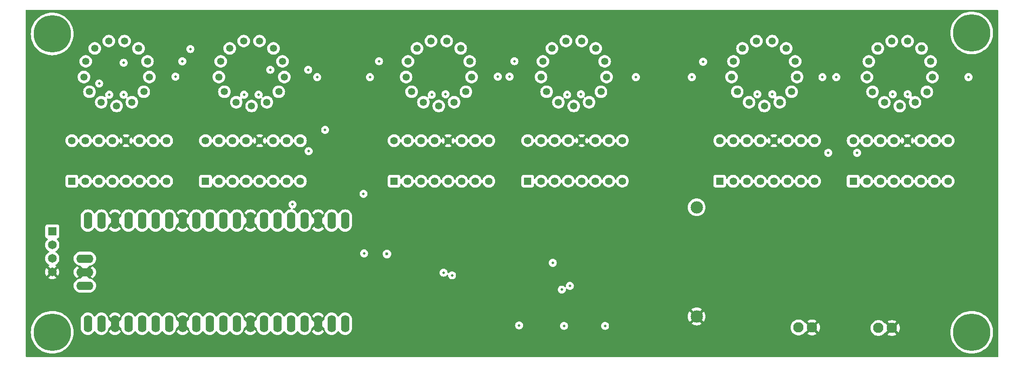
<source format=gbr>
%TF.GenerationSoftware,KiCad,Pcbnew,7.0.5-0*%
%TF.CreationDate,2023-07-07T16:59:40-04:00*%
%TF.ProjectId,nixie,6e697869-652e-46b6-9963-61645f706362,rev?*%
%TF.SameCoordinates,Original*%
%TF.FileFunction,Copper,L3,Inr*%
%TF.FilePolarity,Positive*%
%FSLAX46Y46*%
G04 Gerber Fmt 4.6, Leading zero omitted, Abs format (unit mm)*
G04 Created by KiCad (PCBNEW 7.0.5-0) date 2023-07-07 16:59:40*
%MOMM*%
%LPD*%
G01*
G04 APERTURE LIST*
%TA.AperFunction,ComponentPad*%
%ADD10C,0.800000*%
%TD*%
%TA.AperFunction,ComponentPad*%
%ADD11C,7.000000*%
%TD*%
%TA.AperFunction,ComponentPad*%
%ADD12R,1.650000X1.650000*%
%TD*%
%TA.AperFunction,ComponentPad*%
%ADD13C,1.650000*%
%TD*%
%TA.AperFunction,ComponentPad*%
%ADD14R,1.400000X1.400000*%
%TD*%
%TA.AperFunction,ComponentPad*%
%ADD15C,1.400000*%
%TD*%
%TA.AperFunction,ComponentPad*%
%ADD16O,1.600000X3.200000*%
%TD*%
%TA.AperFunction,ComponentPad*%
%ADD17O,3.200000X1.600000*%
%TD*%
%TA.AperFunction,ComponentPad*%
%ADD18O,2.316000X2.316000*%
%TD*%
%TA.AperFunction,ComponentPad*%
%ADD19C,2.316000*%
%TD*%
%TA.AperFunction,ComponentPad*%
%ADD20C,1.348000*%
%TD*%
%TA.AperFunction,ComponentPad*%
%ADD21C,1.950000*%
%TD*%
%TA.AperFunction,ViaPad*%
%ADD22C,0.800000*%
%TD*%
%TA.AperFunction,ViaPad*%
%ADD23C,2.300000*%
%TD*%
%TA.AperFunction,ViaPad*%
%ADD24C,0.500000*%
%TD*%
%TA.AperFunction,ViaPad*%
%ADD25C,0.600000*%
%TD*%
G04 APERTURE END LIST*
D10*
%TO.N,N/C*%
%TO.C,H2*%
X67375000Y-138400000D03*
X68143845Y-136543845D03*
X68143845Y-140256155D03*
X70000000Y-135775000D03*
D11*
X70000000Y-138400000D03*
D10*
X70000000Y-141025000D03*
X71856155Y-136543845D03*
X71856155Y-140256155D03*
X72625000Y-138400000D03*
%TD*%
%TO.N,N/C*%
%TO.C,H3*%
X239875000Y-82200000D03*
X240643845Y-80343845D03*
X240643845Y-84056155D03*
X242500000Y-79575000D03*
D11*
X242500000Y-82200000D03*
D10*
X242500000Y-84825000D03*
X244356155Y-80343845D03*
X244356155Y-84056155D03*
X245125000Y-82200000D03*
%TD*%
D12*
%TO.N,/RX*%
%TO.C,J1*%
X70000000Y-119460000D03*
D13*
%TO.N,/TX*%
X70000000Y-122000000D03*
%TO.N,+3V3*%
X70000000Y-124540000D03*
%TO.N,GND*%
X70000000Y-127080000D03*
%TD*%
D14*
%TO.N,/N38*%
%TO.C,IC3*%
X134126600Y-110037000D03*
D15*
%TO.N,/N39*%
X136666600Y-110037000D03*
%TO.N,/A3*%
X139206600Y-110037000D03*
%TO.N,/D3*%
X141746600Y-110037000D03*
%TO.N,+5V*%
X144286600Y-110037000D03*
%TO.N,/B3*%
X146826600Y-110037000D03*
%TO.N,/C3*%
X149366600Y-110037000D03*
%TO.N,/N32*%
X151906600Y-110037000D03*
%TO.N,/N33*%
X151906600Y-102417000D03*
%TO.N,/N37*%
X149366600Y-102417000D03*
%TO.N,/N36*%
X146826600Y-102417000D03*
%TO.N,GND*%
X144286600Y-102417000D03*
%TO.N,/N34*%
X141746600Y-102417000D03*
%TO.N,/N35*%
X139206600Y-102417000D03*
%TO.N,/N31*%
X136666600Y-102417000D03*
%TO.N,/N30*%
X134126600Y-102417000D03*
%TD*%
D10*
%TO.N,N/C*%
%TO.C,H1*%
X67375000Y-82375000D03*
X68143845Y-80518845D03*
X68143845Y-84231155D03*
X70000000Y-79750000D03*
D11*
X70000000Y-82375000D03*
D10*
X70000000Y-85000000D03*
X71856155Y-80518845D03*
X71856155Y-84231155D03*
X72625000Y-82375000D03*
%TD*%
%TO.N,N/C*%
%TO.C,H4*%
X239875000Y-138400000D03*
X240643845Y-136543845D03*
X240643845Y-140256155D03*
X242500000Y-135775000D03*
D11*
X242500000Y-138400000D03*
D10*
X242500000Y-141025000D03*
X244356155Y-136543845D03*
X244356155Y-140256155D03*
X245125000Y-138400000D03*
%TD*%
D16*
%TO.N,+3V3*%
%TO.C,Pi1*%
X114780000Y-136800000D03*
%TO.N,unconnected-(U$1-Pad3V3_EN)*%
X117320000Y-136800000D03*
%TO.N,unconnected-(U$1-PadADC_VREF)*%
X112240000Y-136800000D03*
%TO.N,GND*%
X107160000Y-136800000D03*
X119860000Y-117420000D03*
X107160000Y-117420000D03*
X94460000Y-117420000D03*
X81760000Y-117420000D03*
D17*
X76110000Y-127110000D03*
D16*
X81760000Y-136800000D03*
X94460000Y-136800000D03*
X119860000Y-136800000D03*
%TO.N,/RX*%
X124940000Y-117420000D03*
%TO.N,/TX*%
X122400000Y-117420000D03*
%TO.N,/RST*%
X117320000Y-117420000D03*
%TO.N,unconnected-(U$1-PadGP3)*%
X114780000Y-117420000D03*
%TO.N,/C2*%
X112240000Y-117420000D03*
%TO.N,/B2*%
X109700000Y-117420000D03*
%TO.N,/D2*%
X104620000Y-117420000D03*
%TO.N,/A2*%
X102080000Y-117420000D03*
%TO.N,unconnected-(U$1-PadGP8)*%
X99540000Y-117420000D03*
%TO.N,unconnected-(U$1-PadGP9)*%
X97000000Y-117420000D03*
%TO.N,/C1*%
X91920000Y-117420000D03*
%TO.N,/B1*%
X89380000Y-117420000D03*
%TO.N,/D1*%
X86840000Y-117420000D03*
%TO.N,/A1*%
X84300000Y-117420000D03*
%TO.N,/SDA1*%
X79220000Y-117420000D03*
%TO.N,/SCL1*%
X76680000Y-117420000D03*
%TO.N,/S6*%
X76680000Y-136800000D03*
%TO.N,/S5*%
X79220000Y-136800000D03*
%TO.N,/S4*%
X84300000Y-136800000D03*
%TO.N,/S3*%
X86840000Y-136800000D03*
%TO.N,/S2*%
X89380000Y-136800000D03*
%TO.N,/S1*%
X91920000Y-136800000D03*
%TO.N,unconnected-(U$1-PadGP22)*%
X97000000Y-136800000D03*
%TO.N,unconnected-(U$1-PadGP26_A0)*%
X102080000Y-136800000D03*
%TO.N,unconnected-(U$1-PadGP27_A1)*%
X104620000Y-136800000D03*
%TO.N,unconnected-(U$1-PadGP28_A2)*%
X109700000Y-136800000D03*
%TO.N,unconnected-(U$1-PadRUN)*%
X99540000Y-136800000D03*
D17*
%TO.N,unconnected-(U$1-PadSWCLK)*%
X76110000Y-124570000D03*
%TO.N,unconnected-(U$1-PadSWDIO)*%
X76110000Y-129650000D03*
D16*
%TO.N,unconnected-(U$1-PadVBUS)*%
X124940000Y-136800000D03*
%TO.N,+5V*%
X122400000Y-136800000D03*
%TD*%
D18*
%TO.N,Net-(IC6-VBAT)*%
%TO.C,BAT1*%
X190900000Y-114930000D03*
D19*
%TO.N,GND*%
X190900000Y-135430000D03*
%TD*%
D14*
%TO.N,/N68*%
%TO.C,IC8*%
X220266000Y-110037000D03*
D15*
%TO.N,/N69*%
X222806000Y-110037000D03*
%TO.N,/A6*%
X225346000Y-110037000D03*
%TO.N,/D6*%
X227886000Y-110037000D03*
%TO.N,+5V*%
X230426000Y-110037000D03*
%TO.N,/B6*%
X232966000Y-110037000D03*
%TO.N,/C6*%
X235506000Y-110037000D03*
%TO.N,/N62*%
X238046000Y-110037000D03*
%TO.N,/N63*%
X238046000Y-102417000D03*
%TO.N,/N67*%
X235506000Y-102417000D03*
%TO.N,/N66*%
X232966000Y-102417000D03*
%TO.N,GND*%
X230426000Y-102417000D03*
%TO.N,/N64*%
X227886000Y-102417000D03*
%TO.N,/N65*%
X225346000Y-102417000D03*
%TO.N,/N61*%
X222806000Y-102417000D03*
%TO.N,/N60*%
X220266000Y-102417000D03*
%TD*%
D14*
%TO.N,/N58*%
%TO.C,IC7*%
X195226000Y-110037000D03*
D15*
%TO.N,/N59*%
X197766000Y-110037000D03*
%TO.N,/A5*%
X200306000Y-110037000D03*
%TO.N,/D5*%
X202846000Y-110037000D03*
%TO.N,+5V*%
X205386000Y-110037000D03*
%TO.N,/B5*%
X207926000Y-110037000D03*
%TO.N,/C5*%
X210466000Y-110037000D03*
%TO.N,/N52*%
X213006000Y-110037000D03*
%TO.N,/N53*%
X213006000Y-102417000D03*
%TO.N,/N57*%
X210466000Y-102417000D03*
%TO.N,/N56*%
X207926000Y-102417000D03*
%TO.N,GND*%
X205386000Y-102417000D03*
%TO.N,/N54*%
X202846000Y-102417000D03*
%TO.N,/N55*%
X200306000Y-102417000D03*
%TO.N,/N51*%
X197766000Y-102417000D03*
%TO.N,/N50*%
X195226000Y-102417000D03*
%TD*%
D14*
%TO.N,/N48*%
%TO.C,IC4*%
X159188600Y-110017000D03*
D15*
%TO.N,/N49*%
X161728600Y-110017000D03*
%TO.N,/A4*%
X164268600Y-110017000D03*
%TO.N,/D4*%
X166808600Y-110017000D03*
%TO.N,+5V*%
X169348600Y-110017000D03*
%TO.N,/B4*%
X171888600Y-110017000D03*
%TO.N,/C4*%
X174428600Y-110017000D03*
%TO.N,/N42*%
X176968600Y-110017000D03*
%TO.N,/N43*%
X176968600Y-102397000D03*
%TO.N,/N47*%
X174428600Y-102397000D03*
%TO.N,/N46*%
X171888600Y-102397000D03*
%TO.N,GND*%
X169348600Y-102397000D03*
%TO.N,/N44*%
X166808600Y-102397000D03*
%TO.N,/N45*%
X164268600Y-102397000D03*
%TO.N,/N41*%
X161728600Y-102397000D03*
%TO.N,/N40*%
X159188600Y-102397000D03*
%TD*%
D14*
%TO.N,/N28*%
%TO.C,IC2*%
X98764600Y-110037000D03*
D15*
%TO.N,/N29*%
X101304600Y-110037000D03*
%TO.N,/A2*%
X103844600Y-110037000D03*
%TO.N,/D2*%
X106384600Y-110037000D03*
%TO.N,+5V*%
X108924600Y-110037000D03*
%TO.N,/B2*%
X111464600Y-110037000D03*
%TO.N,/C2*%
X114004600Y-110037000D03*
%TO.N,/N22*%
X116544600Y-110037000D03*
%TO.N,/N23*%
X116544600Y-102417000D03*
%TO.N,/N27*%
X114004600Y-102417000D03*
%TO.N,/N26*%
X111464600Y-102417000D03*
%TO.N,GND*%
X108924600Y-102417000D03*
%TO.N,/N24*%
X106384600Y-102417000D03*
%TO.N,/N25*%
X103844600Y-102417000D03*
%TO.N,/N21*%
X101304600Y-102417000D03*
%TO.N,/N20*%
X98764600Y-102417000D03*
%TD*%
D14*
%TO.N,/N18*%
%TO.C,IC1*%
X73682600Y-110037000D03*
D15*
%TO.N,/N19*%
X76222600Y-110037000D03*
%TO.N,/A1*%
X78762600Y-110037000D03*
%TO.N,/D1*%
X81302600Y-110037000D03*
%TO.N,+5V*%
X83842600Y-110037000D03*
%TO.N,/B1*%
X86382600Y-110037000D03*
%TO.N,/C1*%
X88922600Y-110037000D03*
%TO.N,/N12*%
X91462600Y-110037000D03*
%TO.N,/N13*%
X91462600Y-102417000D03*
%TO.N,/N17*%
X88922600Y-102417000D03*
%TO.N,/N16*%
X86382600Y-102417000D03*
%TO.N,GND*%
X83842600Y-102417000D03*
%TO.N,/N14*%
X81302600Y-102417000D03*
%TO.N,/N15*%
X78762600Y-102417000D03*
%TO.N,/N11*%
X76222600Y-102417000D03*
%TO.N,/N10*%
X73682600Y-102417000D03*
%TD*%
D20*
%TO.N,/N60*%
%TO.C,N6*%
X223895200Y-93252400D03*
%TO.N,/N61*%
X234083600Y-93252400D03*
%TO.N,/N62*%
X235134200Y-90482200D03*
%TO.N,/N63*%
X234777100Y-87541100D03*
%TO.N,/N64*%
X233094100Y-85102900D03*
%TO.N,/N65*%
X230470700Y-83726000D03*
%TO.N,/N66*%
X227508100Y-83726000D03*
%TO.N,/N67*%
X224884700Y-85102900D03*
%TO.N,/N68*%
X223201700Y-87541100D03*
%TO.N,/N69*%
X222844600Y-90482200D03*
%TO.N,/170V6*%
X228989400Y-95926000D03*
%TO.N,unconnected-(N6-PadLHDP)*%
X226112800Y-95217000D03*
%TO.N,unconnected-(N6-PadRHDP)*%
X231866000Y-95217000D03*
%TD*%
D21*
%TO.N,+12V*%
%TO.C,J4*%
X225000000Y-137600000D03*
%TO.N,GND*%
X227540000Y-137600000D03*
%TD*%
D20*
%TO.N,/N40*%
%TO.C,N4*%
X162750400Y-93233300D03*
%TO.N,/N41*%
X172938800Y-93233300D03*
%TO.N,/N42*%
X173989400Y-90463100D03*
%TO.N,/N43*%
X173632300Y-87522000D03*
%TO.N,/N44*%
X171949300Y-85083800D03*
%TO.N,/N45*%
X169325900Y-83706900D03*
%TO.N,/N46*%
X166363300Y-83706900D03*
%TO.N,/N47*%
X163739900Y-85083800D03*
%TO.N,/N48*%
X162056900Y-87522000D03*
%TO.N,/N49*%
X161699800Y-90463100D03*
%TO.N,/170V4*%
X167844600Y-95906900D03*
%TO.N,unconnected-(N4-PadLHDP)*%
X164968000Y-95197900D03*
%TO.N,unconnected-(N4-PadRHDP)*%
X170721200Y-95197900D03*
%TD*%
D21*
%TO.N,VCC*%
%TO.C,J3*%
X210000000Y-137500000D03*
%TO.N,GND*%
X212540000Y-137500000D03*
%TD*%
D20*
%TO.N,/N50*%
%TO.C,N5*%
X198506000Y-93233300D03*
%TO.N,/N51*%
X208694400Y-93233300D03*
%TO.N,/N52*%
X209745000Y-90463100D03*
%TO.N,/N53*%
X209387900Y-87522000D03*
%TO.N,/N54*%
X207704900Y-85083800D03*
%TO.N,/N55*%
X205081500Y-83706900D03*
%TO.N,/N56*%
X202118900Y-83706900D03*
%TO.N,/N57*%
X199495500Y-85083800D03*
%TO.N,/N58*%
X197812500Y-87522000D03*
%TO.N,/N59*%
X197455400Y-90463100D03*
%TO.N,/170V5*%
X203600200Y-95906900D03*
%TO.N,unconnected-(N5-PadLHDP)*%
X200723600Y-95197900D03*
%TO.N,unconnected-(N5-PadRHDP)*%
X206476800Y-95197900D03*
%TD*%
%TO.N,/N30*%
%TO.C,N3*%
X137428600Y-93233300D03*
%TO.N,/N31*%
X147617000Y-93233300D03*
%TO.N,/N32*%
X148667600Y-90463100D03*
%TO.N,/N33*%
X148310500Y-87522000D03*
%TO.N,/N34*%
X146627500Y-85083800D03*
%TO.N,/N35*%
X144004100Y-83706900D03*
%TO.N,/N36*%
X141041500Y-83706900D03*
%TO.N,/N37*%
X138418100Y-85083800D03*
%TO.N,/N38*%
X136735100Y-87522000D03*
%TO.N,/N39*%
X136378000Y-90463100D03*
%TO.N,/170V3*%
X142522800Y-95906900D03*
%TO.N,unconnected-(N3-PadLHDP)*%
X139646200Y-95197900D03*
%TO.N,unconnected-(N3-PadRHDP)*%
X145399400Y-95197900D03*
%TD*%
%TO.N,/N10*%
%TO.C,N1*%
X76984600Y-93233300D03*
%TO.N,/N11*%
X87173000Y-93233300D03*
%TO.N,/N12*%
X88223600Y-90463100D03*
%TO.N,/N13*%
X87866500Y-87522000D03*
%TO.N,/N14*%
X86183500Y-85083800D03*
%TO.N,/N15*%
X83560100Y-83706900D03*
%TO.N,/N16*%
X80597500Y-83706900D03*
%TO.N,/N17*%
X77974100Y-85083800D03*
%TO.N,/N18*%
X76291100Y-87522000D03*
%TO.N,/N19*%
X75934000Y-90463100D03*
%TO.N,/170V1*%
X82078800Y-95906900D03*
%TO.N,unconnected-(N1-PadLHDP)*%
X79202200Y-95197900D03*
%TO.N,unconnected-(N1-PadRHDP)*%
X84955400Y-95197900D03*
%TD*%
%TO.N,/N20*%
%TO.C,N2*%
X102306400Y-93233300D03*
%TO.N,/N21*%
X112494800Y-93233300D03*
%TO.N,/N22*%
X113545400Y-90463100D03*
%TO.N,/N23*%
X113188300Y-87522000D03*
%TO.N,/N24*%
X111505300Y-85083800D03*
%TO.N,/N25*%
X108881900Y-83706900D03*
%TO.N,/N26*%
X105919300Y-83706900D03*
%TO.N,/N27*%
X103295900Y-85083800D03*
%TO.N,/N28*%
X101612900Y-87522000D03*
%TO.N,/N29*%
X101255800Y-90463100D03*
%TO.N,/170V2*%
X107400600Y-95906900D03*
%TO.N,unconnected-(N2-PadLHDP)*%
X104524000Y-95197900D03*
%TO.N,unconnected-(N2-PadRHDP)*%
X110277200Y-95197900D03*
%TD*%
D22*
%TO.N,GND*%
X236303099Y-106381234D03*
X200000000Y-105900000D03*
X211200000Y-106000000D03*
X176200000Y-105700000D03*
X163700000Y-106200000D03*
X116000000Y-105600000D03*
X79800000Y-106600000D03*
X88000000Y-105600000D03*
X97400000Y-131900000D03*
X66900000Y-134000000D03*
X237400000Y-139900000D03*
X203065248Y-114954434D03*
X207200000Y-115700000D03*
X194300000Y-133200000D03*
X194100000Y-138700000D03*
X241700000Y-108800000D03*
X240700000Y-112500000D03*
X229100000Y-91900000D03*
X229100000Y-94000000D03*
X203500000Y-91600000D03*
X203700000Y-93800000D03*
X164600000Y-92000000D03*
X173000000Y-95400000D03*
X139600000Y-91600000D03*
X104586407Y-91953744D03*
X110300000Y-91600000D03*
X94300000Y-85600000D03*
X129300000Y-88400000D03*
X217700000Y-88900000D03*
X214200000Y-88800000D03*
X182800000Y-88400000D03*
X187200000Y-88700000D03*
X184600000Y-97400000D03*
X154700000Y-94100000D03*
X156800000Y-85800000D03*
X153300000Y-88400000D03*
X138300000Y-106200000D03*
X162006631Y-79153211D03*
X169400000Y-79300000D03*
X186700000Y-79500000D03*
X243600000Y-89200000D03*
X215600000Y-106100000D03*
X221500000Y-106000000D03*
X165800000Y-140000000D03*
X173700000Y-140200000D03*
X78600000Y-90000000D03*
X84944654Y-91362073D03*
X92600000Y-88700000D03*
X112500000Y-100200000D03*
X118200000Y-92500000D03*
X118400000Y-87900000D03*
X150400000Y-105800000D03*
X146200000Y-114200000D03*
X123600000Y-127200000D03*
X136600000Y-128900000D03*
X157500000Y-114400000D03*
X153400000Y-112500000D03*
X214600000Y-85800000D03*
X217600000Y-116400000D03*
X213800000Y-117400000D03*
X213700000Y-114000000D03*
X220000000Y-114400000D03*
X185800000Y-115100000D03*
X197700000Y-114500000D03*
X177100000Y-112700000D03*
X181600000Y-110600000D03*
X186800000Y-110300000D03*
X187000000Y-100900000D03*
X186800000Y-104400000D03*
X183000000Y-102600000D03*
X153700000Y-86200000D03*
X139900000Y-79600000D03*
X148200000Y-80100000D03*
X155100000Y-82100000D03*
X160400000Y-81200000D03*
X176500000Y-81900000D03*
X180700000Y-83000000D03*
X190500000Y-83200000D03*
X195600000Y-82300000D03*
X214099539Y-82395528D03*
X219442935Y-82566062D03*
X240600000Y-87900000D03*
X245600000Y-91700000D03*
X245400000Y-99600000D03*
X245800000Y-106900000D03*
X246100000Y-112800000D03*
X246000000Y-118500000D03*
X246400000Y-125700000D03*
X245800000Y-133600000D03*
X235200000Y-141400000D03*
X217300000Y-139300000D03*
X191400000Y-139300000D03*
X199200000Y-137400000D03*
X198200000Y-133200000D03*
X200039688Y-140835748D03*
X205200000Y-138300000D03*
X220500000Y-137400000D03*
X216700000Y-135700000D03*
X190200000Y-128200000D03*
X195600000Y-127700000D03*
X201500000Y-127900000D03*
X209700000Y-127700000D03*
X178800000Y-126300000D03*
X183000000Y-125600000D03*
X186400000Y-132000000D03*
X184700000Y-136400000D03*
X182200000Y-141000000D03*
X177800000Y-139500000D03*
X178045903Y-136356483D03*
X169100000Y-135200000D03*
X161500000Y-135300000D03*
X153200000Y-135200000D03*
X149000000Y-123700000D03*
X152600000Y-123700000D03*
X154500000Y-127400000D03*
X145100000Y-135500000D03*
X137400000Y-135300000D03*
X128200000Y-136200000D03*
X105100000Y-131800000D03*
X110100000Y-131700000D03*
X89600000Y-131300000D03*
X67900000Y-110000000D03*
X66900000Y-104500000D03*
X66800000Y-99600000D03*
X66900000Y-94500000D03*
X66700000Y-89000000D03*
X94749079Y-82373610D03*
X97700000Y-82700000D03*
X91158587Y-82804469D03*
X92300000Y-86000000D03*
X129000000Y-85800000D03*
X125724732Y-83994689D03*
X128750866Y-83187721D03*
X132400000Y-83600000D03*
X133100000Y-79800000D03*
X125700000Y-79600000D03*
X122500000Y-81600000D03*
X123200000Y-84700000D03*
X117100000Y-82900000D03*
X118700000Y-85600000D03*
X122800000Y-87800000D03*
X127100000Y-89100000D03*
X123700000Y-92600000D03*
X127400000Y-92500000D03*
X127200000Y-96000000D03*
X124600000Y-96200000D03*
X131400000Y-111000000D03*
X127600000Y-110100000D03*
X123900000Y-101100000D03*
X127300000Y-101900000D03*
X125500000Y-104800000D03*
X124800000Y-111000000D03*
X118900000Y-111000000D03*
X97400000Y-112300000D03*
X93400000Y-111600000D03*
X74300000Y-112900000D03*
X67600000Y-113000000D03*
X71198870Y-131671092D03*
X74100000Y-141700000D03*
X111100000Y-142300000D03*
X116800000Y-142100000D03*
X124000000Y-142100000D03*
X102300000Y-142000000D03*
X91300000Y-142200000D03*
X80400000Y-142200000D03*
X80200000Y-131000000D03*
X84600000Y-129300000D03*
X89200000Y-129200000D03*
X94200000Y-129300000D03*
X100700000Y-130100000D03*
X107800000Y-128500000D03*
X113600000Y-128500000D03*
X117800000Y-128800000D03*
X119100000Y-123600000D03*
X116100000Y-124100000D03*
X109600000Y-124000000D03*
X103900000Y-124000000D03*
X95600000Y-123800000D03*
X89500000Y-123900000D03*
X82300000Y-123900000D03*
X73600000Y-117300000D03*
X128000000Y-117900000D03*
X129000000Y-120200000D03*
X138078439Y-118984504D03*
X136700000Y-116600000D03*
X132900000Y-116300000D03*
X165500000Y-128900000D03*
X215800000Y-128100000D03*
X241800000Y-116600000D03*
X159800000Y-126500000D03*
X174100000Y-130400000D03*
X134200000Y-118500000D03*
X137600000Y-126300000D03*
D23*
X235300000Y-134600000D03*
D22*
X241700000Y-128100000D03*
X237700000Y-115700000D03*
X215800000Y-125300000D03*
D24*
%TO.N,Net-(IC6-VBAT)*%
X143400000Y-127200000D03*
%TO.N,+5V*%
X163900000Y-125350000D03*
X128500000Y-123600000D03*
D25*
X132800000Y-123700000D03*
D24*
%TO.N,/N15*%
X80700000Y-93800000D03*
%TO.N,/N14*%
X78800000Y-91700000D03*
%TO.N,/N16*%
X83400000Y-87800000D03*
X83400000Y-93800000D03*
%TO.N,/N12*%
X93100000Y-90400000D03*
%TO.N,/N25*%
X106000000Y-93800000D03*
%TO.N,/N24*%
X108700000Y-93800000D03*
%TO.N,/N27*%
X95900000Y-85200000D03*
%TO.N,/N22*%
X119700000Y-90500000D03*
%TO.N,/N29*%
X118100000Y-104400000D03*
X118000000Y-89100000D03*
X121200000Y-100400000D03*
X110900000Y-89100000D03*
%TO.N,/N28*%
X94400000Y-87522000D03*
%TO.N,/N35*%
X141200000Y-93800000D03*
%TO.N,/N34*%
X143800000Y-93700000D03*
%TO.N,/N32*%
X153600000Y-90400000D03*
%TO.N,/N39*%
X129600000Y-90500000D03*
%TO.N,/N38*%
X131300000Y-87500000D03*
%TO.N,/N45*%
X166600000Y-93800000D03*
%TO.N,/N44*%
X169200000Y-93700000D03*
%TO.N,/N42*%
X179500000Y-90500000D03*
%TO.N,/N49*%
X155800000Y-90400000D03*
%TO.N,/N48*%
X156700000Y-87500000D03*
%TO.N,/RST*%
X167100000Y-129700000D03*
%TO.N,/S4*%
X157600000Y-137100000D03*
%TO.N,/SCL1*%
X128400000Y-112400000D03*
%TO.N,/SDA1*%
X145000000Y-127700000D03*
X115100000Y-114400000D03*
X165600000Y-130400000D03*
%TO.N,/N52*%
X214500000Y-90500000D03*
%TO.N,/N54*%
X205100000Y-93700000D03*
%TO.N,/N55*%
X202300000Y-93700000D03*
%TO.N,/N58*%
X192100000Y-87600000D03*
%TO.N,/N59*%
X190000000Y-90500000D03*
%TO.N,/N62*%
X241900000Y-90500000D03*
%TO.N,/N64*%
X230500000Y-93700000D03*
%TO.N,/N65*%
X227700000Y-93700000D03*
%TO.N,/N67*%
X221000000Y-104700000D03*
X215600000Y-104700000D03*
%TO.N,/N69*%
X217100000Y-90500000D03*
%TO.N,/S5*%
X166000000Y-137200000D03*
%TO.N,/S6*%
X173700000Y-137200000D03*
%TD*%
%TA.AperFunction,Conductor*%
%TO.N,GND*%
G36*
X247417539Y-77867285D02*
G01*
X247463294Y-77920089D01*
X247474500Y-77971600D01*
X247474500Y-142907500D01*
X247454815Y-142974539D01*
X247402011Y-143020294D01*
X247350500Y-143031500D01*
X65149500Y-143031500D01*
X65082461Y-143011815D01*
X65036706Y-142959011D01*
X65025500Y-142907500D01*
X65025500Y-138400000D01*
X65994675Y-138400000D01*
X66013962Y-138792591D01*
X66013962Y-138792597D01*
X66013963Y-138792599D01*
X66071637Y-139181406D01*
X66167143Y-139562684D01*
X66299561Y-139932770D01*
X66299562Y-139932772D01*
X66467620Y-140288100D01*
X66669692Y-140625236D01*
X66903846Y-140940956D01*
X67167807Y-141232192D01*
X67459043Y-141496153D01*
X67459049Y-141496158D01*
X67774761Y-141730306D01*
X67774763Y-141730307D01*
X68111899Y-141932379D01*
X68111902Y-141932380D01*
X68111903Y-141932381D01*
X68467228Y-142100438D01*
X68837316Y-142232857D01*
X69218600Y-142328364D01*
X69607409Y-142386038D01*
X70000000Y-142405325D01*
X70392591Y-142386038D01*
X70781400Y-142328364D01*
X71162684Y-142232857D01*
X71532772Y-142100438D01*
X71888097Y-141932381D01*
X72225239Y-141730306D01*
X72540951Y-141496158D01*
X72832192Y-141232192D01*
X73096158Y-140940951D01*
X73330306Y-140625239D01*
X73532381Y-140288097D01*
X73700438Y-139932772D01*
X73832857Y-139562684D01*
X73928364Y-139181400D01*
X73986038Y-138792591D01*
X74005325Y-138400000D01*
X73986038Y-138007409D01*
X73934028Y-137656785D01*
X75379500Y-137656785D01*
X75394364Y-137826687D01*
X75394366Y-137826697D01*
X75453258Y-138046488D01*
X75453261Y-138046497D01*
X75549431Y-138252732D01*
X75549432Y-138252734D01*
X75679954Y-138439141D01*
X75840858Y-138600045D01*
X75840861Y-138600047D01*
X76027266Y-138730568D01*
X76233504Y-138826739D01*
X76233509Y-138826740D01*
X76233511Y-138826741D01*
X76279453Y-138839051D01*
X76453308Y-138885635D01*
X76615230Y-138899801D01*
X76679998Y-138905468D01*
X76680000Y-138905468D01*
X76680002Y-138905468D01*
X76736672Y-138900509D01*
X76906692Y-138885635D01*
X77126496Y-138826739D01*
X77332734Y-138730568D01*
X77519139Y-138600047D01*
X77680047Y-138439139D01*
X77810568Y-138252734D01*
X77837618Y-138194724D01*
X77883790Y-138142285D01*
X77950983Y-138123133D01*
X78017865Y-138143348D01*
X78062381Y-138194724D01*
X78067018Y-138204667D01*
X78089429Y-138252728D01*
X78089432Y-138252734D01*
X78219954Y-138439141D01*
X78380858Y-138600045D01*
X78380861Y-138600047D01*
X78567266Y-138730568D01*
X78773504Y-138826739D01*
X78773509Y-138826740D01*
X78773511Y-138826741D01*
X78819453Y-138839051D01*
X78993308Y-138885635D01*
X79155230Y-138899801D01*
X79219998Y-138905468D01*
X79220000Y-138905468D01*
X79220002Y-138905468D01*
X79276673Y-138900509D01*
X79446692Y-138885635D01*
X79666496Y-138826739D01*
X79872734Y-138730568D01*
X80059139Y-138600047D01*
X80220047Y-138439139D01*
X80337893Y-138270836D01*
X80642715Y-138270836D01*
X80760332Y-138438808D01*
X80760341Y-138438819D01*
X80921179Y-138599657D01*
X81107517Y-138730134D01*
X81313673Y-138826265D01*
X81313682Y-138826269D01*
X81533389Y-138885139D01*
X81533400Y-138885141D01*
X81759998Y-138904966D01*
X81760002Y-138904966D01*
X81986599Y-138885141D01*
X81986610Y-138885139D01*
X82206317Y-138826269D01*
X82206326Y-138826265D01*
X82412482Y-138730134D01*
X82598820Y-138599657D01*
X82759660Y-138438817D01*
X82759665Y-138438810D01*
X82877283Y-138270835D01*
X81760000Y-137153553D01*
X80642715Y-138270835D01*
X80642715Y-138270836D01*
X80337893Y-138270836D01*
X80350568Y-138252734D01*
X80446739Y-138046496D01*
X80505635Y-137826692D01*
X80513770Y-137733699D01*
X80539220Y-137668635D01*
X80549616Y-137656829D01*
X81406447Y-136800000D01*
X82113553Y-136800000D01*
X82970382Y-137656829D01*
X83003867Y-137718152D01*
X83006229Y-137733702D01*
X83014364Y-137826687D01*
X83014366Y-137826697D01*
X83073258Y-138046488D01*
X83073261Y-138046497D01*
X83169431Y-138252732D01*
X83169432Y-138252734D01*
X83299954Y-138439141D01*
X83460858Y-138600045D01*
X83460861Y-138600047D01*
X83647266Y-138730568D01*
X83853504Y-138826739D01*
X83853509Y-138826740D01*
X83853511Y-138826741D01*
X83899453Y-138839051D01*
X84073308Y-138885635D01*
X84235230Y-138899801D01*
X84299998Y-138905468D01*
X84300000Y-138905468D01*
X84300002Y-138905468D01*
X84356673Y-138900509D01*
X84526692Y-138885635D01*
X84746496Y-138826739D01*
X84952734Y-138730568D01*
X85139139Y-138600047D01*
X85300047Y-138439139D01*
X85430568Y-138252734D01*
X85457618Y-138194724D01*
X85503790Y-138142285D01*
X85570983Y-138123133D01*
X85637865Y-138143348D01*
X85682381Y-138194724D01*
X85687018Y-138204667D01*
X85709429Y-138252728D01*
X85709432Y-138252734D01*
X85839954Y-138439141D01*
X86000858Y-138600045D01*
X86000861Y-138600047D01*
X86187266Y-138730568D01*
X86393504Y-138826739D01*
X86393509Y-138826740D01*
X86393511Y-138826741D01*
X86439453Y-138839051D01*
X86613308Y-138885635D01*
X86775230Y-138899801D01*
X86839998Y-138905468D01*
X86840000Y-138905468D01*
X86840002Y-138905468D01*
X86896673Y-138900509D01*
X87066692Y-138885635D01*
X87286496Y-138826739D01*
X87492734Y-138730568D01*
X87679139Y-138600047D01*
X87840047Y-138439139D01*
X87970568Y-138252734D01*
X87997618Y-138194724D01*
X88043790Y-138142285D01*
X88110983Y-138123133D01*
X88177865Y-138143348D01*
X88222381Y-138194724D01*
X88227018Y-138204667D01*
X88249429Y-138252728D01*
X88249432Y-138252734D01*
X88379954Y-138439141D01*
X88540858Y-138600045D01*
X88540861Y-138600047D01*
X88727266Y-138730568D01*
X88933504Y-138826739D01*
X88933509Y-138826740D01*
X88933511Y-138826741D01*
X88979453Y-138839051D01*
X89153308Y-138885635D01*
X89315230Y-138899801D01*
X89379998Y-138905468D01*
X89380000Y-138905468D01*
X89380002Y-138905468D01*
X89436673Y-138900509D01*
X89606692Y-138885635D01*
X89826496Y-138826739D01*
X90032734Y-138730568D01*
X90219139Y-138600047D01*
X90380047Y-138439139D01*
X90510568Y-138252734D01*
X90537618Y-138194724D01*
X90583790Y-138142285D01*
X90650983Y-138123133D01*
X90717865Y-138143348D01*
X90762381Y-138194724D01*
X90767018Y-138204667D01*
X90789429Y-138252728D01*
X90789432Y-138252734D01*
X90919954Y-138439141D01*
X91080858Y-138600045D01*
X91080861Y-138600047D01*
X91267266Y-138730568D01*
X91473504Y-138826739D01*
X91473509Y-138826740D01*
X91473511Y-138826741D01*
X91519453Y-138839051D01*
X91693308Y-138885635D01*
X91855230Y-138899801D01*
X91919998Y-138905468D01*
X91920000Y-138905468D01*
X91920002Y-138905468D01*
X91976672Y-138900509D01*
X92146692Y-138885635D01*
X92366496Y-138826739D01*
X92572734Y-138730568D01*
X92759139Y-138600047D01*
X92920047Y-138439139D01*
X93037893Y-138270836D01*
X93342715Y-138270836D01*
X93460332Y-138438808D01*
X93460341Y-138438819D01*
X93621179Y-138599657D01*
X93807517Y-138730134D01*
X94013673Y-138826265D01*
X94013682Y-138826269D01*
X94233389Y-138885139D01*
X94233400Y-138885141D01*
X94459998Y-138904966D01*
X94460002Y-138904966D01*
X94686599Y-138885141D01*
X94686610Y-138885139D01*
X94906317Y-138826269D01*
X94906326Y-138826265D01*
X95112482Y-138730134D01*
X95298820Y-138599657D01*
X95459660Y-138438817D01*
X95459665Y-138438810D01*
X95577283Y-138270835D01*
X94460000Y-137153553D01*
X93342715Y-138270835D01*
X93342715Y-138270836D01*
X93037893Y-138270836D01*
X93050568Y-138252734D01*
X93146739Y-138046496D01*
X93205635Y-137826692D01*
X93213770Y-137733699D01*
X93239220Y-137668635D01*
X93249616Y-137656829D01*
X94106447Y-136800000D01*
X94813552Y-136800000D01*
X95670382Y-137656829D01*
X95703867Y-137718152D01*
X95706229Y-137733702D01*
X95714364Y-137826687D01*
X95714366Y-137826697D01*
X95773258Y-138046488D01*
X95773261Y-138046497D01*
X95869431Y-138252732D01*
X95869432Y-138252734D01*
X95999954Y-138439141D01*
X96160858Y-138600045D01*
X96160861Y-138600047D01*
X96347266Y-138730568D01*
X96553504Y-138826739D01*
X96553509Y-138826740D01*
X96553511Y-138826741D01*
X96599453Y-138839051D01*
X96773308Y-138885635D01*
X96935230Y-138899801D01*
X96999998Y-138905468D01*
X97000000Y-138905468D01*
X97000002Y-138905468D01*
X97056672Y-138900509D01*
X97226692Y-138885635D01*
X97446496Y-138826739D01*
X97652734Y-138730568D01*
X97839139Y-138600047D01*
X98000047Y-138439139D01*
X98130568Y-138252734D01*
X98157618Y-138194724D01*
X98203790Y-138142285D01*
X98270983Y-138123133D01*
X98337865Y-138143348D01*
X98382381Y-138194724D01*
X98387018Y-138204667D01*
X98409429Y-138252728D01*
X98409432Y-138252734D01*
X98539954Y-138439141D01*
X98700858Y-138600045D01*
X98700861Y-138600047D01*
X98887266Y-138730568D01*
X99093504Y-138826739D01*
X99093509Y-138826740D01*
X99093511Y-138826741D01*
X99139453Y-138839051D01*
X99313308Y-138885635D01*
X99475230Y-138899801D01*
X99539998Y-138905468D01*
X99540000Y-138905468D01*
X99540002Y-138905468D01*
X99596673Y-138900509D01*
X99766692Y-138885635D01*
X99986496Y-138826739D01*
X100192734Y-138730568D01*
X100379139Y-138600047D01*
X100540047Y-138439139D01*
X100670568Y-138252734D01*
X100697618Y-138194724D01*
X100743790Y-138142285D01*
X100810983Y-138123133D01*
X100877865Y-138143348D01*
X100922381Y-138194724D01*
X100927018Y-138204667D01*
X100949429Y-138252728D01*
X100949432Y-138252734D01*
X101079954Y-138439141D01*
X101240858Y-138600045D01*
X101240861Y-138600047D01*
X101427266Y-138730568D01*
X101633504Y-138826739D01*
X101633509Y-138826740D01*
X101633511Y-138826741D01*
X101679453Y-138839051D01*
X101853308Y-138885635D01*
X102015230Y-138899801D01*
X102079998Y-138905468D01*
X102080000Y-138905468D01*
X102080002Y-138905468D01*
X102136673Y-138900509D01*
X102306692Y-138885635D01*
X102526496Y-138826739D01*
X102732734Y-138730568D01*
X102919139Y-138600047D01*
X103080047Y-138439139D01*
X103210568Y-138252734D01*
X103237618Y-138194724D01*
X103283790Y-138142285D01*
X103350983Y-138123133D01*
X103417865Y-138143348D01*
X103462381Y-138194724D01*
X103467018Y-138204667D01*
X103489429Y-138252728D01*
X103489432Y-138252734D01*
X103619954Y-138439141D01*
X103780858Y-138600045D01*
X103780861Y-138600047D01*
X103967266Y-138730568D01*
X104173504Y-138826739D01*
X104173509Y-138826740D01*
X104173511Y-138826741D01*
X104219453Y-138839051D01*
X104393308Y-138885635D01*
X104555230Y-138899801D01*
X104619998Y-138905468D01*
X104620000Y-138905468D01*
X104620002Y-138905468D01*
X104676673Y-138900509D01*
X104846692Y-138885635D01*
X105066496Y-138826739D01*
X105272734Y-138730568D01*
X105459139Y-138600047D01*
X105620047Y-138439139D01*
X105737893Y-138270836D01*
X106042715Y-138270836D01*
X106160332Y-138438808D01*
X106160341Y-138438819D01*
X106321179Y-138599657D01*
X106507517Y-138730134D01*
X106713673Y-138826265D01*
X106713682Y-138826269D01*
X106933389Y-138885139D01*
X106933400Y-138885141D01*
X107159998Y-138904966D01*
X107160002Y-138904966D01*
X107386599Y-138885141D01*
X107386610Y-138885139D01*
X107606317Y-138826269D01*
X107606326Y-138826265D01*
X107812482Y-138730134D01*
X107998820Y-138599657D01*
X108159660Y-138438817D01*
X108159665Y-138438810D01*
X108277283Y-138270835D01*
X107160000Y-137153553D01*
X106042715Y-138270835D01*
X106042715Y-138270836D01*
X105737893Y-138270836D01*
X105750568Y-138252734D01*
X105846739Y-138046496D01*
X105905635Y-137826692D01*
X105913770Y-137733699D01*
X105939220Y-137668635D01*
X105949616Y-137656829D01*
X106806447Y-136800000D01*
X107513553Y-136800000D01*
X108370382Y-137656829D01*
X108403867Y-137718152D01*
X108406229Y-137733702D01*
X108414364Y-137826687D01*
X108414366Y-137826697D01*
X108473258Y-138046488D01*
X108473261Y-138046497D01*
X108569431Y-138252732D01*
X108569432Y-138252734D01*
X108699954Y-138439141D01*
X108860858Y-138600045D01*
X108860861Y-138600047D01*
X109047266Y-138730568D01*
X109253504Y-138826739D01*
X109253509Y-138826740D01*
X109253511Y-138826741D01*
X109299453Y-138839051D01*
X109473308Y-138885635D01*
X109635230Y-138899801D01*
X109699998Y-138905468D01*
X109700000Y-138905468D01*
X109700002Y-138905468D01*
X109756673Y-138900509D01*
X109926692Y-138885635D01*
X110146496Y-138826739D01*
X110352734Y-138730568D01*
X110539139Y-138600047D01*
X110700047Y-138439139D01*
X110830568Y-138252734D01*
X110857618Y-138194724D01*
X110903790Y-138142285D01*
X110970983Y-138123133D01*
X111037865Y-138143348D01*
X111082381Y-138194724D01*
X111087018Y-138204667D01*
X111109429Y-138252728D01*
X111109432Y-138252734D01*
X111239954Y-138439141D01*
X111400858Y-138600045D01*
X111400861Y-138600047D01*
X111587266Y-138730568D01*
X111793504Y-138826739D01*
X111793509Y-138826740D01*
X111793511Y-138826741D01*
X111839453Y-138839051D01*
X112013308Y-138885635D01*
X112175230Y-138899801D01*
X112239998Y-138905468D01*
X112240000Y-138905468D01*
X112240002Y-138905468D01*
X112296672Y-138900509D01*
X112466692Y-138885635D01*
X112686496Y-138826739D01*
X112892734Y-138730568D01*
X113079139Y-138600047D01*
X113240047Y-138439139D01*
X113370568Y-138252734D01*
X113397618Y-138194724D01*
X113443790Y-138142285D01*
X113510983Y-138123133D01*
X113577865Y-138143348D01*
X113622381Y-138194724D01*
X113627018Y-138204667D01*
X113649429Y-138252728D01*
X113649432Y-138252734D01*
X113779954Y-138439141D01*
X113940858Y-138600045D01*
X113940861Y-138600047D01*
X114127266Y-138730568D01*
X114333504Y-138826739D01*
X114333509Y-138826740D01*
X114333511Y-138826741D01*
X114379453Y-138839051D01*
X114553308Y-138885635D01*
X114715230Y-138899801D01*
X114779998Y-138905468D01*
X114780000Y-138905468D01*
X114780002Y-138905468D01*
X114836672Y-138900509D01*
X115006692Y-138885635D01*
X115226496Y-138826739D01*
X115432734Y-138730568D01*
X115619139Y-138600047D01*
X115780047Y-138439139D01*
X115910568Y-138252734D01*
X115937618Y-138194724D01*
X115983790Y-138142285D01*
X116050983Y-138123133D01*
X116117865Y-138143348D01*
X116162381Y-138194724D01*
X116167018Y-138204667D01*
X116189429Y-138252728D01*
X116189432Y-138252734D01*
X116319954Y-138439141D01*
X116480858Y-138600045D01*
X116480861Y-138600047D01*
X116667266Y-138730568D01*
X116873504Y-138826739D01*
X116873509Y-138826740D01*
X116873511Y-138826741D01*
X116919453Y-138839051D01*
X117093308Y-138885635D01*
X117255230Y-138899801D01*
X117319998Y-138905468D01*
X117320000Y-138905468D01*
X117320002Y-138905468D01*
X117376672Y-138900509D01*
X117546692Y-138885635D01*
X117766496Y-138826739D01*
X117972734Y-138730568D01*
X118159139Y-138600047D01*
X118320047Y-138439139D01*
X118437893Y-138270836D01*
X118742715Y-138270836D01*
X118860332Y-138438808D01*
X118860341Y-138438819D01*
X119021179Y-138599657D01*
X119207517Y-138730134D01*
X119413673Y-138826265D01*
X119413682Y-138826269D01*
X119633389Y-138885139D01*
X119633400Y-138885141D01*
X119859998Y-138904966D01*
X119860002Y-138904966D01*
X120086599Y-138885141D01*
X120086610Y-138885139D01*
X120306317Y-138826269D01*
X120306326Y-138826265D01*
X120512482Y-138730134D01*
X120698820Y-138599657D01*
X120859660Y-138438817D01*
X120859665Y-138438810D01*
X120977283Y-138270835D01*
X119860000Y-137153553D01*
X118742715Y-138270835D01*
X118742715Y-138270836D01*
X118437893Y-138270836D01*
X118450568Y-138252734D01*
X118546739Y-138046496D01*
X118605635Y-137826692D01*
X118613770Y-137733699D01*
X118639220Y-137668635D01*
X118649616Y-137656829D01*
X119506447Y-136800000D01*
X120213551Y-136800000D01*
X121070382Y-137656829D01*
X121103867Y-137718152D01*
X121106229Y-137733702D01*
X121114364Y-137826687D01*
X121114366Y-137826697D01*
X121173258Y-138046488D01*
X121173261Y-138046497D01*
X121269431Y-138252732D01*
X121269432Y-138252734D01*
X121399954Y-138439141D01*
X121560858Y-138600045D01*
X121560861Y-138600047D01*
X121747266Y-138730568D01*
X121953504Y-138826739D01*
X121953509Y-138826740D01*
X121953511Y-138826741D01*
X121999453Y-138839051D01*
X122173308Y-138885635D01*
X122335230Y-138899801D01*
X122399998Y-138905468D01*
X122400000Y-138905468D01*
X122400002Y-138905468D01*
X122456673Y-138900509D01*
X122626692Y-138885635D01*
X122846496Y-138826739D01*
X123052734Y-138730568D01*
X123239139Y-138600047D01*
X123400047Y-138439139D01*
X123530568Y-138252734D01*
X123557618Y-138194724D01*
X123603790Y-138142285D01*
X123670983Y-138123133D01*
X123737865Y-138143348D01*
X123782381Y-138194724D01*
X123787018Y-138204667D01*
X123809429Y-138252728D01*
X123809432Y-138252734D01*
X123939954Y-138439141D01*
X124100858Y-138600045D01*
X124100861Y-138600047D01*
X124287266Y-138730568D01*
X124493504Y-138826739D01*
X124493509Y-138826740D01*
X124493511Y-138826741D01*
X124539453Y-138839051D01*
X124713308Y-138885635D01*
X124875230Y-138899801D01*
X124939998Y-138905468D01*
X124940000Y-138905468D01*
X124940002Y-138905468D01*
X124996673Y-138900509D01*
X125166692Y-138885635D01*
X125386496Y-138826739D01*
X125592734Y-138730568D01*
X125779139Y-138600047D01*
X125940047Y-138439139D01*
X126070568Y-138252734D01*
X126166739Y-138046496D01*
X126225635Y-137826692D01*
X126240500Y-137656784D01*
X126240500Y-137100002D01*
X156844751Y-137100002D01*
X156863685Y-137268056D01*
X156919545Y-137427694D01*
X156919547Y-137427697D01*
X157009518Y-137570884D01*
X157009523Y-137570890D01*
X157129109Y-137690476D01*
X157129115Y-137690481D01*
X157272302Y-137780452D01*
X157272305Y-137780454D01*
X157272309Y-137780455D01*
X157272310Y-137780456D01*
X157300946Y-137790476D01*
X157431943Y-137836314D01*
X157599997Y-137855249D01*
X157600000Y-137855249D01*
X157600003Y-137855249D01*
X157768056Y-137836314D01*
X157795540Y-137826697D01*
X157927690Y-137780456D01*
X157927692Y-137780454D01*
X157927694Y-137780454D01*
X157927697Y-137780452D01*
X158070884Y-137690481D01*
X158070885Y-137690480D01*
X158070890Y-137690477D01*
X158190477Y-137570890D01*
X158217622Y-137527690D01*
X158280452Y-137427697D01*
X158280454Y-137427694D01*
X158280454Y-137427692D01*
X158280456Y-137427690D01*
X158336313Y-137268059D01*
X158336313Y-137268058D01*
X158336314Y-137268056D01*
X158343982Y-137200002D01*
X165244751Y-137200002D01*
X165263685Y-137368056D01*
X165319545Y-137527694D01*
X165319547Y-137527697D01*
X165409518Y-137670884D01*
X165409523Y-137670890D01*
X165529109Y-137790476D01*
X165529115Y-137790481D01*
X165672302Y-137880452D01*
X165672305Y-137880454D01*
X165672309Y-137880455D01*
X165672310Y-137880456D01*
X165744913Y-137905860D01*
X165831943Y-137936314D01*
X165999997Y-137955249D01*
X166000000Y-137955249D01*
X166000003Y-137955249D01*
X166168056Y-137936314D01*
X166168059Y-137936313D01*
X166327690Y-137880456D01*
X166327692Y-137880454D01*
X166327694Y-137880454D01*
X166327697Y-137880452D01*
X166470884Y-137790481D01*
X166470885Y-137790480D01*
X166470890Y-137790477D01*
X166590477Y-137670890D01*
X166599340Y-137656785D01*
X166680452Y-137527697D01*
X166680454Y-137527694D01*
X166680454Y-137527692D01*
X166680456Y-137527690D01*
X166736313Y-137368059D01*
X166736313Y-137368058D01*
X166736314Y-137368056D01*
X166755249Y-137200002D01*
X172944751Y-137200002D01*
X172963685Y-137368056D01*
X173019545Y-137527694D01*
X173019547Y-137527697D01*
X173109518Y-137670884D01*
X173109523Y-137670890D01*
X173229109Y-137790476D01*
X173229115Y-137790481D01*
X173372302Y-137880452D01*
X173372305Y-137880454D01*
X173372309Y-137880455D01*
X173372310Y-137880456D01*
X173444913Y-137905860D01*
X173531943Y-137936314D01*
X173699997Y-137955249D01*
X173700000Y-137955249D01*
X173700003Y-137955249D01*
X173868056Y-137936314D01*
X173868059Y-137936313D01*
X174027690Y-137880456D01*
X174027692Y-137880454D01*
X174027694Y-137880454D01*
X174027697Y-137880452D01*
X174170884Y-137790481D01*
X174170885Y-137790480D01*
X174170890Y-137790477D01*
X174290477Y-137670890D01*
X174299340Y-137656785D01*
X174380452Y-137527697D01*
X174380454Y-137527694D01*
X174380454Y-137527692D01*
X174380456Y-137527690D01*
X174390143Y-137500005D01*
X208519443Y-137500005D01*
X208539634Y-137743683D01*
X208539636Y-137743695D01*
X208599663Y-137980734D01*
X208697888Y-138204666D01*
X208831632Y-138409378D01*
X208997242Y-138589277D01*
X208997252Y-138589286D01*
X209190208Y-138739470D01*
X209190212Y-138739473D01*
X209351463Y-138826738D01*
X209405267Y-138855855D01*
X209405270Y-138855856D01*
X209636541Y-138935251D01*
X209636543Y-138935251D01*
X209636545Y-138935252D01*
X209877737Y-138975500D01*
X209877738Y-138975500D01*
X210122262Y-138975500D01*
X210122263Y-138975500D01*
X210363455Y-138935252D01*
X210594733Y-138855855D01*
X210809788Y-138739473D01*
X211002754Y-138589281D01*
X211168368Y-138409377D01*
X211172764Y-138402647D01*
X211225907Y-138357289D01*
X211289368Y-138347126D01*
X211334626Y-138351820D01*
X211937452Y-137748993D01*
X211947188Y-137778956D01*
X212035186Y-137917619D01*
X212154903Y-138030040D01*
X212289510Y-138104041D01*
X211687757Y-138705793D01*
X211687758Y-138705794D01*
X211730485Y-138739050D01*
X211730485Y-138739051D01*
X211945468Y-138855394D01*
X211945476Y-138855397D01*
X212176664Y-138934765D01*
X212417779Y-138975000D01*
X212662221Y-138975000D01*
X212903335Y-138934765D01*
X213134523Y-138855397D01*
X213134531Y-138855394D01*
X213349515Y-138739050D01*
X213349516Y-138739048D01*
X213392240Y-138705794D01*
X213392241Y-138705793D01*
X212787534Y-138101086D01*
X212855629Y-138074126D01*
X212988492Y-137977595D01*
X213093175Y-137851055D01*
X213141631Y-137748079D01*
X213745372Y-138351820D01*
X213841669Y-138204429D01*
X213939861Y-137980573D01*
X213999869Y-137743605D01*
X214011768Y-137600005D01*
X223519443Y-137600005D01*
X223539634Y-137843683D01*
X223539636Y-137843695D01*
X223599663Y-138080734D01*
X223697888Y-138304666D01*
X223831632Y-138509378D01*
X223997242Y-138689277D01*
X223997252Y-138689286D01*
X224189670Y-138839051D01*
X224190212Y-138839473D01*
X224405267Y-138955855D01*
X224405270Y-138955856D01*
X224636541Y-139035251D01*
X224636543Y-139035251D01*
X224636545Y-139035252D01*
X224877737Y-139075500D01*
X224877738Y-139075500D01*
X225122262Y-139075500D01*
X225122263Y-139075500D01*
X225363455Y-139035252D01*
X225594733Y-138955855D01*
X225809788Y-138839473D01*
X226002754Y-138689281D01*
X226168368Y-138509377D01*
X226172764Y-138502647D01*
X226225907Y-138457289D01*
X226289368Y-138447126D01*
X226334626Y-138451820D01*
X226937452Y-137848993D01*
X226947188Y-137878956D01*
X227035186Y-138017619D01*
X227154903Y-138130040D01*
X227289510Y-138204041D01*
X226687757Y-138805793D01*
X226687758Y-138805794D01*
X226730485Y-138839050D01*
X226730485Y-138839051D01*
X226945468Y-138955394D01*
X226945476Y-138955397D01*
X227176664Y-139034765D01*
X227417779Y-139075000D01*
X227662221Y-139075000D01*
X227903335Y-139034765D01*
X228134523Y-138955397D01*
X228134531Y-138955394D01*
X228349515Y-138839050D01*
X228349516Y-138839048D01*
X228392240Y-138805794D01*
X228392241Y-138805793D01*
X227787534Y-138201086D01*
X227855629Y-138174126D01*
X227988492Y-138077595D01*
X228093175Y-137951055D01*
X228141631Y-137848079D01*
X228745372Y-138451820D01*
X228779228Y-138400000D01*
X238494675Y-138400000D01*
X238513962Y-138792591D01*
X238513962Y-138792597D01*
X238513963Y-138792599D01*
X238571637Y-139181406D01*
X238667143Y-139562684D01*
X238799561Y-139932770D01*
X238799562Y-139932772D01*
X238967620Y-140288100D01*
X239169692Y-140625236D01*
X239403846Y-140940956D01*
X239667807Y-141232192D01*
X239959043Y-141496153D01*
X239959049Y-141496158D01*
X240274761Y-141730306D01*
X240274763Y-141730307D01*
X240611899Y-141932379D01*
X240611902Y-141932380D01*
X240611903Y-141932381D01*
X240967228Y-142100438D01*
X241337316Y-142232857D01*
X241718600Y-142328364D01*
X242107409Y-142386038D01*
X242500000Y-142405325D01*
X242892591Y-142386038D01*
X243281400Y-142328364D01*
X243662684Y-142232857D01*
X244032772Y-142100438D01*
X244388097Y-141932381D01*
X244725239Y-141730306D01*
X245040951Y-141496158D01*
X245332192Y-141232192D01*
X245596158Y-140940951D01*
X245830306Y-140625239D01*
X246032381Y-140288097D01*
X246200438Y-139932772D01*
X246332857Y-139562684D01*
X246428364Y-139181400D01*
X246486038Y-138792591D01*
X246505325Y-138400000D01*
X246486038Y-138007409D01*
X246428364Y-137618600D01*
X246332857Y-137237316D01*
X246200438Y-136867228D01*
X246032381Y-136511903D01*
X246031673Y-136510722D01*
X245881712Y-136260527D01*
X245830306Y-136174761D01*
X245596158Y-135859049D01*
X245596153Y-135859043D01*
X245332192Y-135567807D01*
X245040956Y-135303846D01*
X244848593Y-135161180D01*
X244725239Y-135069694D01*
X244725236Y-135069692D01*
X244388100Y-134867620D01*
X244032772Y-134699562D01*
X244032770Y-134699561D01*
X243662684Y-134567143D01*
X243281406Y-134471637D01*
X243281401Y-134471636D01*
X243281400Y-134471636D01*
X243099670Y-134444679D01*
X242892599Y-134413963D01*
X242892597Y-134413962D01*
X242892591Y-134413962D01*
X242500000Y-134394675D01*
X242499999Y-134394675D01*
X242468223Y-134396236D01*
X242107409Y-134413962D01*
X242107403Y-134413962D01*
X242107400Y-134413963D01*
X241718593Y-134471637D01*
X241337315Y-134567143D01*
X240967229Y-134699561D01*
X240967227Y-134699562D01*
X240611899Y-134867620D01*
X240274763Y-135069692D01*
X239959043Y-135303846D01*
X239667807Y-135567807D01*
X239403846Y-135859043D01*
X239169692Y-136174763D01*
X238967620Y-136511899D01*
X238799562Y-136867227D01*
X238799561Y-136867229D01*
X238667143Y-137237315D01*
X238571637Y-137618593D01*
X238517919Y-137980736D01*
X238513962Y-138007409D01*
X238494675Y-138400000D01*
X228779228Y-138400000D01*
X228841669Y-138304429D01*
X228939861Y-138080573D01*
X228999869Y-137843605D01*
X229020055Y-137600005D01*
X229020055Y-137599994D01*
X228999869Y-137356394D01*
X228939861Y-137119426D01*
X228841671Y-136895575D01*
X228745372Y-136748178D01*
X228142546Y-137351004D01*
X228132812Y-137321044D01*
X228044814Y-137182381D01*
X227925097Y-137069960D01*
X227790489Y-136995958D01*
X228392240Y-136394205D01*
X228392240Y-136394204D01*
X228349514Y-136360949D01*
X228349514Y-136360948D01*
X228134531Y-136244605D01*
X228134523Y-136244602D01*
X227903335Y-136165234D01*
X227662221Y-136125000D01*
X227417779Y-136125000D01*
X227176664Y-136165234D01*
X226945476Y-136244602D01*
X226945468Y-136244605D01*
X226730484Y-136360949D01*
X226730478Y-136360953D01*
X226687758Y-136394203D01*
X226687758Y-136394205D01*
X227292466Y-136998913D01*
X227224371Y-137025874D01*
X227091508Y-137122405D01*
X226986825Y-137248945D01*
X226938368Y-137351920D01*
X226334627Y-136748179D01*
X226289366Y-136752873D01*
X226220654Y-136740208D01*
X226172764Y-136697351D01*
X226168369Y-136690624D01*
X226168367Y-136690622D01*
X226002757Y-136510722D01*
X226002747Y-136510713D01*
X225809791Y-136360529D01*
X225809787Y-136360526D01*
X225594734Y-136244145D01*
X225594729Y-136244143D01*
X225363458Y-136164748D01*
X225182560Y-136134562D01*
X225122263Y-136124500D01*
X224877737Y-136124500D01*
X224829498Y-136132549D01*
X224636541Y-136164748D01*
X224405270Y-136244143D01*
X224405265Y-136244145D01*
X224190212Y-136360526D01*
X224190208Y-136360529D01*
X223997252Y-136510713D01*
X223997242Y-136510722D01*
X223831632Y-136690621D01*
X223697888Y-136895333D01*
X223599663Y-137119265D01*
X223539636Y-137356304D01*
X223539634Y-137356316D01*
X223519443Y-137599994D01*
X223519443Y-137600005D01*
X214011768Y-137600005D01*
X214020055Y-137500005D01*
X214020055Y-137499994D01*
X213999869Y-137256394D01*
X213939861Y-137019426D01*
X213841671Y-136795575D01*
X213745372Y-136648178D01*
X213142546Y-137251004D01*
X213132812Y-137221044D01*
X213044814Y-137082381D01*
X212925097Y-136969960D01*
X212790489Y-136895958D01*
X213392240Y-136294205D01*
X213392240Y-136294204D01*
X213349514Y-136260949D01*
X213349514Y-136260948D01*
X213134531Y-136144605D01*
X213134523Y-136144602D01*
X212903335Y-136065234D01*
X212662221Y-136025000D01*
X212417779Y-136025000D01*
X212176664Y-136065234D01*
X211945476Y-136144602D01*
X211945468Y-136144605D01*
X211730484Y-136260949D01*
X211730478Y-136260953D01*
X211687758Y-136294203D01*
X211687758Y-136294205D01*
X212292466Y-136898913D01*
X212224371Y-136925874D01*
X212091508Y-137022405D01*
X211986825Y-137148945D01*
X211938368Y-137251920D01*
X211334627Y-136648179D01*
X211289366Y-136652873D01*
X211220654Y-136640208D01*
X211172764Y-136597351D01*
X211168369Y-136590624D01*
X211168367Y-136590622D01*
X211002757Y-136410722D01*
X211002747Y-136410713D01*
X210809791Y-136260529D01*
X210809787Y-136260526D01*
X210594734Y-136144145D01*
X210594729Y-136144143D01*
X210363458Y-136064748D01*
X210182560Y-136034562D01*
X210122263Y-136024500D01*
X209877737Y-136024500D01*
X209829498Y-136032549D01*
X209636541Y-136064748D01*
X209405270Y-136144143D01*
X209405265Y-136144145D01*
X209190212Y-136260526D01*
X209190208Y-136260529D01*
X208997252Y-136410713D01*
X208997242Y-136410722D01*
X208831632Y-136590621D01*
X208697888Y-136795333D01*
X208599663Y-137019265D01*
X208539636Y-137256304D01*
X208539634Y-137256316D01*
X208519443Y-137499994D01*
X208519443Y-137500005D01*
X174390143Y-137500005D01*
X174436313Y-137368059D01*
X174436313Y-137368058D01*
X174436314Y-137368056D01*
X174455249Y-137200002D01*
X174455249Y-137199997D01*
X174436314Y-137031943D01*
X174388512Y-136895333D01*
X174380456Y-136872310D01*
X174380455Y-136872309D01*
X174380454Y-136872305D01*
X174380452Y-136872302D01*
X174290481Y-136729115D01*
X174290476Y-136729109D01*
X174170890Y-136609523D01*
X174170884Y-136609518D01*
X174027697Y-136519547D01*
X174027694Y-136519545D01*
X173868056Y-136463685D01*
X173700003Y-136444751D01*
X173699997Y-136444751D01*
X173531943Y-136463685D01*
X173372305Y-136519545D01*
X173372302Y-136519547D01*
X173229115Y-136609518D01*
X173229109Y-136609523D01*
X173109523Y-136729109D01*
X173109518Y-136729115D01*
X173019547Y-136872302D01*
X173019545Y-136872305D01*
X172963685Y-137031943D01*
X172944751Y-137199997D01*
X172944751Y-137200002D01*
X166755249Y-137200002D01*
X166755249Y-137199997D01*
X166736314Y-137031943D01*
X166688512Y-136895333D01*
X166680456Y-136872310D01*
X166680455Y-136872309D01*
X166680454Y-136872305D01*
X166680452Y-136872302D01*
X166590481Y-136729115D01*
X166590476Y-136729109D01*
X166470890Y-136609523D01*
X166470884Y-136609518D01*
X166327697Y-136519547D01*
X166327694Y-136519545D01*
X166168056Y-136463685D01*
X166000003Y-136444751D01*
X165999997Y-136444751D01*
X165831943Y-136463685D01*
X165672305Y-136519545D01*
X165672302Y-136519547D01*
X165529115Y-136609518D01*
X165529109Y-136609523D01*
X165409523Y-136729109D01*
X165409518Y-136729115D01*
X165319547Y-136872302D01*
X165319545Y-136872305D01*
X165263685Y-137031943D01*
X165244751Y-137199997D01*
X165244751Y-137200002D01*
X158343982Y-137200002D01*
X158355249Y-137100002D01*
X158355249Y-137099997D01*
X158336314Y-136931943D01*
X158288512Y-136795333D01*
X158280456Y-136772310D01*
X158280455Y-136772309D01*
X158280454Y-136772305D01*
X158280452Y-136772302D01*
X158190481Y-136629115D01*
X158190476Y-136629109D01*
X158070890Y-136509523D01*
X158070884Y-136509518D01*
X157927697Y-136419547D01*
X157927694Y-136419545D01*
X157768056Y-136363685D01*
X157600003Y-136344751D01*
X157599997Y-136344751D01*
X157431943Y-136363685D01*
X157272305Y-136419545D01*
X157272302Y-136419547D01*
X157129115Y-136509518D01*
X157129109Y-136509523D01*
X157009523Y-136629109D01*
X157009518Y-136629115D01*
X156919547Y-136772302D01*
X156919545Y-136772305D01*
X156863685Y-136931943D01*
X156844751Y-137099997D01*
X156844751Y-137100002D01*
X126240500Y-137100002D01*
X126240500Y-135943216D01*
X126225635Y-135773308D01*
X126170572Y-135567808D01*
X126166741Y-135553511D01*
X126166738Y-135553502D01*
X126127888Y-135470189D01*
X126109148Y-135430000D01*
X189236873Y-135430000D01*
X189257349Y-135690173D01*
X189318269Y-135943925D01*
X189318273Y-135943937D01*
X189418142Y-136185044D01*
X189554496Y-136407553D01*
X189554507Y-136407569D01*
X189561126Y-136415319D01*
X190309356Y-135667090D01*
X190320868Y-135702519D01*
X190406835Y-135837981D01*
X190523790Y-135947809D01*
X190660555Y-136022996D01*
X189914679Y-136768871D01*
X189914679Y-136768872D01*
X189922434Y-136775495D01*
X189922442Y-136775501D01*
X190144955Y-136911857D01*
X190386062Y-137011726D01*
X190386074Y-137011730D01*
X190639826Y-137072650D01*
X190900000Y-137093126D01*
X191160173Y-137072650D01*
X191413925Y-137011730D01*
X191413937Y-137011726D01*
X191655044Y-136911857D01*
X191877560Y-136775499D01*
X191885318Y-136768872D01*
X191885318Y-136768871D01*
X191135976Y-136019529D01*
X191208345Y-135990877D01*
X191338142Y-135896574D01*
X191440410Y-135772954D01*
X191490359Y-135666806D01*
X192238871Y-136415318D01*
X192238872Y-136415318D01*
X192245499Y-136407560D01*
X192381857Y-136185044D01*
X192481726Y-135943937D01*
X192481730Y-135943925D01*
X192542650Y-135690173D01*
X192563126Y-135430000D01*
X192542650Y-135169826D01*
X192481730Y-134916074D01*
X192481726Y-134916062D01*
X192381857Y-134674955D01*
X192245501Y-134452442D01*
X192245495Y-134452434D01*
X192238871Y-134444679D01*
X191490642Y-135192907D01*
X191479132Y-135157481D01*
X191393165Y-135022019D01*
X191276210Y-134912191D01*
X191139443Y-134837002D01*
X191885319Y-134091126D01*
X191877569Y-134084507D01*
X191877553Y-134084496D01*
X191655044Y-133948142D01*
X191413937Y-133848273D01*
X191413925Y-133848269D01*
X191160173Y-133787349D01*
X190900000Y-133766873D01*
X190639826Y-133787349D01*
X190386074Y-133848269D01*
X190386062Y-133848273D01*
X190144955Y-133948142D01*
X189922440Y-134084500D01*
X189922439Y-134084500D01*
X189914679Y-134091127D01*
X190664021Y-134840470D01*
X190591655Y-134869123D01*
X190461858Y-134963426D01*
X190359590Y-135087046D01*
X190309641Y-135193193D01*
X189561127Y-134444679D01*
X189554500Y-134452439D01*
X189554500Y-134452440D01*
X189418142Y-134674955D01*
X189318273Y-134916062D01*
X189318269Y-134916074D01*
X189257349Y-135169826D01*
X189236873Y-135430000D01*
X126109148Y-135430000D01*
X126070568Y-135347266D01*
X125940047Y-135160861D01*
X125940045Y-135160858D01*
X125779141Y-134999954D01*
X125592734Y-134869432D01*
X125592732Y-134869431D01*
X125386497Y-134773261D01*
X125386488Y-134773258D01*
X125166697Y-134714366D01*
X125166693Y-134714365D01*
X125166692Y-134714365D01*
X125166691Y-134714364D01*
X125166686Y-134714364D01*
X124940002Y-134694532D01*
X124939998Y-134694532D01*
X124713313Y-134714364D01*
X124713302Y-134714366D01*
X124493511Y-134773258D01*
X124493502Y-134773261D01*
X124287267Y-134869431D01*
X124287265Y-134869432D01*
X124100858Y-134999954D01*
X123939954Y-135160858D01*
X123809432Y-135347265D01*
X123809431Y-135347267D01*
X123782382Y-135405275D01*
X123736209Y-135457714D01*
X123669016Y-135476866D01*
X123602135Y-135456650D01*
X123557618Y-135405275D01*
X123530568Y-135347267D01*
X123530567Y-135347265D01*
X123517891Y-135329162D01*
X123400047Y-135160861D01*
X123400045Y-135160858D01*
X123239141Y-134999954D01*
X123052734Y-134869432D01*
X123052732Y-134869431D01*
X122846497Y-134773261D01*
X122846488Y-134773258D01*
X122626697Y-134714366D01*
X122626693Y-134714365D01*
X122626692Y-134714365D01*
X122626691Y-134714364D01*
X122626686Y-134714364D01*
X122400002Y-134694532D01*
X122399998Y-134694532D01*
X122173313Y-134714364D01*
X122173302Y-134714366D01*
X121953511Y-134773258D01*
X121953502Y-134773261D01*
X121747267Y-134869431D01*
X121747265Y-134869432D01*
X121560858Y-134999954D01*
X121399954Y-135160858D01*
X121269432Y-135347265D01*
X121269431Y-135347267D01*
X121173261Y-135553502D01*
X121173258Y-135553511D01*
X121114366Y-135773302D01*
X121114364Y-135773312D01*
X121106229Y-135866296D01*
X121080776Y-135931365D01*
X121070382Y-135943169D01*
X120213551Y-136799999D01*
X120213551Y-136800000D01*
X119506447Y-136800000D01*
X118649616Y-135943169D01*
X118616131Y-135881846D01*
X118613771Y-135866312D01*
X118605635Y-135773308D01*
X118550572Y-135567808D01*
X118546741Y-135553511D01*
X118546738Y-135553502D01*
X118507888Y-135470189D01*
X118450568Y-135347266D01*
X118437892Y-135329163D01*
X118742715Y-135329163D01*
X119315426Y-135901875D01*
X119306123Y-136037886D01*
X119336884Y-136185915D01*
X119406442Y-136320156D01*
X119509638Y-136430652D01*
X119638819Y-136509209D01*
X119784404Y-136550000D01*
X119897622Y-136550000D01*
X120009783Y-136534584D01*
X120148458Y-136474349D01*
X120265739Y-136378934D01*
X120352928Y-136255415D01*
X120403559Y-136112953D01*
X120413877Y-135962114D01*
X120401911Y-135904534D01*
X120977283Y-135329163D01*
X120977283Y-135329162D01*
X120859667Y-135161191D01*
X120859658Y-135161180D01*
X120698820Y-135000342D01*
X120512482Y-134869865D01*
X120306326Y-134773734D01*
X120306317Y-134773730D01*
X120086610Y-134714860D01*
X120086599Y-134714858D01*
X119860002Y-134695034D01*
X119859998Y-134695034D01*
X119633400Y-134714858D01*
X119633389Y-134714860D01*
X119413682Y-134773730D01*
X119413673Y-134773734D01*
X119207517Y-134869865D01*
X119021179Y-135000342D01*
X118860341Y-135161180D01*
X118860332Y-135161191D01*
X118742715Y-135329162D01*
X118742715Y-135329163D01*
X118437892Y-135329163D01*
X118320047Y-135160861D01*
X118320045Y-135160858D01*
X118159141Y-134999954D01*
X117972734Y-134869432D01*
X117972732Y-134869431D01*
X117766497Y-134773261D01*
X117766488Y-134773258D01*
X117546697Y-134714366D01*
X117546693Y-134714365D01*
X117546692Y-134714365D01*
X117546691Y-134714364D01*
X117546686Y-134714364D01*
X117320002Y-134694532D01*
X117319998Y-134694532D01*
X117093313Y-134714364D01*
X117093302Y-134714366D01*
X116873511Y-134773258D01*
X116873502Y-134773261D01*
X116667267Y-134869431D01*
X116667265Y-134869432D01*
X116480858Y-134999954D01*
X116319954Y-135160858D01*
X116189432Y-135347265D01*
X116189431Y-135347267D01*
X116162382Y-135405275D01*
X116116209Y-135457714D01*
X116049016Y-135476866D01*
X115982135Y-135456650D01*
X115937618Y-135405275D01*
X115910568Y-135347267D01*
X115910567Y-135347265D01*
X115897891Y-135329162D01*
X115780047Y-135160861D01*
X115780045Y-135160858D01*
X115619141Y-134999954D01*
X115432734Y-134869432D01*
X115432732Y-134869431D01*
X115226497Y-134773261D01*
X115226488Y-134773258D01*
X115006697Y-134714366D01*
X115006693Y-134714365D01*
X115006692Y-134714365D01*
X115006691Y-134714364D01*
X115006686Y-134714364D01*
X114780002Y-134694532D01*
X114779998Y-134694532D01*
X114553313Y-134714364D01*
X114553302Y-134714366D01*
X114333511Y-134773258D01*
X114333502Y-134773261D01*
X114127267Y-134869431D01*
X114127265Y-134869432D01*
X113940858Y-134999954D01*
X113779954Y-135160858D01*
X113649432Y-135347265D01*
X113649431Y-135347267D01*
X113622382Y-135405275D01*
X113576209Y-135457714D01*
X113509016Y-135476866D01*
X113442135Y-135456650D01*
X113397618Y-135405275D01*
X113370568Y-135347267D01*
X113370567Y-135347265D01*
X113357891Y-135329162D01*
X113240047Y-135160861D01*
X113240045Y-135160858D01*
X113079141Y-134999954D01*
X112892734Y-134869432D01*
X112892732Y-134869431D01*
X112686497Y-134773261D01*
X112686488Y-134773258D01*
X112466697Y-134714366D01*
X112466693Y-134714365D01*
X112466692Y-134714365D01*
X112466691Y-134714364D01*
X112466686Y-134714364D01*
X112240002Y-134694532D01*
X112239998Y-134694532D01*
X112013313Y-134714364D01*
X112013302Y-134714366D01*
X111793511Y-134773258D01*
X111793502Y-134773261D01*
X111587267Y-134869431D01*
X111587265Y-134869432D01*
X111400858Y-134999954D01*
X111239954Y-135160858D01*
X111109432Y-135347265D01*
X111109431Y-135347267D01*
X111082382Y-135405275D01*
X111036209Y-135457714D01*
X110969016Y-135476866D01*
X110902135Y-135456650D01*
X110857618Y-135405275D01*
X110830568Y-135347267D01*
X110830567Y-135347265D01*
X110817891Y-135329162D01*
X110700047Y-135160861D01*
X110700045Y-135160858D01*
X110539141Y-134999954D01*
X110352734Y-134869432D01*
X110352732Y-134869431D01*
X110146497Y-134773261D01*
X110146488Y-134773258D01*
X109926697Y-134714366D01*
X109926693Y-134714365D01*
X109926692Y-134714365D01*
X109926691Y-134714364D01*
X109926686Y-134714364D01*
X109700002Y-134694532D01*
X109699998Y-134694532D01*
X109473313Y-134714364D01*
X109473302Y-134714366D01*
X109253511Y-134773258D01*
X109253502Y-134773261D01*
X109047267Y-134869431D01*
X109047265Y-134869432D01*
X108860858Y-134999954D01*
X108699954Y-135160858D01*
X108569432Y-135347265D01*
X108569431Y-135347267D01*
X108473261Y-135553502D01*
X108473258Y-135553511D01*
X108414366Y-135773302D01*
X108414364Y-135773312D01*
X108406229Y-135866296D01*
X108380776Y-135931365D01*
X108370382Y-135943169D01*
X107513553Y-136799999D01*
X107513553Y-136800000D01*
X106806447Y-136800000D01*
X105949616Y-135943169D01*
X105916131Y-135881846D01*
X105913771Y-135866312D01*
X105905635Y-135773308D01*
X105850572Y-135567808D01*
X105846741Y-135553511D01*
X105846738Y-135553502D01*
X105807888Y-135470189D01*
X105750568Y-135347266D01*
X105737892Y-135329163D01*
X106042715Y-135329163D01*
X106615426Y-135901874D01*
X106606123Y-136037886D01*
X106636884Y-136185915D01*
X106706442Y-136320156D01*
X106809638Y-136430652D01*
X106938819Y-136509209D01*
X107084404Y-136550000D01*
X107197622Y-136550000D01*
X107309783Y-136534584D01*
X107448458Y-136474349D01*
X107565739Y-136378934D01*
X107652928Y-136255415D01*
X107703559Y-136112953D01*
X107713877Y-135962114D01*
X107701911Y-135904535D01*
X108277283Y-135329163D01*
X108277283Y-135329162D01*
X108159667Y-135161191D01*
X108159658Y-135161180D01*
X107998820Y-135000342D01*
X107812482Y-134869865D01*
X107606326Y-134773734D01*
X107606317Y-134773730D01*
X107386610Y-134714860D01*
X107386599Y-134714858D01*
X107160002Y-134695034D01*
X107159998Y-134695034D01*
X106933400Y-134714858D01*
X106933389Y-134714860D01*
X106713682Y-134773730D01*
X106713673Y-134773734D01*
X106507517Y-134869865D01*
X106321179Y-135000342D01*
X106160341Y-135161180D01*
X106160332Y-135161191D01*
X106042715Y-135329162D01*
X106042715Y-135329163D01*
X105737892Y-135329163D01*
X105620047Y-135160861D01*
X105620045Y-135160858D01*
X105459141Y-134999954D01*
X105272734Y-134869432D01*
X105272732Y-134869431D01*
X105066497Y-134773261D01*
X105066488Y-134773258D01*
X104846697Y-134714366D01*
X104846693Y-134714365D01*
X104846692Y-134714365D01*
X104846691Y-134714364D01*
X104846686Y-134714364D01*
X104620002Y-134694532D01*
X104619998Y-134694532D01*
X104393313Y-134714364D01*
X104393302Y-134714366D01*
X104173511Y-134773258D01*
X104173502Y-134773261D01*
X103967267Y-134869431D01*
X103967265Y-134869432D01*
X103780858Y-134999954D01*
X103619954Y-135160858D01*
X103489432Y-135347265D01*
X103489431Y-135347267D01*
X103462382Y-135405275D01*
X103416209Y-135457714D01*
X103349016Y-135476866D01*
X103282135Y-135456650D01*
X103237618Y-135405275D01*
X103210568Y-135347267D01*
X103210567Y-135347265D01*
X103197891Y-135329162D01*
X103080047Y-135160861D01*
X103080045Y-135160858D01*
X102919141Y-134999954D01*
X102732734Y-134869432D01*
X102732732Y-134869431D01*
X102526497Y-134773261D01*
X102526488Y-134773258D01*
X102306697Y-134714366D01*
X102306693Y-134714365D01*
X102306692Y-134714365D01*
X102306691Y-134714364D01*
X102306686Y-134714364D01*
X102080002Y-134694532D01*
X102079998Y-134694532D01*
X101853313Y-134714364D01*
X101853302Y-134714366D01*
X101633511Y-134773258D01*
X101633502Y-134773261D01*
X101427267Y-134869431D01*
X101427265Y-134869432D01*
X101240858Y-134999954D01*
X101079954Y-135160858D01*
X100949432Y-135347265D01*
X100949431Y-135347267D01*
X100922382Y-135405275D01*
X100876209Y-135457714D01*
X100809016Y-135476866D01*
X100742135Y-135456650D01*
X100697618Y-135405275D01*
X100670568Y-135347267D01*
X100670567Y-135347265D01*
X100657891Y-135329162D01*
X100540047Y-135160861D01*
X100540045Y-135160858D01*
X100379141Y-134999954D01*
X100192734Y-134869432D01*
X100192732Y-134869431D01*
X99986497Y-134773261D01*
X99986488Y-134773258D01*
X99766697Y-134714366D01*
X99766693Y-134714365D01*
X99766692Y-134714365D01*
X99766691Y-134714364D01*
X99766686Y-134714364D01*
X99540002Y-134694532D01*
X99539998Y-134694532D01*
X99313313Y-134714364D01*
X99313302Y-134714366D01*
X99093511Y-134773258D01*
X99093502Y-134773261D01*
X98887267Y-134869431D01*
X98887265Y-134869432D01*
X98700858Y-134999954D01*
X98539954Y-135160858D01*
X98409432Y-135347265D01*
X98409431Y-135347267D01*
X98382382Y-135405275D01*
X98336209Y-135457714D01*
X98269016Y-135476866D01*
X98202135Y-135456650D01*
X98157618Y-135405275D01*
X98130568Y-135347267D01*
X98130567Y-135347265D01*
X98117891Y-135329162D01*
X98000047Y-135160861D01*
X98000045Y-135160858D01*
X97839141Y-134999954D01*
X97652734Y-134869432D01*
X97652732Y-134869431D01*
X97446497Y-134773261D01*
X97446488Y-134773258D01*
X97226697Y-134714366D01*
X97226693Y-134714365D01*
X97226692Y-134714365D01*
X97226691Y-134714364D01*
X97226686Y-134714364D01*
X97000002Y-134694532D01*
X96999998Y-134694532D01*
X96773313Y-134714364D01*
X96773302Y-134714366D01*
X96553511Y-134773258D01*
X96553502Y-134773261D01*
X96347267Y-134869431D01*
X96347265Y-134869432D01*
X96160858Y-134999954D01*
X95999954Y-135160858D01*
X95869432Y-135347265D01*
X95869431Y-135347267D01*
X95773261Y-135553502D01*
X95773258Y-135553511D01*
X95714366Y-135773302D01*
X95714364Y-135773312D01*
X95706229Y-135866296D01*
X95680776Y-135931365D01*
X95670382Y-135943169D01*
X94813552Y-136799999D01*
X94813552Y-136800000D01*
X94106447Y-136800000D01*
X93249616Y-135943169D01*
X93216131Y-135881846D01*
X93213771Y-135866312D01*
X93205635Y-135773308D01*
X93150572Y-135567808D01*
X93146741Y-135553511D01*
X93146738Y-135553502D01*
X93107888Y-135470189D01*
X93050568Y-135347266D01*
X93037892Y-135329163D01*
X93342715Y-135329163D01*
X93915426Y-135901874D01*
X93906123Y-136037886D01*
X93936884Y-136185915D01*
X94006442Y-136320156D01*
X94109638Y-136430652D01*
X94238819Y-136509209D01*
X94384404Y-136550000D01*
X94497622Y-136550000D01*
X94609783Y-136534584D01*
X94748458Y-136474349D01*
X94865739Y-136378934D01*
X94952928Y-136255415D01*
X95003559Y-136112953D01*
X95013877Y-135962114D01*
X95001911Y-135904535D01*
X95577283Y-135329163D01*
X95577283Y-135329162D01*
X95459667Y-135161191D01*
X95459658Y-135161180D01*
X95298820Y-135000342D01*
X95112482Y-134869865D01*
X94906326Y-134773734D01*
X94906317Y-134773730D01*
X94686610Y-134714860D01*
X94686599Y-134714858D01*
X94460002Y-134695034D01*
X94459998Y-134695034D01*
X94233400Y-134714858D01*
X94233389Y-134714860D01*
X94013682Y-134773730D01*
X94013673Y-134773734D01*
X93807517Y-134869865D01*
X93621179Y-135000342D01*
X93460341Y-135161180D01*
X93460332Y-135161191D01*
X93342715Y-135329162D01*
X93342715Y-135329163D01*
X93037892Y-135329163D01*
X92920047Y-135160861D01*
X92920045Y-135160858D01*
X92759141Y-134999954D01*
X92572734Y-134869432D01*
X92572732Y-134869431D01*
X92366497Y-134773261D01*
X92366488Y-134773258D01*
X92146697Y-134714366D01*
X92146693Y-134714365D01*
X92146692Y-134714365D01*
X92146691Y-134714364D01*
X92146686Y-134714364D01*
X91920002Y-134694532D01*
X91919998Y-134694532D01*
X91693313Y-134714364D01*
X91693302Y-134714366D01*
X91473511Y-134773258D01*
X91473502Y-134773261D01*
X91267267Y-134869431D01*
X91267265Y-134869432D01*
X91080858Y-134999954D01*
X90919954Y-135160858D01*
X90789432Y-135347265D01*
X90789431Y-135347267D01*
X90762382Y-135405275D01*
X90716209Y-135457714D01*
X90649016Y-135476866D01*
X90582135Y-135456650D01*
X90537618Y-135405275D01*
X90510568Y-135347267D01*
X90510567Y-135347265D01*
X90497891Y-135329162D01*
X90380047Y-135160861D01*
X90380045Y-135160858D01*
X90219141Y-134999954D01*
X90032734Y-134869432D01*
X90032732Y-134869431D01*
X89826497Y-134773261D01*
X89826488Y-134773258D01*
X89606697Y-134714366D01*
X89606693Y-134714365D01*
X89606692Y-134714365D01*
X89606691Y-134714364D01*
X89606686Y-134714364D01*
X89380002Y-134694532D01*
X89379998Y-134694532D01*
X89153313Y-134714364D01*
X89153302Y-134714366D01*
X88933511Y-134773258D01*
X88933502Y-134773261D01*
X88727267Y-134869431D01*
X88727265Y-134869432D01*
X88540858Y-134999954D01*
X88379954Y-135160858D01*
X88249432Y-135347265D01*
X88249431Y-135347267D01*
X88222382Y-135405275D01*
X88176209Y-135457714D01*
X88109016Y-135476866D01*
X88042135Y-135456650D01*
X87997618Y-135405275D01*
X87970568Y-135347267D01*
X87970567Y-135347265D01*
X87957891Y-135329162D01*
X87840047Y-135160861D01*
X87840045Y-135160858D01*
X87679141Y-134999954D01*
X87492734Y-134869432D01*
X87492732Y-134869431D01*
X87286497Y-134773261D01*
X87286488Y-134773258D01*
X87066697Y-134714366D01*
X87066693Y-134714365D01*
X87066692Y-134714365D01*
X87066691Y-134714364D01*
X87066686Y-134714364D01*
X86840002Y-134694532D01*
X86839998Y-134694532D01*
X86613313Y-134714364D01*
X86613302Y-134714366D01*
X86393511Y-134773258D01*
X86393502Y-134773261D01*
X86187267Y-134869431D01*
X86187265Y-134869432D01*
X86000858Y-134999954D01*
X85839954Y-135160858D01*
X85709432Y-135347265D01*
X85709431Y-135347267D01*
X85682382Y-135405275D01*
X85636209Y-135457714D01*
X85569016Y-135476866D01*
X85502135Y-135456650D01*
X85457618Y-135405275D01*
X85430568Y-135347267D01*
X85430567Y-135347265D01*
X85417891Y-135329162D01*
X85300047Y-135160861D01*
X85300045Y-135160858D01*
X85139141Y-134999954D01*
X84952734Y-134869432D01*
X84952732Y-134869431D01*
X84746497Y-134773261D01*
X84746488Y-134773258D01*
X84526697Y-134714366D01*
X84526693Y-134714365D01*
X84526692Y-134714365D01*
X84526691Y-134714364D01*
X84526686Y-134714364D01*
X84300002Y-134694532D01*
X84299998Y-134694532D01*
X84073313Y-134714364D01*
X84073302Y-134714366D01*
X83853511Y-134773258D01*
X83853502Y-134773261D01*
X83647267Y-134869431D01*
X83647265Y-134869432D01*
X83460858Y-134999954D01*
X83299954Y-135160858D01*
X83169432Y-135347265D01*
X83169431Y-135347267D01*
X83073261Y-135553502D01*
X83073258Y-135553511D01*
X83014366Y-135773302D01*
X83014364Y-135773312D01*
X83006229Y-135866296D01*
X82980776Y-135931365D01*
X82970382Y-135943169D01*
X82113553Y-136799999D01*
X82113553Y-136800000D01*
X81406447Y-136800000D01*
X80549616Y-135943169D01*
X80516131Y-135881846D01*
X80513771Y-135866312D01*
X80505635Y-135773308D01*
X80450572Y-135567808D01*
X80446741Y-135553511D01*
X80446738Y-135553502D01*
X80407888Y-135470189D01*
X80350568Y-135347266D01*
X80337892Y-135329163D01*
X80642715Y-135329163D01*
X81215426Y-135901874D01*
X81206123Y-136037886D01*
X81236884Y-136185915D01*
X81306442Y-136320156D01*
X81409638Y-136430652D01*
X81538819Y-136509209D01*
X81684404Y-136550000D01*
X81797622Y-136550000D01*
X81909783Y-136534584D01*
X82048458Y-136474349D01*
X82165739Y-136378934D01*
X82252928Y-136255415D01*
X82303559Y-136112953D01*
X82313877Y-135962114D01*
X82301911Y-135904533D01*
X82877283Y-135329163D01*
X82877283Y-135329162D01*
X82759667Y-135161191D01*
X82759658Y-135161180D01*
X82598820Y-135000342D01*
X82412482Y-134869865D01*
X82206326Y-134773734D01*
X82206317Y-134773730D01*
X81986610Y-134714860D01*
X81986599Y-134714858D01*
X81760002Y-134695034D01*
X81759998Y-134695034D01*
X81533400Y-134714858D01*
X81533389Y-134714860D01*
X81313682Y-134773730D01*
X81313673Y-134773734D01*
X81107517Y-134869865D01*
X80921179Y-135000342D01*
X80760341Y-135161180D01*
X80760332Y-135161191D01*
X80642715Y-135329162D01*
X80642715Y-135329163D01*
X80337892Y-135329163D01*
X80220047Y-135160861D01*
X80220045Y-135160858D01*
X80059141Y-134999954D01*
X79872734Y-134869432D01*
X79872732Y-134869431D01*
X79666497Y-134773261D01*
X79666488Y-134773258D01*
X79446697Y-134714366D01*
X79446693Y-134714365D01*
X79446692Y-134714365D01*
X79446691Y-134714364D01*
X79446686Y-134714364D01*
X79220002Y-134694532D01*
X79219998Y-134694532D01*
X78993313Y-134714364D01*
X78993302Y-134714366D01*
X78773511Y-134773258D01*
X78773502Y-134773261D01*
X78567267Y-134869431D01*
X78567265Y-134869432D01*
X78380858Y-134999954D01*
X78219954Y-135160858D01*
X78089432Y-135347265D01*
X78089431Y-135347267D01*
X78062382Y-135405275D01*
X78016209Y-135457714D01*
X77949016Y-135476866D01*
X77882135Y-135456650D01*
X77837618Y-135405275D01*
X77810568Y-135347267D01*
X77810567Y-135347265D01*
X77797891Y-135329162D01*
X77680047Y-135160861D01*
X77680045Y-135160858D01*
X77519141Y-134999954D01*
X77332734Y-134869432D01*
X77332732Y-134869431D01*
X77126497Y-134773261D01*
X77126488Y-134773258D01*
X76906697Y-134714366D01*
X76906693Y-134714365D01*
X76906692Y-134714365D01*
X76906691Y-134714364D01*
X76906686Y-134714364D01*
X76680002Y-134694532D01*
X76679998Y-134694532D01*
X76453313Y-134714364D01*
X76453302Y-134714366D01*
X76233511Y-134773258D01*
X76233502Y-134773261D01*
X76027267Y-134869431D01*
X76027265Y-134869432D01*
X75840858Y-134999954D01*
X75679954Y-135160858D01*
X75549432Y-135347265D01*
X75549431Y-135347267D01*
X75453261Y-135553502D01*
X75453258Y-135553511D01*
X75394366Y-135773302D01*
X75394364Y-135773312D01*
X75379500Y-135943214D01*
X75379500Y-137656785D01*
X73934028Y-137656785D01*
X73928364Y-137618600D01*
X73832857Y-137237316D01*
X73700438Y-136867228D01*
X73532381Y-136511903D01*
X73531673Y-136510722D01*
X73381712Y-136260527D01*
X73330306Y-136174761D01*
X73096158Y-135859049D01*
X73096153Y-135859043D01*
X72832192Y-135567807D01*
X72540956Y-135303846D01*
X72348593Y-135161180D01*
X72225239Y-135069694D01*
X72225236Y-135069692D01*
X71888100Y-134867620D01*
X71532772Y-134699562D01*
X71532770Y-134699561D01*
X71162684Y-134567143D01*
X70781406Y-134471637D01*
X70781401Y-134471636D01*
X70781400Y-134471636D01*
X70599670Y-134444679D01*
X70392599Y-134413963D01*
X70392597Y-134413962D01*
X70392591Y-134413962D01*
X70000000Y-134394675D01*
X69607409Y-134413962D01*
X69607403Y-134413962D01*
X69607400Y-134413963D01*
X69218593Y-134471637D01*
X68837315Y-134567143D01*
X68467229Y-134699561D01*
X68467227Y-134699562D01*
X68111899Y-134867620D01*
X67774763Y-135069692D01*
X67459043Y-135303846D01*
X67167807Y-135567807D01*
X66903846Y-135859043D01*
X66669692Y-136174763D01*
X66467620Y-136511899D01*
X66299562Y-136867227D01*
X66299561Y-136867229D01*
X66167143Y-137237315D01*
X66071637Y-137618593D01*
X66017919Y-137980736D01*
X66013962Y-138007409D01*
X65994675Y-138400000D01*
X65025500Y-138400000D01*
X65025500Y-129650001D01*
X74004532Y-129650001D01*
X74024364Y-129876686D01*
X74024366Y-129876697D01*
X74083258Y-130096488D01*
X74083261Y-130096497D01*
X74179431Y-130302732D01*
X74179432Y-130302734D01*
X74309954Y-130489141D01*
X74470858Y-130650045D01*
X74470861Y-130650047D01*
X74657266Y-130780568D01*
X74863504Y-130876739D01*
X75083308Y-130935635D01*
X75253214Y-130950499D01*
X75253215Y-130950500D01*
X75253216Y-130950500D01*
X76966785Y-130950500D01*
X76966785Y-130950499D01*
X77136692Y-130935635D01*
X77356496Y-130876739D01*
X77562734Y-130780568D01*
X77749139Y-130650047D01*
X77910047Y-130489139D01*
X77972461Y-130400002D01*
X164844751Y-130400002D01*
X164863685Y-130568056D01*
X164919545Y-130727694D01*
X164919547Y-130727697D01*
X165009518Y-130870884D01*
X165009523Y-130870890D01*
X165129109Y-130990476D01*
X165129115Y-130990481D01*
X165272302Y-131080452D01*
X165272305Y-131080454D01*
X165272309Y-131080455D01*
X165272310Y-131080456D01*
X165344913Y-131105860D01*
X165431943Y-131136314D01*
X165599997Y-131155249D01*
X165600000Y-131155249D01*
X165600003Y-131155249D01*
X165768056Y-131136314D01*
X165768059Y-131136313D01*
X165927690Y-131080456D01*
X165927692Y-131080454D01*
X165927694Y-131080454D01*
X165927697Y-131080452D01*
X166070884Y-130990481D01*
X166070885Y-130990480D01*
X166070890Y-130990477D01*
X166190477Y-130870890D01*
X166190481Y-130870884D01*
X166280452Y-130727697D01*
X166280454Y-130727694D01*
X166280454Y-130727692D01*
X166280456Y-130727690D01*
X166336313Y-130568059D01*
X166336313Y-130568058D01*
X166336314Y-130568056D01*
X166355249Y-130400002D01*
X166355249Y-130399997D01*
X166346244Y-130320077D01*
X166358298Y-130251255D01*
X166405647Y-130199875D01*
X166473258Y-130182251D01*
X166539663Y-130203977D01*
X166557145Y-130218512D01*
X166629109Y-130290476D01*
X166629115Y-130290481D01*
X166772302Y-130380452D01*
X166772305Y-130380454D01*
X166772309Y-130380455D01*
X166772310Y-130380456D01*
X166828155Y-130399997D01*
X166931943Y-130436314D01*
X167099997Y-130455249D01*
X167100000Y-130455249D01*
X167100003Y-130455249D01*
X167268056Y-130436314D01*
X167268059Y-130436313D01*
X167427690Y-130380456D01*
X167427692Y-130380454D01*
X167427694Y-130380454D01*
X167427697Y-130380452D01*
X167570884Y-130290481D01*
X167570885Y-130290480D01*
X167570890Y-130290477D01*
X167690477Y-130170890D01*
X167690481Y-130170884D01*
X167780452Y-130027697D01*
X167780454Y-130027694D01*
X167780454Y-130027692D01*
X167780456Y-130027690D01*
X167836313Y-129868059D01*
X167836313Y-129868058D01*
X167836314Y-129868056D01*
X167855249Y-129700002D01*
X167855249Y-129699997D01*
X167836314Y-129531943D01*
X167780454Y-129372305D01*
X167780452Y-129372302D01*
X167690481Y-129229115D01*
X167690476Y-129229109D01*
X167570890Y-129109523D01*
X167570884Y-129109518D01*
X167427697Y-129019547D01*
X167427694Y-129019545D01*
X167268056Y-128963685D01*
X167100003Y-128944751D01*
X167099997Y-128944751D01*
X166931943Y-128963685D01*
X166772305Y-129019545D01*
X166772302Y-129019547D01*
X166629115Y-129109518D01*
X166629109Y-129109523D01*
X166509523Y-129229109D01*
X166509518Y-129229115D01*
X166419547Y-129372302D01*
X166419545Y-129372305D01*
X166363685Y-129531943D01*
X166344751Y-129699997D01*
X166344751Y-129700004D01*
X166353755Y-129779923D01*
X166341700Y-129848745D01*
X166294351Y-129900124D01*
X166226740Y-129917748D01*
X166160335Y-129896021D01*
X166142854Y-129881487D01*
X166070890Y-129809523D01*
X166070884Y-129809518D01*
X165927697Y-129719547D01*
X165927694Y-129719545D01*
X165768056Y-129663685D01*
X165600003Y-129644751D01*
X165599997Y-129644751D01*
X165431943Y-129663685D01*
X165272305Y-129719545D01*
X165272302Y-129719547D01*
X165129115Y-129809518D01*
X165129109Y-129809523D01*
X165009523Y-129929109D01*
X165009518Y-129929115D01*
X164919547Y-130072302D01*
X164919545Y-130072305D01*
X164863685Y-130231943D01*
X164844751Y-130399997D01*
X164844751Y-130400002D01*
X77972461Y-130400002D01*
X78040568Y-130302734D01*
X78136739Y-130096496D01*
X78195635Y-129876692D01*
X78215468Y-129650000D01*
X78195635Y-129423308D01*
X78136739Y-129203504D01*
X78040568Y-128997266D01*
X77910047Y-128810861D01*
X77910045Y-128810858D01*
X77749141Y-128649954D01*
X77562734Y-128519432D01*
X77562732Y-128519431D01*
X77356497Y-128423261D01*
X77356488Y-128423258D01*
X77136697Y-128364366D01*
X77136687Y-128364364D01*
X77043700Y-128356228D01*
X76978631Y-128330774D01*
X76966828Y-128320381D01*
X76110000Y-127463553D01*
X75253170Y-128320381D01*
X75191847Y-128353866D01*
X75176298Y-128356228D01*
X75083312Y-128364364D01*
X75083302Y-128364366D01*
X74863511Y-128423258D01*
X74863502Y-128423261D01*
X74657267Y-128519431D01*
X74657265Y-128519432D01*
X74470858Y-128649954D01*
X74309954Y-128810858D01*
X74179432Y-128997265D01*
X74179431Y-128997267D01*
X74083261Y-129203502D01*
X74083258Y-129203511D01*
X74024366Y-129423302D01*
X74024364Y-129423313D01*
X74004532Y-129649998D01*
X74004532Y-129650001D01*
X65025500Y-129650001D01*
X65025500Y-124540001D01*
X68669437Y-124540001D01*
X68689650Y-124771044D01*
X68689651Y-124771051D01*
X68749678Y-124995074D01*
X68749679Y-124995076D01*
X68749680Y-124995079D01*
X68847699Y-125205282D01*
X68980730Y-125395269D01*
X69144731Y-125559270D01*
X69334718Y-125692301D01*
X69346710Y-125697893D01*
X69399149Y-125744062D01*
X69418303Y-125811255D01*
X69398089Y-125878137D01*
X69346717Y-125922655D01*
X69334970Y-125928133D01*
X69334969Y-125928133D01*
X69256577Y-125983024D01*
X69256576Y-125983024D01*
X69828431Y-126554878D01*
X69711542Y-126605651D01*
X69594261Y-126701066D01*
X69507072Y-126824585D01*
X69476645Y-126910196D01*
X68903025Y-126336576D01*
X68903024Y-126336577D01*
X68848133Y-126414969D01*
X68848132Y-126414971D01*
X68750152Y-126625090D01*
X68750148Y-126625099D01*
X68690147Y-126849031D01*
X68690145Y-126849041D01*
X68669939Y-127079999D01*
X68669939Y-127080000D01*
X68690145Y-127310958D01*
X68690147Y-127310968D01*
X68750148Y-127534900D01*
X68750152Y-127534909D01*
X68848132Y-127745029D01*
X68848133Y-127745031D01*
X68903023Y-127823422D01*
X68903023Y-127823423D01*
X69474070Y-127252375D01*
X69476884Y-127265915D01*
X69546442Y-127400156D01*
X69649638Y-127510652D01*
X69778819Y-127589209D01*
X69830002Y-127603549D01*
X69256575Y-128176975D01*
X69334973Y-128231868D01*
X69545090Y-128329847D01*
X69545099Y-128329851D01*
X69769031Y-128389852D01*
X69769041Y-128389854D01*
X69999999Y-128410061D01*
X70000001Y-128410061D01*
X70230958Y-128389854D01*
X70230968Y-128389852D01*
X70454900Y-128329851D01*
X70454909Y-128329847D01*
X70665030Y-128231867D01*
X70743423Y-128176975D01*
X70171568Y-127605121D01*
X70288458Y-127554349D01*
X70405739Y-127458934D01*
X70492928Y-127335415D01*
X70523354Y-127249802D01*
X71096975Y-127823423D01*
X71151867Y-127745030D01*
X71249847Y-127534909D01*
X71249851Y-127534900D01*
X71309852Y-127310968D01*
X71309854Y-127310958D01*
X71327436Y-127110002D01*
X74005034Y-127110002D01*
X74024858Y-127336599D01*
X74024860Y-127336610D01*
X74083730Y-127556317D01*
X74083734Y-127556326D01*
X74179865Y-127762482D01*
X74310342Y-127948820D01*
X74471180Y-128109658D01*
X74471191Y-128109667D01*
X74639162Y-128227283D01*
X74639163Y-128227283D01*
X75718561Y-127147886D01*
X76356123Y-127147886D01*
X76386884Y-127295915D01*
X76456442Y-127430156D01*
X76559638Y-127540652D01*
X76688819Y-127619209D01*
X76834404Y-127660000D01*
X76947622Y-127660000D01*
X77005585Y-127652033D01*
X77580835Y-128227283D01*
X77748810Y-128109665D01*
X77748817Y-128109660D01*
X77909657Y-127948820D01*
X78040134Y-127762482D01*
X78136265Y-127556326D01*
X78136269Y-127556317D01*
X78195139Y-127336610D01*
X78195141Y-127336599D01*
X78207092Y-127200002D01*
X142644751Y-127200002D01*
X142663685Y-127368056D01*
X142719545Y-127527694D01*
X142719547Y-127527697D01*
X142809518Y-127670884D01*
X142809523Y-127670890D01*
X142929109Y-127790476D01*
X142929115Y-127790481D01*
X143072302Y-127880452D01*
X143072305Y-127880454D01*
X143072309Y-127880455D01*
X143072310Y-127880456D01*
X143144913Y-127905860D01*
X143231943Y-127936314D01*
X143399997Y-127955249D01*
X143400000Y-127955249D01*
X143400003Y-127955249D01*
X143568056Y-127936314D01*
X143568059Y-127936313D01*
X143727690Y-127880456D01*
X143727692Y-127880454D01*
X143727694Y-127880454D01*
X143727697Y-127880452D01*
X143870884Y-127790481D01*
X143870885Y-127790480D01*
X143870890Y-127790477D01*
X143990477Y-127670890D01*
X144015757Y-127630656D01*
X144068092Y-127584366D01*
X144137146Y-127573718D01*
X144200994Y-127602093D01*
X144239366Y-127660483D01*
X144244751Y-127696629D01*
X144244751Y-127700002D01*
X144263685Y-127868056D01*
X144319545Y-128027694D01*
X144319547Y-128027697D01*
X144409518Y-128170884D01*
X144409523Y-128170890D01*
X144529109Y-128290476D01*
X144529115Y-128290481D01*
X144672302Y-128380452D01*
X144672305Y-128380454D01*
X144672309Y-128380455D01*
X144672310Y-128380456D01*
X144744913Y-128405860D01*
X144831943Y-128436314D01*
X144999997Y-128455249D01*
X145000000Y-128455249D01*
X145000003Y-128455249D01*
X145168056Y-128436314D01*
X145168059Y-128436313D01*
X145327690Y-128380456D01*
X145327692Y-128380454D01*
X145327694Y-128380454D01*
X145327697Y-128380452D01*
X145470884Y-128290481D01*
X145470885Y-128290480D01*
X145470890Y-128290477D01*
X145590477Y-128170890D01*
X145628946Y-128109667D01*
X145680452Y-128027697D01*
X145680454Y-128027694D01*
X145680454Y-128027692D01*
X145680456Y-128027690D01*
X145736313Y-127868059D01*
X145736313Y-127868058D01*
X145736314Y-127868056D01*
X145755249Y-127700002D01*
X145755249Y-127699997D01*
X145736314Y-127531943D01*
X145680454Y-127372305D01*
X145680452Y-127372302D01*
X145590481Y-127229115D01*
X145590476Y-127229109D01*
X145470890Y-127109523D01*
X145470884Y-127109518D01*
X145327697Y-127019547D01*
X145327694Y-127019545D01*
X145168056Y-126963685D01*
X145000003Y-126944751D01*
X144999997Y-126944751D01*
X144831943Y-126963685D01*
X144672305Y-127019545D01*
X144672302Y-127019547D01*
X144529115Y-127109518D01*
X144529109Y-127109523D01*
X144409523Y-127229109D01*
X144409521Y-127229112D01*
X144384242Y-127269343D01*
X144331907Y-127315634D01*
X144262853Y-127326281D01*
X144199005Y-127297905D01*
X144160634Y-127239515D01*
X144155249Y-127203370D01*
X144155249Y-127199997D01*
X144136314Y-127031943D01*
X144088075Y-126894085D01*
X144080456Y-126872310D01*
X144080455Y-126872309D01*
X144080454Y-126872305D01*
X144080452Y-126872302D01*
X143990481Y-126729115D01*
X143990476Y-126729109D01*
X143870890Y-126609523D01*
X143870884Y-126609518D01*
X143727697Y-126519547D01*
X143727694Y-126519545D01*
X143568056Y-126463685D01*
X143400003Y-126444751D01*
X143399997Y-126444751D01*
X143231943Y-126463685D01*
X143072305Y-126519545D01*
X143072302Y-126519547D01*
X142929115Y-126609518D01*
X142929109Y-126609523D01*
X142809523Y-126729109D01*
X142809518Y-126729115D01*
X142719547Y-126872302D01*
X142719545Y-126872305D01*
X142663685Y-127031943D01*
X142644751Y-127199997D01*
X142644751Y-127200002D01*
X78207092Y-127200002D01*
X78214966Y-127110002D01*
X78214966Y-127109997D01*
X78195141Y-126883400D01*
X78195139Y-126883389D01*
X78136269Y-126663682D01*
X78136265Y-126663673D01*
X78040134Y-126457517D01*
X77909657Y-126271179D01*
X77748819Y-126110341D01*
X77748808Y-126110332D01*
X77580836Y-125992715D01*
X77580835Y-125992715D01*
X77007432Y-126566118D01*
X76985596Y-126560000D01*
X76872378Y-126560000D01*
X76760217Y-126575416D01*
X76621542Y-126635651D01*
X76504261Y-126731066D01*
X76417072Y-126854585D01*
X76366441Y-126997047D01*
X76356123Y-127147886D01*
X75718561Y-127147886D01*
X75756447Y-127110000D01*
X75756447Y-127109999D01*
X74639163Y-125992715D01*
X74639162Y-125992715D01*
X74471191Y-126110332D01*
X74471180Y-126110341D01*
X74310342Y-126271179D01*
X74179865Y-126457517D01*
X74083734Y-126663673D01*
X74083730Y-126663682D01*
X74024860Y-126883389D01*
X74024858Y-126883400D01*
X74005034Y-127109997D01*
X74005034Y-127110002D01*
X71327436Y-127110002D01*
X71330061Y-127080000D01*
X71330061Y-127079999D01*
X71309854Y-126849041D01*
X71309852Y-126849031D01*
X71249851Y-126625099D01*
X71249847Y-126625090D01*
X71151868Y-126414972D01*
X71096974Y-126336576D01*
X70525929Y-126907622D01*
X70523116Y-126894085D01*
X70453558Y-126759844D01*
X70350362Y-126649348D01*
X70221181Y-126570791D01*
X70169997Y-126556450D01*
X70743423Y-125983024D01*
X70743422Y-125983023D01*
X70665031Y-125928133D01*
X70665027Y-125928131D01*
X70653286Y-125922656D01*
X70600848Y-125876482D01*
X70581697Y-125809289D01*
X70601914Y-125742408D01*
X70653289Y-125697893D01*
X70665282Y-125692301D01*
X70855269Y-125559270D01*
X71019270Y-125395269D01*
X71152301Y-125205282D01*
X71250320Y-124995079D01*
X71310349Y-124771050D01*
X71327938Y-124570001D01*
X74004532Y-124570001D01*
X74024364Y-124796686D01*
X74024366Y-124796697D01*
X74083258Y-125016488D01*
X74083261Y-125016497D01*
X74179431Y-125222732D01*
X74179432Y-125222734D01*
X74309954Y-125409141D01*
X74470858Y-125570045D01*
X74470861Y-125570047D01*
X74657266Y-125700568D01*
X74863504Y-125796739D01*
X75083308Y-125855635D01*
X75176297Y-125863770D01*
X75241365Y-125889222D01*
X75253170Y-125899617D01*
X76109999Y-126756446D01*
X76966828Y-125899617D01*
X77028151Y-125866132D01*
X77043693Y-125863771D01*
X77136692Y-125855635D01*
X77356496Y-125796739D01*
X77562734Y-125700568D01*
X77749139Y-125570047D01*
X77910047Y-125409139D01*
X77951455Y-125350002D01*
X163144751Y-125350002D01*
X163163685Y-125518056D01*
X163219545Y-125677694D01*
X163219547Y-125677697D01*
X163309518Y-125820884D01*
X163309523Y-125820890D01*
X163429109Y-125940476D01*
X163429115Y-125940481D01*
X163572302Y-126030452D01*
X163572305Y-126030454D01*
X163572309Y-126030455D01*
X163572310Y-126030456D01*
X163644913Y-126055860D01*
X163731943Y-126086314D01*
X163899997Y-126105249D01*
X163900000Y-126105249D01*
X163900003Y-126105249D01*
X164068056Y-126086314D01*
X164068059Y-126086313D01*
X164227690Y-126030456D01*
X164227692Y-126030454D01*
X164227694Y-126030454D01*
X164227697Y-126030452D01*
X164370884Y-125940481D01*
X164370885Y-125940480D01*
X164370890Y-125940477D01*
X164490477Y-125820890D01*
X164496531Y-125811255D01*
X164580452Y-125677697D01*
X164580454Y-125677694D01*
X164580454Y-125677692D01*
X164580456Y-125677690D01*
X164636313Y-125518059D01*
X164636313Y-125518058D01*
X164636314Y-125518056D01*
X164655249Y-125350002D01*
X164655249Y-125349997D01*
X164636314Y-125181943D01*
X164580454Y-125022305D01*
X164580452Y-125022302D01*
X164490481Y-124879115D01*
X164490476Y-124879109D01*
X164370890Y-124759523D01*
X164370884Y-124759518D01*
X164227697Y-124669547D01*
X164227694Y-124669545D01*
X164068056Y-124613685D01*
X163900003Y-124594751D01*
X163899997Y-124594751D01*
X163731943Y-124613685D01*
X163572305Y-124669545D01*
X163572302Y-124669547D01*
X163429115Y-124759518D01*
X163429109Y-124759523D01*
X163309523Y-124879109D01*
X163309518Y-124879115D01*
X163219547Y-125022302D01*
X163219545Y-125022305D01*
X163163685Y-125181943D01*
X163144751Y-125349997D01*
X163144751Y-125350002D01*
X77951455Y-125350002D01*
X78040568Y-125222734D01*
X78136739Y-125016496D01*
X78195635Y-124796692D01*
X78215468Y-124570000D01*
X78212843Y-124540001D01*
X78202851Y-124425788D01*
X78195635Y-124343308D01*
X78136739Y-124123504D01*
X78040568Y-123917266D01*
X77910047Y-123730861D01*
X77910045Y-123730858D01*
X77779189Y-123600002D01*
X127744751Y-123600002D01*
X127763685Y-123768056D01*
X127819545Y-123927694D01*
X127819547Y-123927697D01*
X127909518Y-124070884D01*
X127909523Y-124070890D01*
X128029109Y-124190476D01*
X128029115Y-124190481D01*
X128172302Y-124280452D01*
X128172305Y-124280454D01*
X128172309Y-124280455D01*
X128172310Y-124280456D01*
X128244913Y-124305860D01*
X128331943Y-124336314D01*
X128499997Y-124355249D01*
X128500000Y-124355249D01*
X128500003Y-124355249D01*
X128668056Y-124336314D01*
X128686629Y-124329815D01*
X128827690Y-124280456D01*
X128827692Y-124280454D01*
X128827694Y-124280454D01*
X128827697Y-124280452D01*
X128970884Y-124190481D01*
X128970885Y-124190480D01*
X128970890Y-124190477D01*
X129090477Y-124070890D01*
X129103903Y-124049523D01*
X129180452Y-123927697D01*
X129180454Y-123927694D01*
X129180454Y-123927692D01*
X129180456Y-123927690D01*
X129236313Y-123768059D01*
X129236313Y-123768058D01*
X129236314Y-123768056D01*
X129243982Y-123700003D01*
X131994435Y-123700003D01*
X132014630Y-123879249D01*
X132014631Y-123879254D01*
X132074211Y-124049523D01*
X132120697Y-124123504D01*
X132170184Y-124202262D01*
X132297738Y-124329816D01*
X132450478Y-124425789D01*
X132620745Y-124485368D01*
X132620750Y-124485369D01*
X132799996Y-124505565D01*
X132800000Y-124505565D01*
X132800004Y-124505565D01*
X132979249Y-124485369D01*
X132979252Y-124485368D01*
X132979255Y-124485368D01*
X133149522Y-124425789D01*
X133302262Y-124329816D01*
X133429816Y-124202262D01*
X133525789Y-124049522D01*
X133585368Y-123879255D01*
X133585879Y-123874719D01*
X133605565Y-123700003D01*
X133605565Y-123699996D01*
X133585369Y-123520750D01*
X133585368Y-123520745D01*
X133525788Y-123350476D01*
X133476668Y-123272302D01*
X133429816Y-123197738D01*
X133302262Y-123070184D01*
X133221233Y-123019270D01*
X133149523Y-122974211D01*
X132979254Y-122914631D01*
X132979249Y-122914630D01*
X132800004Y-122894435D01*
X132799996Y-122894435D01*
X132620750Y-122914630D01*
X132620745Y-122914631D01*
X132450476Y-122974211D01*
X132297737Y-123070184D01*
X132170184Y-123197737D01*
X132074211Y-123350476D01*
X132014631Y-123520745D01*
X132014630Y-123520750D01*
X131994435Y-123699996D01*
X131994435Y-123700003D01*
X129243982Y-123700003D01*
X129255249Y-123600002D01*
X129255249Y-123599997D01*
X129236314Y-123431943D01*
X129186534Y-123289680D01*
X129180456Y-123272310D01*
X129180455Y-123272309D01*
X129180454Y-123272305D01*
X129180452Y-123272302D01*
X129090481Y-123129115D01*
X129090476Y-123129109D01*
X128970890Y-123009523D01*
X128970884Y-123009518D01*
X128827697Y-122919547D01*
X128827694Y-122919545D01*
X128668056Y-122863685D01*
X128500003Y-122844751D01*
X128499997Y-122844751D01*
X128331943Y-122863685D01*
X128172305Y-122919545D01*
X128172302Y-122919547D01*
X128029115Y-123009518D01*
X128029109Y-123009523D01*
X127909523Y-123129109D01*
X127909518Y-123129115D01*
X127819547Y-123272302D01*
X127819545Y-123272305D01*
X127763685Y-123431943D01*
X127744751Y-123599997D01*
X127744751Y-123600002D01*
X77779189Y-123600002D01*
X77749141Y-123569954D01*
X77562734Y-123439432D01*
X77562732Y-123439431D01*
X77356497Y-123343261D01*
X77356488Y-123343258D01*
X77136697Y-123284366D01*
X77136687Y-123284364D01*
X76966785Y-123269500D01*
X76966784Y-123269500D01*
X75253216Y-123269500D01*
X75253215Y-123269500D01*
X75083312Y-123284364D01*
X75083302Y-123284366D01*
X74863511Y-123343258D01*
X74863502Y-123343261D01*
X74657267Y-123439431D01*
X74657265Y-123439432D01*
X74470858Y-123569954D01*
X74309954Y-123730858D01*
X74179432Y-123917265D01*
X74179431Y-123917267D01*
X74083261Y-124123502D01*
X74083258Y-124123511D01*
X74024366Y-124343302D01*
X74024364Y-124343313D01*
X74004532Y-124569998D01*
X74004532Y-124570001D01*
X71327938Y-124570001D01*
X71330563Y-124540000D01*
X71310349Y-124308950D01*
X71250320Y-124084921D01*
X71152301Y-123874719D01*
X71152299Y-123874716D01*
X71152298Y-123874714D01*
X71019273Y-123684735D01*
X71019268Y-123684729D01*
X70855269Y-123520730D01*
X70665282Y-123387699D01*
X70653875Y-123382380D01*
X70601437Y-123336206D01*
X70582287Y-123269012D01*
X70602504Y-123202131D01*
X70653883Y-123157616D01*
X70665282Y-123152301D01*
X70855269Y-123019270D01*
X71019270Y-122855269D01*
X71152301Y-122665282D01*
X71250320Y-122455079D01*
X71310349Y-122231050D01*
X71330563Y-122000000D01*
X71310349Y-121768950D01*
X71250320Y-121544921D01*
X71152301Y-121334719D01*
X71152299Y-121334716D01*
X71152298Y-121334714D01*
X71019273Y-121144735D01*
X71019268Y-121144729D01*
X70863965Y-120989426D01*
X70830480Y-120928103D01*
X70835464Y-120858411D01*
X70877336Y-120802478D01*
X70925556Y-120783517D01*
X70924932Y-120780876D01*
X70932479Y-120779092D01*
X70932481Y-120779091D01*
X70932483Y-120779091D01*
X71067331Y-120728796D01*
X71182546Y-120642546D01*
X71268796Y-120527331D01*
X71319091Y-120392483D01*
X71325500Y-120332873D01*
X71325499Y-118587128D01*
X71319091Y-118527517D01*
X71310708Y-118505042D01*
X71268797Y-118392671D01*
X71268793Y-118392664D01*
X71182547Y-118277455D01*
X71182544Y-118277452D01*
X71181653Y-118276785D01*
X75379500Y-118276785D01*
X75394364Y-118446687D01*
X75394366Y-118446697D01*
X75453258Y-118666488D01*
X75453261Y-118666497D01*
X75549431Y-118872732D01*
X75549432Y-118872734D01*
X75679954Y-119059141D01*
X75840858Y-119220045D01*
X75840861Y-119220047D01*
X76027266Y-119350568D01*
X76233504Y-119446739D01*
X76453308Y-119505635D01*
X76615230Y-119519801D01*
X76679998Y-119525468D01*
X76680000Y-119525468D01*
X76680002Y-119525468D01*
X76736673Y-119520509D01*
X76906692Y-119505635D01*
X77126496Y-119446739D01*
X77332734Y-119350568D01*
X77519139Y-119220047D01*
X77680047Y-119059139D01*
X77810568Y-118872734D01*
X77837618Y-118814724D01*
X77883790Y-118762285D01*
X77950983Y-118743133D01*
X78017865Y-118763348D01*
X78062382Y-118814725D01*
X78089429Y-118872728D01*
X78089432Y-118872734D01*
X78219954Y-119059141D01*
X78380858Y-119220045D01*
X78380861Y-119220047D01*
X78567266Y-119350568D01*
X78773504Y-119446739D01*
X78993308Y-119505635D01*
X79155230Y-119519801D01*
X79219998Y-119525468D01*
X79220000Y-119525468D01*
X79220002Y-119525468D01*
X79276673Y-119520509D01*
X79446692Y-119505635D01*
X79666496Y-119446739D01*
X79872734Y-119350568D01*
X80059139Y-119220047D01*
X80220047Y-119059139D01*
X80337893Y-118890836D01*
X80642715Y-118890836D01*
X80760332Y-119058808D01*
X80760341Y-119058819D01*
X80921179Y-119219657D01*
X81107517Y-119350134D01*
X81313673Y-119446265D01*
X81313682Y-119446269D01*
X81533389Y-119505139D01*
X81533400Y-119505141D01*
X81759998Y-119524966D01*
X81760002Y-119524966D01*
X81986599Y-119505141D01*
X81986610Y-119505139D01*
X82206317Y-119446269D01*
X82206326Y-119446265D01*
X82412482Y-119350134D01*
X82598820Y-119219657D01*
X82759660Y-119058817D01*
X82759665Y-119058810D01*
X82877283Y-118890835D01*
X82304573Y-118318125D01*
X82313877Y-118182114D01*
X82283116Y-118034085D01*
X82213558Y-117899844D01*
X82110362Y-117789348D01*
X81981181Y-117710791D01*
X81835596Y-117670000D01*
X81722378Y-117670000D01*
X81610217Y-117685416D01*
X81471542Y-117745651D01*
X81354261Y-117841066D01*
X81267072Y-117964585D01*
X81216441Y-118107047D01*
X81206123Y-118257886D01*
X81218087Y-118315463D01*
X80642715Y-118890835D01*
X80642715Y-118890836D01*
X80337893Y-118890836D01*
X80350568Y-118872734D01*
X80446739Y-118666496D01*
X80505635Y-118446692D01*
X80513770Y-118353699D01*
X80539220Y-118288635D01*
X80549616Y-118276829D01*
X81406447Y-117420000D01*
X82113553Y-117420000D01*
X82970382Y-118276829D01*
X83003867Y-118338152D01*
X83006229Y-118353702D01*
X83014364Y-118446687D01*
X83014366Y-118446697D01*
X83073258Y-118666488D01*
X83073261Y-118666497D01*
X83169431Y-118872732D01*
X83169432Y-118872734D01*
X83299954Y-119059141D01*
X83460858Y-119220045D01*
X83460861Y-119220047D01*
X83647266Y-119350568D01*
X83853504Y-119446739D01*
X84073308Y-119505635D01*
X84235230Y-119519801D01*
X84299998Y-119525468D01*
X84300000Y-119525468D01*
X84300002Y-119525468D01*
X84356672Y-119520509D01*
X84526692Y-119505635D01*
X84746496Y-119446739D01*
X84952734Y-119350568D01*
X85139139Y-119220047D01*
X85300047Y-119059139D01*
X85430568Y-118872734D01*
X85457618Y-118814724D01*
X85503790Y-118762285D01*
X85570983Y-118743133D01*
X85637865Y-118763348D01*
X85682382Y-118814725D01*
X85709429Y-118872728D01*
X85709432Y-118872734D01*
X85839954Y-119059141D01*
X86000858Y-119220045D01*
X86000861Y-119220047D01*
X86187266Y-119350568D01*
X86393504Y-119446739D01*
X86613308Y-119505635D01*
X86775230Y-119519801D01*
X86839998Y-119525468D01*
X86840000Y-119525468D01*
X86840002Y-119525468D01*
X86896672Y-119520509D01*
X87066692Y-119505635D01*
X87286496Y-119446739D01*
X87492734Y-119350568D01*
X87679139Y-119220047D01*
X87840047Y-119059139D01*
X87970568Y-118872734D01*
X87997618Y-118814724D01*
X88043790Y-118762285D01*
X88110983Y-118743133D01*
X88177865Y-118763348D01*
X88222382Y-118814725D01*
X88249429Y-118872728D01*
X88249432Y-118872734D01*
X88379954Y-119059141D01*
X88540858Y-119220045D01*
X88540861Y-119220047D01*
X88727266Y-119350568D01*
X88933504Y-119446739D01*
X89153308Y-119505635D01*
X89315230Y-119519801D01*
X89379998Y-119525468D01*
X89380000Y-119525468D01*
X89380002Y-119525468D01*
X89436673Y-119520509D01*
X89606692Y-119505635D01*
X89826496Y-119446739D01*
X90032734Y-119350568D01*
X90219139Y-119220047D01*
X90380047Y-119059139D01*
X90510568Y-118872734D01*
X90537618Y-118814724D01*
X90583790Y-118762285D01*
X90650983Y-118743133D01*
X90717865Y-118763348D01*
X90762382Y-118814725D01*
X90789429Y-118872728D01*
X90789432Y-118872734D01*
X90919954Y-119059141D01*
X91080858Y-119220045D01*
X91080861Y-119220047D01*
X91267266Y-119350568D01*
X91473504Y-119446739D01*
X91693308Y-119505635D01*
X91855230Y-119519801D01*
X91919998Y-119525468D01*
X91920000Y-119525468D01*
X91920002Y-119525468D01*
X91976673Y-119520509D01*
X92146692Y-119505635D01*
X92366496Y-119446739D01*
X92572734Y-119350568D01*
X92759139Y-119220047D01*
X92920047Y-119059139D01*
X93037893Y-118890836D01*
X93342715Y-118890836D01*
X93460332Y-119058808D01*
X93460341Y-119058819D01*
X93621179Y-119219657D01*
X93807517Y-119350134D01*
X94013673Y-119446265D01*
X94013682Y-119446269D01*
X94233389Y-119505139D01*
X94233400Y-119505141D01*
X94459998Y-119524966D01*
X94460002Y-119524966D01*
X94686599Y-119505141D01*
X94686610Y-119505139D01*
X94906317Y-119446269D01*
X94906326Y-119446265D01*
X95112482Y-119350134D01*
X95298820Y-119219657D01*
X95459660Y-119058817D01*
X95459665Y-119058810D01*
X95577283Y-118890835D01*
X95004573Y-118318125D01*
X95013877Y-118182114D01*
X94983116Y-118034085D01*
X94913558Y-117899844D01*
X94810362Y-117789348D01*
X94681181Y-117710791D01*
X94535596Y-117670000D01*
X94422378Y-117670000D01*
X94310217Y-117685416D01*
X94171542Y-117745651D01*
X94054261Y-117841066D01*
X93967072Y-117964585D01*
X93916441Y-118107047D01*
X93906123Y-118257886D01*
X93918087Y-118315463D01*
X93342715Y-118890835D01*
X93342715Y-118890836D01*
X93037893Y-118890836D01*
X93050568Y-118872734D01*
X93146739Y-118666496D01*
X93205635Y-118446692D01*
X93213770Y-118353699D01*
X93239220Y-118288635D01*
X93249616Y-118276829D01*
X94106447Y-117420000D01*
X94813553Y-117420000D01*
X95670382Y-118276829D01*
X95703867Y-118338152D01*
X95706229Y-118353702D01*
X95714364Y-118446687D01*
X95714366Y-118446697D01*
X95773258Y-118666488D01*
X95773261Y-118666497D01*
X95869431Y-118872732D01*
X95869432Y-118872734D01*
X95999954Y-119059141D01*
X96160858Y-119220045D01*
X96160861Y-119220047D01*
X96347266Y-119350568D01*
X96553504Y-119446739D01*
X96773308Y-119505635D01*
X96935230Y-119519801D01*
X96999998Y-119525468D01*
X97000000Y-119525468D01*
X97000002Y-119525468D01*
X97056673Y-119520509D01*
X97226692Y-119505635D01*
X97446496Y-119446739D01*
X97652734Y-119350568D01*
X97839139Y-119220047D01*
X98000047Y-119059139D01*
X98130568Y-118872734D01*
X98157618Y-118814724D01*
X98203790Y-118762285D01*
X98270983Y-118743133D01*
X98337865Y-118763348D01*
X98382382Y-118814725D01*
X98409429Y-118872728D01*
X98409432Y-118872734D01*
X98539954Y-119059141D01*
X98700858Y-119220045D01*
X98700861Y-119220047D01*
X98887266Y-119350568D01*
X99093504Y-119446739D01*
X99313308Y-119505635D01*
X99475230Y-119519801D01*
X99539998Y-119525468D01*
X99540000Y-119525468D01*
X99540002Y-119525468D01*
X99596673Y-119520509D01*
X99766692Y-119505635D01*
X99986496Y-119446739D01*
X100192734Y-119350568D01*
X100379139Y-119220047D01*
X100540047Y-119059139D01*
X100670568Y-118872734D01*
X100697618Y-118814724D01*
X100743790Y-118762285D01*
X100810983Y-118743133D01*
X100877865Y-118763348D01*
X100922382Y-118814725D01*
X100949429Y-118872728D01*
X100949432Y-118872734D01*
X101079954Y-119059141D01*
X101240858Y-119220045D01*
X101240861Y-119220047D01*
X101427266Y-119350568D01*
X101633504Y-119446739D01*
X101853308Y-119505635D01*
X102015230Y-119519801D01*
X102079998Y-119525468D01*
X102080000Y-119525468D01*
X102080002Y-119525468D01*
X102136672Y-119520509D01*
X102306692Y-119505635D01*
X102526496Y-119446739D01*
X102732734Y-119350568D01*
X102919139Y-119220047D01*
X103080047Y-119059139D01*
X103210568Y-118872734D01*
X103237618Y-118814724D01*
X103283790Y-118762285D01*
X103350983Y-118743133D01*
X103417865Y-118763348D01*
X103462382Y-118814725D01*
X103489429Y-118872728D01*
X103489432Y-118872734D01*
X103619954Y-119059141D01*
X103780858Y-119220045D01*
X103780861Y-119220047D01*
X103967266Y-119350568D01*
X104173504Y-119446739D01*
X104393308Y-119505635D01*
X104555230Y-119519801D01*
X104619998Y-119525468D01*
X104620000Y-119525468D01*
X104620002Y-119525468D01*
X104676672Y-119520509D01*
X104846692Y-119505635D01*
X105066496Y-119446739D01*
X105272734Y-119350568D01*
X105459139Y-119220047D01*
X105620047Y-119059139D01*
X105737893Y-118890836D01*
X106042715Y-118890836D01*
X106160332Y-119058808D01*
X106160341Y-119058819D01*
X106321179Y-119219657D01*
X106507517Y-119350134D01*
X106713673Y-119446265D01*
X106713682Y-119446269D01*
X106933389Y-119505139D01*
X106933400Y-119505141D01*
X107159998Y-119524966D01*
X107160002Y-119524966D01*
X107386599Y-119505141D01*
X107386610Y-119505139D01*
X107606317Y-119446269D01*
X107606326Y-119446265D01*
X107812482Y-119350134D01*
X107998820Y-119219657D01*
X108159660Y-119058817D01*
X108159665Y-119058810D01*
X108277283Y-118890835D01*
X107704573Y-118318125D01*
X107713877Y-118182114D01*
X107683116Y-118034085D01*
X107613558Y-117899844D01*
X107510362Y-117789348D01*
X107381181Y-117710791D01*
X107235596Y-117670000D01*
X107122378Y-117670000D01*
X107010217Y-117685416D01*
X106871542Y-117745651D01*
X106754261Y-117841066D01*
X106667072Y-117964585D01*
X106616441Y-118107047D01*
X106606123Y-118257886D01*
X106618087Y-118315463D01*
X106042715Y-118890835D01*
X106042715Y-118890836D01*
X105737893Y-118890836D01*
X105750568Y-118872734D01*
X105846739Y-118666496D01*
X105905635Y-118446692D01*
X105913770Y-118353699D01*
X105939220Y-118288635D01*
X105949616Y-118276829D01*
X106806447Y-117420000D01*
X107513551Y-117420000D01*
X108370382Y-118276829D01*
X108403867Y-118338152D01*
X108406229Y-118353702D01*
X108414364Y-118446687D01*
X108414366Y-118446697D01*
X108473258Y-118666488D01*
X108473261Y-118666497D01*
X108569431Y-118872732D01*
X108569432Y-118872734D01*
X108699954Y-119059141D01*
X108860858Y-119220045D01*
X108860861Y-119220047D01*
X109047266Y-119350568D01*
X109253504Y-119446739D01*
X109473308Y-119505635D01*
X109635230Y-119519801D01*
X109699998Y-119525468D01*
X109700000Y-119525468D01*
X109700002Y-119525468D01*
X109756673Y-119520509D01*
X109926692Y-119505635D01*
X110146496Y-119446739D01*
X110352734Y-119350568D01*
X110539139Y-119220047D01*
X110700047Y-119059139D01*
X110830568Y-118872734D01*
X110857618Y-118814724D01*
X110903790Y-118762285D01*
X110970983Y-118743133D01*
X111037865Y-118763348D01*
X111082382Y-118814725D01*
X111109429Y-118872728D01*
X111109432Y-118872734D01*
X111239954Y-119059141D01*
X111400858Y-119220045D01*
X111400861Y-119220047D01*
X111587266Y-119350568D01*
X111793504Y-119446739D01*
X112013308Y-119505635D01*
X112175230Y-119519801D01*
X112239998Y-119525468D01*
X112240000Y-119525468D01*
X112240002Y-119525468D01*
X112296673Y-119520509D01*
X112466692Y-119505635D01*
X112686496Y-119446739D01*
X112892734Y-119350568D01*
X113079139Y-119220047D01*
X113240047Y-119059139D01*
X113370568Y-118872734D01*
X113397618Y-118814724D01*
X113443790Y-118762285D01*
X113510983Y-118743133D01*
X113577865Y-118763348D01*
X113622382Y-118814725D01*
X113649429Y-118872728D01*
X113649432Y-118872734D01*
X113779954Y-119059141D01*
X113940858Y-119220045D01*
X113940861Y-119220047D01*
X114127266Y-119350568D01*
X114333504Y-119446739D01*
X114553308Y-119505635D01*
X114715230Y-119519801D01*
X114779998Y-119525468D01*
X114780000Y-119525468D01*
X114780002Y-119525468D01*
X114836673Y-119520509D01*
X115006692Y-119505635D01*
X115226496Y-119446739D01*
X115432734Y-119350568D01*
X115619139Y-119220047D01*
X115780047Y-119059139D01*
X115910568Y-118872734D01*
X115937618Y-118814724D01*
X115983790Y-118762285D01*
X116050983Y-118743133D01*
X116117865Y-118763348D01*
X116162382Y-118814725D01*
X116189429Y-118872728D01*
X116189432Y-118872734D01*
X116319954Y-119059141D01*
X116480858Y-119220045D01*
X116480861Y-119220047D01*
X116667266Y-119350568D01*
X116873504Y-119446739D01*
X117093308Y-119505635D01*
X117255230Y-119519801D01*
X117319998Y-119525468D01*
X117320000Y-119525468D01*
X117320002Y-119525468D01*
X117376673Y-119520509D01*
X117546692Y-119505635D01*
X117766496Y-119446739D01*
X117972734Y-119350568D01*
X118159139Y-119220047D01*
X118320047Y-119059139D01*
X118437893Y-118890836D01*
X118742715Y-118890836D01*
X118860332Y-119058808D01*
X118860341Y-119058819D01*
X119021179Y-119219657D01*
X119207517Y-119350134D01*
X119413673Y-119446265D01*
X119413682Y-119446269D01*
X119633389Y-119505139D01*
X119633400Y-119505141D01*
X119859998Y-119524966D01*
X119860002Y-119524966D01*
X120086599Y-119505141D01*
X120086610Y-119505139D01*
X120306317Y-119446269D01*
X120306326Y-119446265D01*
X120512482Y-119350134D01*
X120698820Y-119219657D01*
X120859660Y-119058817D01*
X120859665Y-119058810D01*
X120977283Y-118890835D01*
X120404573Y-118318125D01*
X120413877Y-118182114D01*
X120383116Y-118034085D01*
X120313558Y-117899844D01*
X120210362Y-117789348D01*
X120081181Y-117710791D01*
X119935596Y-117670000D01*
X119822378Y-117670000D01*
X119710217Y-117685416D01*
X119571542Y-117745651D01*
X119454261Y-117841066D01*
X119367072Y-117964585D01*
X119316441Y-118107047D01*
X119306123Y-118257886D01*
X119318087Y-118315463D01*
X118742715Y-118890835D01*
X118742715Y-118890836D01*
X118437893Y-118890836D01*
X118450568Y-118872734D01*
X118546739Y-118666496D01*
X118605635Y-118446692D01*
X118613770Y-118353699D01*
X118639220Y-118288635D01*
X118649616Y-118276829D01*
X119506447Y-117420000D01*
X120213552Y-117420000D01*
X121070382Y-118276829D01*
X121103867Y-118338152D01*
X121106229Y-118353702D01*
X121114364Y-118446687D01*
X121114366Y-118446697D01*
X121173258Y-118666488D01*
X121173261Y-118666497D01*
X121269431Y-118872732D01*
X121269432Y-118872734D01*
X121399954Y-119059141D01*
X121560858Y-119220045D01*
X121560861Y-119220047D01*
X121747266Y-119350568D01*
X121953504Y-119446739D01*
X122173308Y-119505635D01*
X122335230Y-119519801D01*
X122399998Y-119525468D01*
X122400000Y-119525468D01*
X122400002Y-119525468D01*
X122456672Y-119520509D01*
X122626692Y-119505635D01*
X122846496Y-119446739D01*
X123052734Y-119350568D01*
X123239139Y-119220047D01*
X123400047Y-119059139D01*
X123530568Y-118872734D01*
X123557618Y-118814724D01*
X123603790Y-118762285D01*
X123670983Y-118743133D01*
X123737865Y-118763348D01*
X123782382Y-118814725D01*
X123809429Y-118872728D01*
X123809432Y-118872734D01*
X123939954Y-119059141D01*
X124100858Y-119220045D01*
X124100861Y-119220047D01*
X124287266Y-119350568D01*
X124493504Y-119446739D01*
X124713308Y-119505635D01*
X124875230Y-119519801D01*
X124939998Y-119525468D01*
X124940000Y-119525468D01*
X124940002Y-119525468D01*
X124996672Y-119520509D01*
X125166692Y-119505635D01*
X125386496Y-119446739D01*
X125592734Y-119350568D01*
X125779139Y-119220047D01*
X125940047Y-119059139D01*
X126070568Y-118872734D01*
X126166739Y-118666496D01*
X126225635Y-118446692D01*
X126240500Y-118276784D01*
X126240500Y-116563216D01*
X126225635Y-116393308D01*
X126166739Y-116173504D01*
X126070568Y-115967266D01*
X125940047Y-115780861D01*
X125940045Y-115780858D01*
X125779141Y-115619954D01*
X125592734Y-115489432D01*
X125592732Y-115489431D01*
X125386497Y-115393261D01*
X125386488Y-115393258D01*
X125166697Y-115334366D01*
X125166693Y-115334365D01*
X125166692Y-115334365D01*
X125166691Y-115334364D01*
X125166686Y-115334364D01*
X124940002Y-115314532D01*
X124939998Y-115314532D01*
X124713313Y-115334364D01*
X124713302Y-115334366D01*
X124493511Y-115393258D01*
X124493502Y-115393261D01*
X124287267Y-115489431D01*
X124287265Y-115489432D01*
X124100858Y-115619954D01*
X123939954Y-115780858D01*
X123809432Y-115967265D01*
X123809431Y-115967267D01*
X123782382Y-116025275D01*
X123736209Y-116077714D01*
X123669016Y-116096866D01*
X123602135Y-116076650D01*
X123557618Y-116025275D01*
X123530568Y-115967267D01*
X123530567Y-115967265D01*
X123517891Y-115949162D01*
X123400047Y-115780861D01*
X123400045Y-115780858D01*
X123239141Y-115619954D01*
X123052734Y-115489432D01*
X123052732Y-115489431D01*
X122846497Y-115393261D01*
X122846488Y-115393258D01*
X122626697Y-115334366D01*
X122626693Y-115334365D01*
X122626692Y-115334365D01*
X122626691Y-115334364D01*
X122626686Y-115334364D01*
X122400002Y-115314532D01*
X122399998Y-115314532D01*
X122173313Y-115334364D01*
X122173302Y-115334366D01*
X121953511Y-115393258D01*
X121953502Y-115393261D01*
X121747267Y-115489431D01*
X121747265Y-115489432D01*
X121560858Y-115619954D01*
X121399954Y-115780858D01*
X121269432Y-115967265D01*
X121269431Y-115967267D01*
X121173261Y-116173502D01*
X121173258Y-116173511D01*
X121114366Y-116393302D01*
X121114364Y-116393312D01*
X121106229Y-116486296D01*
X121080776Y-116551365D01*
X121070382Y-116563169D01*
X120213552Y-117419999D01*
X120213552Y-117420000D01*
X119506447Y-117420000D01*
X118649616Y-116563169D01*
X118616131Y-116501846D01*
X118613771Y-116486312D01*
X118605635Y-116393308D01*
X118546739Y-116173504D01*
X118450568Y-115967266D01*
X118437892Y-115949163D01*
X118742715Y-115949163D01*
X119860000Y-117066447D01*
X119860001Y-117066447D01*
X120977283Y-115949163D01*
X120977283Y-115949162D01*
X120859667Y-115781191D01*
X120859658Y-115781180D01*
X120698820Y-115620342D01*
X120512482Y-115489865D01*
X120306326Y-115393734D01*
X120306317Y-115393730D01*
X120086610Y-115334860D01*
X120086599Y-115334858D01*
X119860002Y-115315034D01*
X119859998Y-115315034D01*
X119633400Y-115334858D01*
X119633389Y-115334860D01*
X119413682Y-115393730D01*
X119413673Y-115393734D01*
X119207517Y-115489865D01*
X119021179Y-115620342D01*
X118860341Y-115781180D01*
X118860332Y-115781191D01*
X118742715Y-115949162D01*
X118742715Y-115949163D01*
X118437892Y-115949163D01*
X118320047Y-115780861D01*
X118320045Y-115780858D01*
X118159141Y-115619954D01*
X117972734Y-115489432D01*
X117972732Y-115489431D01*
X117766497Y-115393261D01*
X117766488Y-115393258D01*
X117546697Y-115334366D01*
X117546693Y-115334365D01*
X117546692Y-115334365D01*
X117546691Y-115334364D01*
X117546686Y-115334364D01*
X117320002Y-115314532D01*
X117319998Y-115314532D01*
X117093313Y-115334364D01*
X117093302Y-115334366D01*
X116873511Y-115393258D01*
X116873502Y-115393261D01*
X116667267Y-115489431D01*
X116667265Y-115489432D01*
X116480858Y-115619954D01*
X116319954Y-115780858D01*
X116189432Y-115967265D01*
X116189431Y-115967267D01*
X116162382Y-116025275D01*
X116116209Y-116077714D01*
X116049016Y-116096866D01*
X115982135Y-116076650D01*
X115937618Y-116025275D01*
X115910568Y-115967267D01*
X115910567Y-115967265D01*
X115897891Y-115949162D01*
X115780047Y-115780861D01*
X115780045Y-115780858D01*
X115619141Y-115619954D01*
X115432734Y-115489432D01*
X115432732Y-115489431D01*
X115226497Y-115393261D01*
X115226491Y-115393259D01*
X115196752Y-115385291D01*
X115137092Y-115348926D01*
X115106563Y-115286079D01*
X115114858Y-115216703D01*
X115159343Y-115162825D01*
X115214963Y-115142296D01*
X115268055Y-115136314D01*
X115268057Y-115136313D01*
X115268059Y-115136313D01*
X115427690Y-115080456D01*
X115427692Y-115080454D01*
X115427694Y-115080454D01*
X115427697Y-115080452D01*
X115570884Y-114990481D01*
X115570885Y-114990480D01*
X115570890Y-114990477D01*
X115631367Y-114930000D01*
X189236372Y-114930000D01*
X189256854Y-115190249D01*
X189317796Y-115444089D01*
X189317797Y-115444091D01*
X189417696Y-115685271D01*
X189554095Y-115907853D01*
X189554098Y-115907858D01*
X189604838Y-115967267D01*
X189723637Y-116106363D01*
X189802258Y-116173511D01*
X189922141Y-116275901D01*
X189922146Y-116275904D01*
X190144728Y-116412303D01*
X190229998Y-116447622D01*
X190385911Y-116512204D01*
X190639751Y-116573146D01*
X190900000Y-116593628D01*
X191160249Y-116573146D01*
X191414089Y-116512204D01*
X191655271Y-116412303D01*
X191877856Y-116275903D01*
X192076363Y-116106363D01*
X192245903Y-115907856D01*
X192382303Y-115685271D01*
X192482204Y-115444089D01*
X192543146Y-115190249D01*
X192563628Y-114930000D01*
X192543146Y-114669751D01*
X192482204Y-114415911D01*
X192382303Y-114174729D01*
X192382303Y-114174728D01*
X192245904Y-113952146D01*
X192245901Y-113952141D01*
X192184885Y-113880701D01*
X192076363Y-113753637D01*
X191948873Y-113644751D01*
X191877858Y-113584098D01*
X191877853Y-113584095D01*
X191655271Y-113447696D01*
X191414091Y-113347797D01*
X191414089Y-113347796D01*
X191240445Y-113306107D01*
X191160250Y-113286854D01*
X190900000Y-113266372D01*
X190639749Y-113286854D01*
X190479357Y-113325361D01*
X190385911Y-113347796D01*
X190385909Y-113347796D01*
X190385908Y-113347797D01*
X190144728Y-113447696D01*
X189922146Y-113584095D01*
X189922141Y-113584098D01*
X189723637Y-113753637D01*
X189554098Y-113952141D01*
X189554095Y-113952146D01*
X189417696Y-114174728D01*
X189317797Y-114415908D01*
X189256854Y-114669749D01*
X189241024Y-114870890D01*
X189236372Y-114930000D01*
X115631367Y-114930000D01*
X115690477Y-114870890D01*
X115780452Y-114727697D01*
X115780454Y-114727694D01*
X115780454Y-114727692D01*
X115780456Y-114727690D01*
X115836313Y-114568059D01*
X115836313Y-114568058D01*
X115836314Y-114568056D01*
X115855249Y-114400002D01*
X115855249Y-114399997D01*
X115836314Y-114231943D01*
X115780454Y-114072305D01*
X115780452Y-114072302D01*
X115690481Y-113929115D01*
X115690476Y-113929109D01*
X115570890Y-113809523D01*
X115570884Y-113809518D01*
X115427697Y-113719547D01*
X115427694Y-113719545D01*
X115268056Y-113663685D01*
X115100003Y-113644751D01*
X115099997Y-113644751D01*
X114931943Y-113663685D01*
X114772305Y-113719545D01*
X114772302Y-113719547D01*
X114629115Y-113809518D01*
X114629109Y-113809523D01*
X114509523Y-113929109D01*
X114509518Y-113929115D01*
X114419547Y-114072302D01*
X114419545Y-114072305D01*
X114363685Y-114231943D01*
X114344751Y-114399997D01*
X114344751Y-114400002D01*
X114363685Y-114568056D01*
X114419545Y-114727694D01*
X114419547Y-114727697D01*
X114509518Y-114870884D01*
X114509523Y-114870890D01*
X114629109Y-114990476D01*
X114629115Y-114990481D01*
X114772300Y-115080451D01*
X114778036Y-115083213D01*
X114829898Y-115130033D01*
X114848214Y-115197459D01*
X114827170Y-115264084D01*
X114773446Y-115308755D01*
X114735048Y-115318464D01*
X114553312Y-115334364D01*
X114553302Y-115334366D01*
X114333511Y-115393258D01*
X114333502Y-115393261D01*
X114127267Y-115489431D01*
X114127265Y-115489432D01*
X113940858Y-115619954D01*
X113779954Y-115780858D01*
X113649432Y-115967265D01*
X113649431Y-115967267D01*
X113622382Y-116025275D01*
X113576209Y-116077714D01*
X113509016Y-116096866D01*
X113442135Y-116076650D01*
X113397618Y-116025275D01*
X113370568Y-115967267D01*
X113370567Y-115967265D01*
X113357891Y-115949162D01*
X113240047Y-115780861D01*
X113240045Y-115780858D01*
X113079141Y-115619954D01*
X112892734Y-115489432D01*
X112892732Y-115489431D01*
X112686497Y-115393261D01*
X112686488Y-115393258D01*
X112466697Y-115334366D01*
X112466693Y-115334365D01*
X112466692Y-115334365D01*
X112466691Y-115334364D01*
X112466686Y-115334364D01*
X112240002Y-115314532D01*
X112239998Y-115314532D01*
X112013313Y-115334364D01*
X112013302Y-115334366D01*
X111793511Y-115393258D01*
X111793502Y-115393261D01*
X111587267Y-115489431D01*
X111587265Y-115489432D01*
X111400858Y-115619954D01*
X111239954Y-115780858D01*
X111109432Y-115967265D01*
X111109431Y-115967267D01*
X111082382Y-116025275D01*
X111036209Y-116077714D01*
X110969016Y-116096866D01*
X110902135Y-116076650D01*
X110857618Y-116025275D01*
X110830568Y-115967267D01*
X110830567Y-115967265D01*
X110817891Y-115949162D01*
X110700047Y-115780861D01*
X110700045Y-115780858D01*
X110539141Y-115619954D01*
X110352734Y-115489432D01*
X110352732Y-115489431D01*
X110146497Y-115393261D01*
X110146488Y-115393258D01*
X109926697Y-115334366D01*
X109926693Y-115334365D01*
X109926692Y-115334365D01*
X109926691Y-115334364D01*
X109926686Y-115334364D01*
X109700002Y-115314532D01*
X109699998Y-115314532D01*
X109473313Y-115334364D01*
X109473302Y-115334366D01*
X109253511Y-115393258D01*
X109253502Y-115393261D01*
X109047267Y-115489431D01*
X109047265Y-115489432D01*
X108860858Y-115619954D01*
X108699954Y-115780858D01*
X108569432Y-115967265D01*
X108569431Y-115967267D01*
X108473261Y-116173502D01*
X108473258Y-116173511D01*
X108414366Y-116393302D01*
X108414364Y-116393312D01*
X108406229Y-116486296D01*
X108380776Y-116551365D01*
X108370382Y-116563169D01*
X107513551Y-117419999D01*
X107513551Y-117420000D01*
X106806447Y-117420000D01*
X106806447Y-117419999D01*
X105949616Y-116563169D01*
X105916131Y-116501846D01*
X105913771Y-116486312D01*
X105905635Y-116393308D01*
X105846739Y-116173504D01*
X105750568Y-115967266D01*
X105737892Y-115949163D01*
X106042715Y-115949163D01*
X107159998Y-117066447D01*
X107159999Y-117066447D01*
X108277283Y-115949163D01*
X108277283Y-115949162D01*
X108159667Y-115781191D01*
X108159658Y-115781180D01*
X107998820Y-115620342D01*
X107812482Y-115489865D01*
X107606326Y-115393734D01*
X107606317Y-115393730D01*
X107386610Y-115334860D01*
X107386599Y-115334858D01*
X107160002Y-115315034D01*
X107159998Y-115315034D01*
X106933400Y-115334858D01*
X106933389Y-115334860D01*
X106713682Y-115393730D01*
X106713673Y-115393734D01*
X106507517Y-115489865D01*
X106321179Y-115620342D01*
X106160341Y-115781180D01*
X106160332Y-115781191D01*
X106042715Y-115949162D01*
X106042715Y-115949163D01*
X105737892Y-115949163D01*
X105620047Y-115780861D01*
X105620045Y-115780858D01*
X105459141Y-115619954D01*
X105272734Y-115489432D01*
X105272732Y-115489431D01*
X105066497Y-115393261D01*
X105066488Y-115393258D01*
X104846697Y-115334366D01*
X104846693Y-115334365D01*
X104846692Y-115334365D01*
X104846691Y-115334364D01*
X104846686Y-115334364D01*
X104620002Y-115314532D01*
X104619998Y-115314532D01*
X104393313Y-115334364D01*
X104393302Y-115334366D01*
X104173511Y-115393258D01*
X104173502Y-115393261D01*
X103967267Y-115489431D01*
X103967265Y-115489432D01*
X103780858Y-115619954D01*
X103619954Y-115780858D01*
X103489432Y-115967265D01*
X103489431Y-115967267D01*
X103462382Y-116025275D01*
X103416209Y-116077714D01*
X103349016Y-116096866D01*
X103282135Y-116076650D01*
X103237618Y-116025275D01*
X103210568Y-115967267D01*
X103210567Y-115967265D01*
X103197891Y-115949162D01*
X103080047Y-115780861D01*
X103080045Y-115780858D01*
X102919141Y-115619954D01*
X102732734Y-115489432D01*
X102732732Y-115489431D01*
X102526497Y-115393261D01*
X102526488Y-115393258D01*
X102306697Y-115334366D01*
X102306693Y-115334365D01*
X102306692Y-115334365D01*
X102306691Y-115334364D01*
X102306686Y-115334364D01*
X102080002Y-115314532D01*
X102079998Y-115314532D01*
X101853313Y-115334364D01*
X101853302Y-115334366D01*
X101633511Y-115393258D01*
X101633502Y-115393261D01*
X101427267Y-115489431D01*
X101427265Y-115489432D01*
X101240858Y-115619954D01*
X101079954Y-115780858D01*
X100949432Y-115967265D01*
X100949431Y-115967267D01*
X100922382Y-116025275D01*
X100876209Y-116077714D01*
X100809016Y-116096866D01*
X100742135Y-116076650D01*
X100697618Y-116025275D01*
X100670568Y-115967267D01*
X100670567Y-115967265D01*
X100657891Y-115949162D01*
X100540047Y-115780861D01*
X100540045Y-115780858D01*
X100379141Y-115619954D01*
X100192734Y-115489432D01*
X100192732Y-115489431D01*
X99986497Y-115393261D01*
X99986488Y-115393258D01*
X99766697Y-115334366D01*
X99766693Y-115334365D01*
X99766692Y-115334365D01*
X99766691Y-115334364D01*
X99766686Y-115334364D01*
X99540002Y-115314532D01*
X99539998Y-115314532D01*
X99313313Y-115334364D01*
X99313302Y-115334366D01*
X99093511Y-115393258D01*
X99093502Y-115393261D01*
X98887267Y-115489431D01*
X98887265Y-115489432D01*
X98700858Y-115619954D01*
X98539954Y-115780858D01*
X98409432Y-115967265D01*
X98409431Y-115967267D01*
X98382382Y-116025275D01*
X98336209Y-116077714D01*
X98269016Y-116096866D01*
X98202135Y-116076650D01*
X98157618Y-116025275D01*
X98130568Y-115967267D01*
X98130567Y-115967265D01*
X98117891Y-115949162D01*
X98000047Y-115780861D01*
X98000045Y-115780858D01*
X97839141Y-115619954D01*
X97652734Y-115489432D01*
X97652732Y-115489431D01*
X97446497Y-115393261D01*
X97446488Y-115393258D01*
X97226697Y-115334366D01*
X97226693Y-115334365D01*
X97226692Y-115334365D01*
X97226691Y-115334364D01*
X97226686Y-115334364D01*
X97000002Y-115314532D01*
X96999998Y-115314532D01*
X96773313Y-115334364D01*
X96773302Y-115334366D01*
X96553511Y-115393258D01*
X96553502Y-115393261D01*
X96347267Y-115489431D01*
X96347265Y-115489432D01*
X96160858Y-115619954D01*
X95999954Y-115780858D01*
X95869432Y-115967265D01*
X95869431Y-115967267D01*
X95773261Y-116173502D01*
X95773258Y-116173511D01*
X95714366Y-116393302D01*
X95714364Y-116393312D01*
X95706229Y-116486296D01*
X95680776Y-116551365D01*
X95670382Y-116563169D01*
X94813553Y-117419999D01*
X94813553Y-117420000D01*
X94106447Y-117420000D01*
X93249616Y-116563169D01*
X93216131Y-116501846D01*
X93213771Y-116486312D01*
X93205635Y-116393308D01*
X93146739Y-116173504D01*
X93050568Y-115967266D01*
X93037892Y-115949163D01*
X93342715Y-115949163D01*
X94460000Y-117066447D01*
X94460001Y-117066447D01*
X95577283Y-115949163D01*
X95577283Y-115949162D01*
X95459667Y-115781191D01*
X95459658Y-115781180D01*
X95298820Y-115620342D01*
X95112482Y-115489865D01*
X94906326Y-115393734D01*
X94906317Y-115393730D01*
X94686610Y-115334860D01*
X94686599Y-115334858D01*
X94460002Y-115315034D01*
X94459998Y-115315034D01*
X94233400Y-115334858D01*
X94233389Y-115334860D01*
X94013682Y-115393730D01*
X94013673Y-115393734D01*
X93807517Y-115489865D01*
X93621179Y-115620342D01*
X93460341Y-115781180D01*
X93460332Y-115781191D01*
X93342715Y-115949162D01*
X93342715Y-115949163D01*
X93037892Y-115949163D01*
X92920047Y-115780861D01*
X92920045Y-115780858D01*
X92759141Y-115619954D01*
X92572734Y-115489432D01*
X92572732Y-115489431D01*
X92366497Y-115393261D01*
X92366488Y-115393258D01*
X92146697Y-115334366D01*
X92146693Y-115334365D01*
X92146692Y-115334365D01*
X92146691Y-115334364D01*
X92146686Y-115334364D01*
X91920002Y-115314532D01*
X91919998Y-115314532D01*
X91693313Y-115334364D01*
X91693302Y-115334366D01*
X91473511Y-115393258D01*
X91473502Y-115393261D01*
X91267267Y-115489431D01*
X91267265Y-115489432D01*
X91080858Y-115619954D01*
X90919954Y-115780858D01*
X90789432Y-115967265D01*
X90789431Y-115967267D01*
X90762382Y-116025275D01*
X90716209Y-116077714D01*
X90649016Y-116096866D01*
X90582135Y-116076650D01*
X90537618Y-116025275D01*
X90510568Y-115967267D01*
X90510567Y-115967265D01*
X90497891Y-115949162D01*
X90380047Y-115780861D01*
X90380045Y-115780858D01*
X90219141Y-115619954D01*
X90032734Y-115489432D01*
X90032732Y-115489431D01*
X89826497Y-115393261D01*
X89826488Y-115393258D01*
X89606697Y-115334366D01*
X89606693Y-115334365D01*
X89606692Y-115334365D01*
X89606691Y-115334364D01*
X89606686Y-115334364D01*
X89380002Y-115314532D01*
X89379998Y-115314532D01*
X89153313Y-115334364D01*
X89153302Y-115334366D01*
X88933511Y-115393258D01*
X88933502Y-115393261D01*
X88727267Y-115489431D01*
X88727265Y-115489432D01*
X88540858Y-115619954D01*
X88379954Y-115780858D01*
X88249432Y-115967265D01*
X88249431Y-115967267D01*
X88222382Y-116025275D01*
X88176209Y-116077714D01*
X88109016Y-116096866D01*
X88042135Y-116076650D01*
X87997618Y-116025275D01*
X87970568Y-115967267D01*
X87970567Y-115967265D01*
X87957891Y-115949162D01*
X87840047Y-115780861D01*
X87840045Y-115780858D01*
X87679141Y-115619954D01*
X87492734Y-115489432D01*
X87492732Y-115489431D01*
X87286497Y-115393261D01*
X87286488Y-115393258D01*
X87066697Y-115334366D01*
X87066693Y-115334365D01*
X87066692Y-115334365D01*
X87066691Y-115334364D01*
X87066686Y-115334364D01*
X86840002Y-115314532D01*
X86839998Y-115314532D01*
X86613313Y-115334364D01*
X86613302Y-115334366D01*
X86393511Y-115393258D01*
X86393502Y-115393261D01*
X86187267Y-115489431D01*
X86187265Y-115489432D01*
X86000858Y-115619954D01*
X85839954Y-115780858D01*
X85709432Y-115967265D01*
X85709431Y-115967267D01*
X85682382Y-116025275D01*
X85636209Y-116077714D01*
X85569016Y-116096866D01*
X85502135Y-116076650D01*
X85457618Y-116025275D01*
X85430568Y-115967267D01*
X85430567Y-115967265D01*
X85417891Y-115949162D01*
X85300047Y-115780861D01*
X85300045Y-115780858D01*
X85139141Y-115619954D01*
X84952734Y-115489432D01*
X84952732Y-115489431D01*
X84746497Y-115393261D01*
X84746488Y-115393258D01*
X84526697Y-115334366D01*
X84526693Y-115334365D01*
X84526692Y-115334365D01*
X84526691Y-115334364D01*
X84526686Y-115334364D01*
X84300002Y-115314532D01*
X84299998Y-115314532D01*
X84073313Y-115334364D01*
X84073302Y-115334366D01*
X83853511Y-115393258D01*
X83853502Y-115393261D01*
X83647267Y-115489431D01*
X83647265Y-115489432D01*
X83460858Y-115619954D01*
X83299954Y-115780858D01*
X83169432Y-115967265D01*
X83169431Y-115967267D01*
X83073261Y-116173502D01*
X83073258Y-116173511D01*
X83014366Y-116393302D01*
X83014364Y-116393312D01*
X83006229Y-116486296D01*
X82980776Y-116551365D01*
X82970382Y-116563169D01*
X82113553Y-117419999D01*
X82113553Y-117420000D01*
X81406447Y-117420000D01*
X81406447Y-117419999D01*
X80549616Y-116563169D01*
X80516131Y-116501846D01*
X80513771Y-116486312D01*
X80505635Y-116393308D01*
X80446739Y-116173504D01*
X80350568Y-115967266D01*
X80337892Y-115949163D01*
X80642715Y-115949163D01*
X81760000Y-117066447D01*
X81760001Y-117066447D01*
X82877283Y-115949163D01*
X82877283Y-115949162D01*
X82759667Y-115781191D01*
X82759658Y-115781180D01*
X82598820Y-115620342D01*
X82412482Y-115489865D01*
X82206326Y-115393734D01*
X82206317Y-115393730D01*
X81986610Y-115334860D01*
X81986599Y-115334858D01*
X81760002Y-115315034D01*
X81759998Y-115315034D01*
X81533400Y-115334858D01*
X81533389Y-115334860D01*
X81313682Y-115393730D01*
X81313673Y-115393734D01*
X81107517Y-115489865D01*
X80921179Y-115620342D01*
X80760341Y-115781180D01*
X80760332Y-115781191D01*
X80642715Y-115949162D01*
X80642715Y-115949163D01*
X80337892Y-115949163D01*
X80220047Y-115780861D01*
X80220045Y-115780858D01*
X80059141Y-115619954D01*
X79872734Y-115489432D01*
X79872732Y-115489431D01*
X79666497Y-115393261D01*
X79666488Y-115393258D01*
X79446697Y-115334366D01*
X79446693Y-115334365D01*
X79446692Y-115334365D01*
X79446691Y-115334364D01*
X79446686Y-115334364D01*
X79220002Y-115314532D01*
X79219998Y-115314532D01*
X78993313Y-115334364D01*
X78993302Y-115334366D01*
X78773511Y-115393258D01*
X78773502Y-115393261D01*
X78567267Y-115489431D01*
X78567265Y-115489432D01*
X78380858Y-115619954D01*
X78219954Y-115780858D01*
X78089432Y-115967265D01*
X78089431Y-115967267D01*
X78062382Y-116025275D01*
X78016209Y-116077714D01*
X77949016Y-116096866D01*
X77882135Y-116076650D01*
X77837618Y-116025275D01*
X77810568Y-115967267D01*
X77810567Y-115967265D01*
X77797891Y-115949162D01*
X77680047Y-115780861D01*
X77680045Y-115780858D01*
X77519141Y-115619954D01*
X77332734Y-115489432D01*
X77332732Y-115489431D01*
X77126497Y-115393261D01*
X77126488Y-115393258D01*
X76906697Y-115334366D01*
X76906693Y-115334365D01*
X76906692Y-115334365D01*
X76906691Y-115334364D01*
X76906686Y-115334364D01*
X76680002Y-115314532D01*
X76679998Y-115314532D01*
X76453313Y-115334364D01*
X76453302Y-115334366D01*
X76233511Y-115393258D01*
X76233502Y-115393261D01*
X76027267Y-115489431D01*
X76027265Y-115489432D01*
X75840858Y-115619954D01*
X75679954Y-115780858D01*
X75549432Y-115967265D01*
X75549431Y-115967267D01*
X75453261Y-116173502D01*
X75453258Y-116173511D01*
X75394366Y-116393302D01*
X75394364Y-116393312D01*
X75379500Y-116563214D01*
X75379500Y-118276785D01*
X71181653Y-118276785D01*
X71067335Y-118191206D01*
X71067328Y-118191202D01*
X70932482Y-118140908D01*
X70932483Y-118140908D01*
X70872883Y-118134501D01*
X70872881Y-118134500D01*
X70872873Y-118134500D01*
X70872864Y-118134500D01*
X69127129Y-118134500D01*
X69127123Y-118134501D01*
X69067516Y-118140908D01*
X68932671Y-118191202D01*
X68932664Y-118191206D01*
X68817455Y-118277452D01*
X68817452Y-118277455D01*
X68731206Y-118392664D01*
X68731202Y-118392671D01*
X68680908Y-118527517D01*
X68674501Y-118587116D01*
X68674501Y-118587123D01*
X68674500Y-118587135D01*
X68674500Y-120332870D01*
X68674501Y-120332876D01*
X68680908Y-120392483D01*
X68731202Y-120527328D01*
X68731206Y-120527335D01*
X68817452Y-120642544D01*
X68817455Y-120642547D01*
X68932664Y-120728793D01*
X68932671Y-120728797D01*
X69067517Y-120779091D01*
X69075062Y-120780874D01*
X69074383Y-120783746D01*
X69126162Y-120805196D01*
X69166008Y-120862589D01*
X69168500Y-120932414D01*
X69136035Y-120989426D01*
X68980726Y-121144735D01*
X68847701Y-121334714D01*
X68847699Y-121334718D01*
X68749681Y-121544917D01*
X68689651Y-121768948D01*
X68689650Y-121768955D01*
X68669437Y-121999998D01*
X68669437Y-122000001D01*
X68689650Y-122231044D01*
X68689651Y-122231051D01*
X68749678Y-122455074D01*
X68749679Y-122455076D01*
X68749680Y-122455079D01*
X68847699Y-122665282D01*
X68980730Y-122855269D01*
X69144731Y-123019270D01*
X69334718Y-123152301D01*
X69346121Y-123157618D01*
X69398560Y-123203790D01*
X69417712Y-123270984D01*
X69397496Y-123337865D01*
X69346123Y-123382381D01*
X69334720Y-123387698D01*
X69334714Y-123387701D01*
X69144735Y-123520726D01*
X69144729Y-123520731D01*
X68980731Y-123684729D01*
X68980726Y-123684735D01*
X68847701Y-123874714D01*
X68847699Y-123874718D01*
X68749681Y-124084917D01*
X68689651Y-124308948D01*
X68689650Y-124308955D01*
X68669437Y-124539998D01*
X68669437Y-124540001D01*
X65025500Y-124540001D01*
X65025500Y-112400002D01*
X127644751Y-112400002D01*
X127663685Y-112568056D01*
X127719545Y-112727694D01*
X127719547Y-112727697D01*
X127809518Y-112870884D01*
X127809523Y-112870890D01*
X127929109Y-112990476D01*
X127929115Y-112990481D01*
X128072302Y-113080452D01*
X128072305Y-113080454D01*
X128072309Y-113080455D01*
X128072310Y-113080456D01*
X128144913Y-113105860D01*
X128231943Y-113136314D01*
X128399997Y-113155249D01*
X128400000Y-113155249D01*
X128400003Y-113155249D01*
X128568056Y-113136314D01*
X128568059Y-113136313D01*
X128727690Y-113080456D01*
X128727692Y-113080454D01*
X128727694Y-113080454D01*
X128727697Y-113080452D01*
X128870884Y-112990481D01*
X128870885Y-112990480D01*
X128870890Y-112990477D01*
X128990477Y-112870890D01*
X129080452Y-112727697D01*
X129080454Y-112727694D01*
X129080454Y-112727692D01*
X129080456Y-112727690D01*
X129136313Y-112568059D01*
X129136313Y-112568058D01*
X129136314Y-112568056D01*
X129155249Y-112400002D01*
X129155249Y-112399997D01*
X129136314Y-112231943D01*
X129080454Y-112072305D01*
X129080452Y-112072302D01*
X128990481Y-111929115D01*
X128990476Y-111929109D01*
X128870890Y-111809523D01*
X128870884Y-111809518D01*
X128727697Y-111719547D01*
X128727694Y-111719545D01*
X128568056Y-111663685D01*
X128400003Y-111644751D01*
X128399997Y-111644751D01*
X128231943Y-111663685D01*
X128072305Y-111719545D01*
X128072302Y-111719547D01*
X127929115Y-111809518D01*
X127929109Y-111809523D01*
X127809523Y-111929109D01*
X127809518Y-111929115D01*
X127719547Y-112072302D01*
X127719545Y-112072305D01*
X127663685Y-112231943D01*
X127644751Y-112399997D01*
X127644751Y-112400002D01*
X65025500Y-112400002D01*
X65025500Y-110784870D01*
X72482100Y-110784870D01*
X72482101Y-110784876D01*
X72488508Y-110844483D01*
X72538802Y-110979328D01*
X72538806Y-110979335D01*
X72625052Y-111094544D01*
X72625055Y-111094547D01*
X72740264Y-111180793D01*
X72740271Y-111180797D01*
X72875117Y-111231091D01*
X72875116Y-111231091D01*
X72882044Y-111231835D01*
X72934727Y-111237500D01*
X74430472Y-111237499D01*
X74490083Y-111231091D01*
X74624931Y-111180796D01*
X74740146Y-111094546D01*
X74826396Y-110979331D01*
X74876691Y-110844483D01*
X74883100Y-110784873D01*
X74883099Y-110567419D01*
X74902783Y-110500382D01*
X74955587Y-110454627D01*
X75024745Y-110444683D01*
X75088301Y-110473708D01*
X75118099Y-110512149D01*
X75197538Y-110671683D01*
X75197543Y-110671691D01*
X75331620Y-110849238D01*
X75496037Y-110999123D01*
X75496039Y-110999125D01*
X75685195Y-111116245D01*
X75685196Y-111116245D01*
X75685199Y-111116247D01*
X75892660Y-111196618D01*
X76111357Y-111237500D01*
X76111359Y-111237500D01*
X76333841Y-111237500D01*
X76333843Y-111237500D01*
X76552540Y-111196618D01*
X76760001Y-111116247D01*
X76949162Y-110999124D01*
X77113581Y-110849236D01*
X77247658Y-110671689D01*
X77346829Y-110472528D01*
X77373334Y-110379371D01*
X77410613Y-110320278D01*
X77473923Y-110290721D01*
X77543162Y-110300083D01*
X77596349Y-110345393D01*
X77611866Y-110379372D01*
X77638369Y-110472523D01*
X77638375Y-110472538D01*
X77737538Y-110671683D01*
X77737543Y-110671691D01*
X77871620Y-110849238D01*
X78036037Y-110999123D01*
X78036039Y-110999125D01*
X78225195Y-111116245D01*
X78225196Y-111116245D01*
X78225199Y-111116247D01*
X78432660Y-111196618D01*
X78651357Y-111237500D01*
X78651359Y-111237500D01*
X78873841Y-111237500D01*
X78873843Y-111237500D01*
X79092540Y-111196618D01*
X79300001Y-111116247D01*
X79489162Y-110999124D01*
X79653581Y-110849236D01*
X79787658Y-110671689D01*
X79886829Y-110472528D01*
X79913334Y-110379371D01*
X79950613Y-110320278D01*
X80013923Y-110290721D01*
X80083162Y-110300083D01*
X80136349Y-110345393D01*
X80151866Y-110379372D01*
X80178369Y-110472523D01*
X80178375Y-110472538D01*
X80277538Y-110671683D01*
X80277543Y-110671691D01*
X80411620Y-110849238D01*
X80576037Y-110999123D01*
X80576039Y-110999125D01*
X80765195Y-111116245D01*
X80765196Y-111116245D01*
X80765199Y-111116247D01*
X80972660Y-111196618D01*
X81191357Y-111237500D01*
X81191359Y-111237500D01*
X81413841Y-111237500D01*
X81413843Y-111237500D01*
X81632540Y-111196618D01*
X81840001Y-111116247D01*
X82029162Y-110999124D01*
X82193581Y-110849236D01*
X82327658Y-110671689D01*
X82426829Y-110472528D01*
X82453334Y-110379371D01*
X82490613Y-110320278D01*
X82553923Y-110290721D01*
X82623162Y-110300083D01*
X82676349Y-110345393D01*
X82691866Y-110379372D01*
X82718369Y-110472523D01*
X82718375Y-110472538D01*
X82817538Y-110671683D01*
X82817543Y-110671691D01*
X82951620Y-110849238D01*
X83116037Y-110999123D01*
X83116039Y-110999125D01*
X83305195Y-111116245D01*
X83305196Y-111116245D01*
X83305199Y-111116247D01*
X83512660Y-111196618D01*
X83731357Y-111237500D01*
X83731359Y-111237500D01*
X83953841Y-111237500D01*
X83953843Y-111237500D01*
X84172540Y-111196618D01*
X84380001Y-111116247D01*
X84569162Y-110999124D01*
X84733581Y-110849236D01*
X84867658Y-110671689D01*
X84966829Y-110472528D01*
X84993334Y-110379371D01*
X85030613Y-110320278D01*
X85093923Y-110290721D01*
X85163162Y-110300083D01*
X85216349Y-110345393D01*
X85231866Y-110379372D01*
X85258369Y-110472523D01*
X85258375Y-110472538D01*
X85357538Y-110671683D01*
X85357543Y-110671691D01*
X85491620Y-110849238D01*
X85656037Y-110999123D01*
X85656039Y-110999125D01*
X85845195Y-111116245D01*
X85845196Y-111116245D01*
X85845199Y-111116247D01*
X86052660Y-111196618D01*
X86271357Y-111237500D01*
X86271359Y-111237500D01*
X86493841Y-111237500D01*
X86493843Y-111237500D01*
X86712540Y-111196618D01*
X86920001Y-111116247D01*
X87109162Y-110999124D01*
X87273581Y-110849236D01*
X87407658Y-110671689D01*
X87506829Y-110472528D01*
X87533334Y-110379371D01*
X87570613Y-110320278D01*
X87633923Y-110290721D01*
X87703162Y-110300083D01*
X87756349Y-110345393D01*
X87771866Y-110379372D01*
X87798369Y-110472523D01*
X87798375Y-110472538D01*
X87897538Y-110671683D01*
X87897543Y-110671691D01*
X88031620Y-110849238D01*
X88196037Y-110999123D01*
X88196039Y-110999125D01*
X88385195Y-111116245D01*
X88385196Y-111116245D01*
X88385199Y-111116247D01*
X88592660Y-111196618D01*
X88811357Y-111237500D01*
X88811359Y-111237500D01*
X89033841Y-111237500D01*
X89033843Y-111237500D01*
X89252540Y-111196618D01*
X89460001Y-111116247D01*
X89649162Y-110999124D01*
X89813581Y-110849236D01*
X89947658Y-110671689D01*
X90046829Y-110472528D01*
X90073334Y-110379371D01*
X90110613Y-110320278D01*
X90173923Y-110290721D01*
X90243162Y-110300083D01*
X90296349Y-110345393D01*
X90311866Y-110379372D01*
X90338369Y-110472523D01*
X90338375Y-110472538D01*
X90437538Y-110671683D01*
X90437543Y-110671691D01*
X90571620Y-110849238D01*
X90736037Y-110999123D01*
X90736039Y-110999125D01*
X90925195Y-111116245D01*
X90925196Y-111116245D01*
X90925199Y-111116247D01*
X91132660Y-111196618D01*
X91351357Y-111237500D01*
X91351359Y-111237500D01*
X91573841Y-111237500D01*
X91573843Y-111237500D01*
X91792540Y-111196618D01*
X92000001Y-111116247D01*
X92189162Y-110999124D01*
X92353581Y-110849236D01*
X92402188Y-110784870D01*
X97564100Y-110784870D01*
X97564101Y-110784876D01*
X97570508Y-110844483D01*
X97620802Y-110979328D01*
X97620806Y-110979335D01*
X97707052Y-111094544D01*
X97707055Y-111094547D01*
X97822264Y-111180793D01*
X97822271Y-111180797D01*
X97957117Y-111231091D01*
X97957116Y-111231091D01*
X97964044Y-111231835D01*
X98016727Y-111237500D01*
X99512472Y-111237499D01*
X99572083Y-111231091D01*
X99706931Y-111180796D01*
X99822146Y-111094546D01*
X99908396Y-110979331D01*
X99958691Y-110844483D01*
X99965100Y-110784873D01*
X99965099Y-110567419D01*
X99984783Y-110500382D01*
X100037587Y-110454627D01*
X100106745Y-110444683D01*
X100170301Y-110473708D01*
X100200099Y-110512149D01*
X100279538Y-110671683D01*
X100279543Y-110671691D01*
X100413620Y-110849238D01*
X100578037Y-110999123D01*
X100578039Y-110999125D01*
X100767195Y-111116245D01*
X100767196Y-111116245D01*
X100767199Y-111116247D01*
X100974660Y-111196618D01*
X101193357Y-111237500D01*
X101193359Y-111237500D01*
X101415841Y-111237500D01*
X101415843Y-111237500D01*
X101634540Y-111196618D01*
X101842001Y-111116247D01*
X102031162Y-110999124D01*
X102195581Y-110849236D01*
X102329658Y-110671689D01*
X102428829Y-110472528D01*
X102455334Y-110379371D01*
X102492613Y-110320278D01*
X102555923Y-110290721D01*
X102625162Y-110300083D01*
X102678349Y-110345393D01*
X102693866Y-110379372D01*
X102720369Y-110472523D01*
X102720375Y-110472538D01*
X102819538Y-110671683D01*
X102819543Y-110671691D01*
X102953620Y-110849238D01*
X103118037Y-110999123D01*
X103118039Y-110999125D01*
X103307195Y-111116245D01*
X103307196Y-111116245D01*
X103307199Y-111116247D01*
X103514660Y-111196618D01*
X103733357Y-111237500D01*
X103733359Y-111237500D01*
X103955841Y-111237500D01*
X103955843Y-111237500D01*
X104174540Y-111196618D01*
X104382001Y-111116247D01*
X104571162Y-110999124D01*
X104735581Y-110849236D01*
X104869658Y-110671689D01*
X104968829Y-110472528D01*
X104995334Y-110379371D01*
X105032613Y-110320278D01*
X105095923Y-110290721D01*
X105165162Y-110300083D01*
X105218349Y-110345393D01*
X105233866Y-110379372D01*
X105260369Y-110472523D01*
X105260375Y-110472538D01*
X105359538Y-110671683D01*
X105359543Y-110671691D01*
X105493620Y-110849238D01*
X105658037Y-110999123D01*
X105658039Y-110999125D01*
X105847195Y-111116245D01*
X105847196Y-111116245D01*
X105847199Y-111116247D01*
X106054660Y-111196618D01*
X106273357Y-111237500D01*
X106273359Y-111237500D01*
X106495841Y-111237500D01*
X106495843Y-111237500D01*
X106714540Y-111196618D01*
X106922001Y-111116247D01*
X107111162Y-110999124D01*
X107275581Y-110849236D01*
X107409658Y-110671689D01*
X107508829Y-110472528D01*
X107535334Y-110379371D01*
X107572613Y-110320278D01*
X107635923Y-110290721D01*
X107705162Y-110300083D01*
X107758349Y-110345393D01*
X107773866Y-110379372D01*
X107800369Y-110472523D01*
X107800375Y-110472538D01*
X107899538Y-110671683D01*
X107899543Y-110671691D01*
X108033620Y-110849238D01*
X108198037Y-110999123D01*
X108198039Y-110999125D01*
X108387195Y-111116245D01*
X108387196Y-111116245D01*
X108387199Y-111116247D01*
X108594660Y-111196618D01*
X108813357Y-111237500D01*
X108813359Y-111237500D01*
X109035841Y-111237500D01*
X109035843Y-111237500D01*
X109254540Y-111196618D01*
X109462001Y-111116247D01*
X109651162Y-110999124D01*
X109815581Y-110849236D01*
X109949658Y-110671689D01*
X110048829Y-110472528D01*
X110075334Y-110379371D01*
X110112613Y-110320278D01*
X110175923Y-110290721D01*
X110245162Y-110300083D01*
X110298349Y-110345393D01*
X110313866Y-110379372D01*
X110340369Y-110472523D01*
X110340375Y-110472538D01*
X110439538Y-110671683D01*
X110439543Y-110671691D01*
X110573620Y-110849238D01*
X110738037Y-110999123D01*
X110738039Y-110999125D01*
X110927195Y-111116245D01*
X110927196Y-111116245D01*
X110927199Y-111116247D01*
X111134660Y-111196618D01*
X111353357Y-111237500D01*
X111353359Y-111237500D01*
X111575841Y-111237500D01*
X111575843Y-111237500D01*
X111794540Y-111196618D01*
X112002001Y-111116247D01*
X112191162Y-110999124D01*
X112355581Y-110849236D01*
X112489658Y-110671689D01*
X112588829Y-110472528D01*
X112615334Y-110379371D01*
X112652613Y-110320278D01*
X112715923Y-110290721D01*
X112785162Y-110300083D01*
X112838349Y-110345393D01*
X112853866Y-110379372D01*
X112880369Y-110472523D01*
X112880375Y-110472538D01*
X112979538Y-110671683D01*
X112979543Y-110671691D01*
X113113620Y-110849238D01*
X113278037Y-110999123D01*
X113278039Y-110999125D01*
X113467195Y-111116245D01*
X113467196Y-111116245D01*
X113467199Y-111116247D01*
X113674660Y-111196618D01*
X113893357Y-111237500D01*
X113893359Y-111237500D01*
X114115841Y-111237500D01*
X114115843Y-111237500D01*
X114334540Y-111196618D01*
X114542001Y-111116247D01*
X114731162Y-110999124D01*
X114895581Y-110849236D01*
X115029658Y-110671689D01*
X115128829Y-110472528D01*
X115155334Y-110379371D01*
X115192613Y-110320278D01*
X115255923Y-110290721D01*
X115325162Y-110300083D01*
X115378349Y-110345393D01*
X115393866Y-110379372D01*
X115420369Y-110472523D01*
X115420375Y-110472538D01*
X115519538Y-110671683D01*
X115519543Y-110671691D01*
X115653620Y-110849238D01*
X115818037Y-110999123D01*
X115818039Y-110999125D01*
X116007195Y-111116245D01*
X116007196Y-111116245D01*
X116007199Y-111116247D01*
X116214660Y-111196618D01*
X116433357Y-111237500D01*
X116433359Y-111237500D01*
X116655841Y-111237500D01*
X116655843Y-111237500D01*
X116874540Y-111196618D01*
X117082001Y-111116247D01*
X117271162Y-110999124D01*
X117435581Y-110849236D01*
X117484188Y-110784870D01*
X132926100Y-110784870D01*
X132926101Y-110784876D01*
X132932508Y-110844483D01*
X132982802Y-110979328D01*
X132982806Y-110979335D01*
X133069052Y-111094544D01*
X133069055Y-111094547D01*
X133184264Y-111180793D01*
X133184271Y-111180797D01*
X133319117Y-111231091D01*
X133319116Y-111231091D01*
X133326044Y-111231835D01*
X133378727Y-111237500D01*
X134874472Y-111237499D01*
X134934083Y-111231091D01*
X135068931Y-111180796D01*
X135184146Y-111094546D01*
X135270396Y-110979331D01*
X135320691Y-110844483D01*
X135327100Y-110784873D01*
X135327099Y-110567419D01*
X135346783Y-110500382D01*
X135399587Y-110454627D01*
X135468745Y-110444683D01*
X135532301Y-110473708D01*
X135562099Y-110512149D01*
X135641538Y-110671683D01*
X135641543Y-110671691D01*
X135775620Y-110849238D01*
X135940037Y-110999123D01*
X135940039Y-110999125D01*
X136129195Y-111116245D01*
X136129196Y-111116245D01*
X136129199Y-111116247D01*
X136336660Y-111196618D01*
X136555357Y-111237500D01*
X136555359Y-111237500D01*
X136777841Y-111237500D01*
X136777843Y-111237500D01*
X136996540Y-111196618D01*
X137204001Y-111116247D01*
X137393162Y-110999124D01*
X137557581Y-110849236D01*
X137691658Y-110671689D01*
X137790829Y-110472528D01*
X137817335Y-110379367D01*
X137854611Y-110320279D01*
X137917920Y-110290721D01*
X137987160Y-110300082D01*
X138040347Y-110345392D01*
X138055865Y-110379371D01*
X138082370Y-110472525D01*
X138082375Y-110472538D01*
X138181538Y-110671683D01*
X138181543Y-110671691D01*
X138315620Y-110849238D01*
X138480037Y-110999123D01*
X138480039Y-110999125D01*
X138669195Y-111116245D01*
X138669196Y-111116245D01*
X138669199Y-111116247D01*
X138876660Y-111196618D01*
X139095357Y-111237500D01*
X139095359Y-111237500D01*
X139317841Y-111237500D01*
X139317843Y-111237500D01*
X139536540Y-111196618D01*
X139744001Y-111116247D01*
X139933162Y-110999124D01*
X140097581Y-110849236D01*
X140231658Y-110671689D01*
X140330829Y-110472528D01*
X140357335Y-110379367D01*
X140394611Y-110320279D01*
X140457920Y-110290721D01*
X140527160Y-110300082D01*
X140580347Y-110345392D01*
X140595865Y-110379371D01*
X140622370Y-110472525D01*
X140622375Y-110472538D01*
X140721538Y-110671683D01*
X140721543Y-110671691D01*
X140855620Y-110849238D01*
X141020037Y-110999123D01*
X141020039Y-110999125D01*
X141209195Y-111116245D01*
X141209196Y-111116245D01*
X141209199Y-111116247D01*
X141416660Y-111196618D01*
X141635357Y-111237500D01*
X141635359Y-111237500D01*
X141857841Y-111237500D01*
X141857843Y-111237500D01*
X142076540Y-111196618D01*
X142284001Y-111116247D01*
X142473162Y-110999124D01*
X142637581Y-110849236D01*
X142771658Y-110671689D01*
X142870829Y-110472528D01*
X142897335Y-110379367D01*
X142934611Y-110320279D01*
X142997920Y-110290721D01*
X143067160Y-110300082D01*
X143120347Y-110345392D01*
X143135865Y-110379371D01*
X143162370Y-110472525D01*
X143162375Y-110472538D01*
X143261538Y-110671683D01*
X143261543Y-110671691D01*
X143395620Y-110849238D01*
X143560037Y-110999123D01*
X143560039Y-110999125D01*
X143749195Y-111116245D01*
X143749196Y-111116245D01*
X143749199Y-111116247D01*
X143956660Y-111196618D01*
X144175357Y-111237500D01*
X144175359Y-111237500D01*
X144397841Y-111237500D01*
X144397843Y-111237500D01*
X144616540Y-111196618D01*
X144824001Y-111116247D01*
X145013162Y-110999124D01*
X145177581Y-110849236D01*
X145311658Y-110671689D01*
X145410829Y-110472528D01*
X145437335Y-110379367D01*
X145474611Y-110320279D01*
X145537920Y-110290721D01*
X145607160Y-110300082D01*
X145660347Y-110345392D01*
X145675865Y-110379371D01*
X145702370Y-110472525D01*
X145702375Y-110472538D01*
X145801538Y-110671683D01*
X145801543Y-110671691D01*
X145935620Y-110849238D01*
X146100037Y-110999123D01*
X146100039Y-110999125D01*
X146289195Y-111116245D01*
X146289196Y-111116245D01*
X146289199Y-111116247D01*
X146496660Y-111196618D01*
X146715357Y-111237500D01*
X146715359Y-111237500D01*
X146937841Y-111237500D01*
X146937843Y-111237500D01*
X147156540Y-111196618D01*
X147364001Y-111116247D01*
X147553162Y-110999124D01*
X147717581Y-110849236D01*
X147851658Y-110671689D01*
X147950829Y-110472528D01*
X147977335Y-110379367D01*
X148014611Y-110320279D01*
X148077920Y-110290721D01*
X148147160Y-110300082D01*
X148200347Y-110345392D01*
X148215865Y-110379371D01*
X148242370Y-110472525D01*
X148242375Y-110472538D01*
X148341538Y-110671683D01*
X148341543Y-110671691D01*
X148475620Y-110849238D01*
X148640037Y-110999123D01*
X148640039Y-110999125D01*
X148829195Y-111116245D01*
X148829196Y-111116245D01*
X148829199Y-111116247D01*
X149036660Y-111196618D01*
X149255357Y-111237500D01*
X149255359Y-111237500D01*
X149477841Y-111237500D01*
X149477843Y-111237500D01*
X149696540Y-111196618D01*
X149904001Y-111116247D01*
X150093162Y-110999124D01*
X150257581Y-110849236D01*
X150391658Y-110671689D01*
X150490829Y-110472528D01*
X150517335Y-110379367D01*
X150554611Y-110320279D01*
X150617920Y-110290721D01*
X150687160Y-110300082D01*
X150740347Y-110345392D01*
X150755865Y-110379371D01*
X150782370Y-110472525D01*
X150782375Y-110472538D01*
X150881538Y-110671683D01*
X150881543Y-110671691D01*
X151015620Y-110849238D01*
X151180037Y-110999123D01*
X151180039Y-110999125D01*
X151369195Y-111116245D01*
X151369196Y-111116245D01*
X151369199Y-111116247D01*
X151576660Y-111196618D01*
X151795357Y-111237500D01*
X151795359Y-111237500D01*
X152017841Y-111237500D01*
X152017843Y-111237500D01*
X152236540Y-111196618D01*
X152444001Y-111116247D01*
X152633162Y-110999124D01*
X152797581Y-110849236D01*
X152861291Y-110764870D01*
X157988100Y-110764870D01*
X157988101Y-110764876D01*
X157994508Y-110824483D01*
X158044802Y-110959328D01*
X158044806Y-110959335D01*
X158131052Y-111074544D01*
X158131055Y-111074547D01*
X158246264Y-111160793D01*
X158246271Y-111160797D01*
X158381117Y-111211091D01*
X158381116Y-111211091D01*
X158388044Y-111211835D01*
X158440727Y-111217500D01*
X159936472Y-111217499D01*
X159996083Y-111211091D01*
X160130931Y-111160796D01*
X160246146Y-111074546D01*
X160332396Y-110959331D01*
X160382691Y-110824483D01*
X160389100Y-110764873D01*
X160389099Y-110547419D01*
X160408783Y-110480382D01*
X160461587Y-110434627D01*
X160530745Y-110424683D01*
X160594301Y-110453708D01*
X160624099Y-110492149D01*
X160703538Y-110651683D01*
X160703543Y-110651691D01*
X160837620Y-110829238D01*
X161002037Y-110979123D01*
X161002039Y-110979125D01*
X161191195Y-111096245D01*
X161191196Y-111096245D01*
X161191199Y-111096247D01*
X161398660Y-111176618D01*
X161617357Y-111217500D01*
X161617359Y-111217500D01*
X161839841Y-111217500D01*
X161839843Y-111217500D01*
X162058540Y-111176618D01*
X162266001Y-111096247D01*
X162455162Y-110979124D01*
X162619581Y-110829236D01*
X162753658Y-110651689D01*
X162852829Y-110452528D01*
X162879335Y-110359367D01*
X162916611Y-110300279D01*
X162979920Y-110270721D01*
X163049160Y-110280082D01*
X163102347Y-110325392D01*
X163117865Y-110359371D01*
X163144370Y-110452525D01*
X163144375Y-110452538D01*
X163243538Y-110651683D01*
X163243543Y-110651691D01*
X163377620Y-110829238D01*
X163542037Y-110979123D01*
X163542039Y-110979125D01*
X163731195Y-111096245D01*
X163731196Y-111096245D01*
X163731199Y-111096247D01*
X163938660Y-111176618D01*
X164157357Y-111217500D01*
X164157359Y-111217500D01*
X164379841Y-111217500D01*
X164379843Y-111217500D01*
X164598540Y-111176618D01*
X164806001Y-111096247D01*
X164995162Y-110979124D01*
X165159581Y-110829236D01*
X165293658Y-110651689D01*
X165392829Y-110452528D01*
X165419335Y-110359367D01*
X165456611Y-110300279D01*
X165519920Y-110270721D01*
X165589160Y-110280082D01*
X165642347Y-110325392D01*
X165657865Y-110359371D01*
X165684370Y-110452525D01*
X165684375Y-110452538D01*
X165783538Y-110651683D01*
X165783543Y-110651691D01*
X165917620Y-110829238D01*
X166082037Y-110979123D01*
X166082039Y-110979125D01*
X166271195Y-111096245D01*
X166271196Y-111096245D01*
X166271199Y-111096247D01*
X166478660Y-111176618D01*
X166697357Y-111217500D01*
X166697359Y-111217500D01*
X166919841Y-111217500D01*
X166919843Y-111217500D01*
X167138540Y-111176618D01*
X167346001Y-111096247D01*
X167535162Y-110979124D01*
X167699581Y-110829236D01*
X167833658Y-110651689D01*
X167932829Y-110452528D01*
X167959335Y-110359367D01*
X167996611Y-110300279D01*
X168059920Y-110270721D01*
X168129160Y-110280082D01*
X168182347Y-110325392D01*
X168197865Y-110359371D01*
X168224370Y-110452525D01*
X168224375Y-110452538D01*
X168323538Y-110651683D01*
X168323543Y-110651691D01*
X168457620Y-110829238D01*
X168622037Y-110979123D01*
X168622039Y-110979125D01*
X168811195Y-111096245D01*
X168811196Y-111096245D01*
X168811199Y-111096247D01*
X169018660Y-111176618D01*
X169237357Y-111217500D01*
X169237359Y-111217500D01*
X169459841Y-111217500D01*
X169459843Y-111217500D01*
X169678540Y-111176618D01*
X169886001Y-111096247D01*
X170075162Y-110979124D01*
X170239581Y-110829236D01*
X170373658Y-110651689D01*
X170472829Y-110452528D01*
X170499335Y-110359367D01*
X170536611Y-110300279D01*
X170599920Y-110270721D01*
X170669160Y-110280082D01*
X170722347Y-110325392D01*
X170737865Y-110359371D01*
X170764370Y-110452525D01*
X170764375Y-110452538D01*
X170863538Y-110651683D01*
X170863543Y-110651691D01*
X170997620Y-110829238D01*
X171162037Y-110979123D01*
X171162039Y-110979125D01*
X171351195Y-111096245D01*
X171351196Y-111096245D01*
X171351199Y-111096247D01*
X171558660Y-111176618D01*
X171777357Y-111217500D01*
X171777359Y-111217500D01*
X171999841Y-111217500D01*
X171999843Y-111217500D01*
X172218540Y-111176618D01*
X172426001Y-111096247D01*
X172615162Y-110979124D01*
X172779581Y-110829236D01*
X172913658Y-110651689D01*
X173012829Y-110452528D01*
X173039335Y-110359367D01*
X173076611Y-110300279D01*
X173139920Y-110270721D01*
X173209160Y-110280082D01*
X173262347Y-110325392D01*
X173277865Y-110359371D01*
X173304370Y-110452525D01*
X173304375Y-110452538D01*
X173403538Y-110651683D01*
X173403543Y-110651691D01*
X173537620Y-110829238D01*
X173702037Y-110979123D01*
X173702039Y-110979125D01*
X173891195Y-111096245D01*
X173891196Y-111096245D01*
X173891199Y-111096247D01*
X174098660Y-111176618D01*
X174317357Y-111217500D01*
X174317359Y-111217500D01*
X174539841Y-111217500D01*
X174539843Y-111217500D01*
X174758540Y-111176618D01*
X174966001Y-111096247D01*
X175155162Y-110979124D01*
X175319581Y-110829236D01*
X175453658Y-110651689D01*
X175552829Y-110452528D01*
X175579335Y-110359367D01*
X175616611Y-110300279D01*
X175679920Y-110270721D01*
X175749160Y-110280082D01*
X175802347Y-110325392D01*
X175817865Y-110359371D01*
X175844370Y-110452525D01*
X175844375Y-110452538D01*
X175943538Y-110651683D01*
X175943543Y-110651691D01*
X176077620Y-110829238D01*
X176242037Y-110979123D01*
X176242039Y-110979125D01*
X176431195Y-111096245D01*
X176431196Y-111096245D01*
X176431199Y-111096247D01*
X176638660Y-111176618D01*
X176857357Y-111217500D01*
X176857359Y-111217500D01*
X177079841Y-111217500D01*
X177079843Y-111217500D01*
X177298540Y-111176618D01*
X177506001Y-111096247D01*
X177695162Y-110979124D01*
X177859581Y-110829236D01*
X177893085Y-110784870D01*
X194025500Y-110784870D01*
X194025501Y-110784876D01*
X194031908Y-110844483D01*
X194082202Y-110979328D01*
X194082206Y-110979335D01*
X194168452Y-111094544D01*
X194168455Y-111094547D01*
X194283664Y-111180793D01*
X194283671Y-111180797D01*
X194418517Y-111231091D01*
X194418516Y-111231091D01*
X194425444Y-111231835D01*
X194478127Y-111237500D01*
X195973872Y-111237499D01*
X196033483Y-111231091D01*
X196168331Y-111180796D01*
X196283546Y-111094546D01*
X196369796Y-110979331D01*
X196420091Y-110844483D01*
X196426500Y-110784873D01*
X196426499Y-110567419D01*
X196446183Y-110500382D01*
X196498987Y-110454627D01*
X196568145Y-110444683D01*
X196631701Y-110473708D01*
X196661499Y-110512149D01*
X196740938Y-110671683D01*
X196740943Y-110671691D01*
X196875020Y-110849238D01*
X197039437Y-110999123D01*
X197039439Y-110999125D01*
X197228595Y-111116245D01*
X197228596Y-111116245D01*
X197228599Y-111116247D01*
X197436060Y-111196618D01*
X197654757Y-111237500D01*
X197654759Y-111237500D01*
X197877241Y-111237500D01*
X197877243Y-111237500D01*
X198095940Y-111196618D01*
X198303401Y-111116247D01*
X198492562Y-110999124D01*
X198656981Y-110849236D01*
X198791058Y-110671689D01*
X198890229Y-110472528D01*
X198916734Y-110379371D01*
X198954013Y-110320278D01*
X199017323Y-110290721D01*
X199086562Y-110300083D01*
X199139749Y-110345393D01*
X199155266Y-110379372D01*
X199181769Y-110472523D01*
X199181775Y-110472538D01*
X199280938Y-110671683D01*
X199280943Y-110671691D01*
X199415020Y-110849238D01*
X199579437Y-110999123D01*
X199579439Y-110999125D01*
X199768595Y-111116245D01*
X199768596Y-111116245D01*
X199768599Y-111116247D01*
X199976060Y-111196618D01*
X200194757Y-111237500D01*
X200194759Y-111237500D01*
X200417241Y-111237500D01*
X200417243Y-111237500D01*
X200635940Y-111196618D01*
X200843401Y-111116247D01*
X201032562Y-110999124D01*
X201196981Y-110849236D01*
X201331058Y-110671689D01*
X201430229Y-110472528D01*
X201456734Y-110379371D01*
X201494013Y-110320278D01*
X201557323Y-110290721D01*
X201626562Y-110300083D01*
X201679749Y-110345393D01*
X201695266Y-110379372D01*
X201721769Y-110472523D01*
X201721775Y-110472538D01*
X201820938Y-110671683D01*
X201820943Y-110671691D01*
X201955020Y-110849238D01*
X202119437Y-110999123D01*
X202119439Y-110999125D01*
X202308595Y-111116245D01*
X202308596Y-111116245D01*
X202308599Y-111116247D01*
X202516060Y-111196618D01*
X202734757Y-111237500D01*
X202734759Y-111237500D01*
X202957241Y-111237500D01*
X202957243Y-111237500D01*
X203175940Y-111196618D01*
X203383401Y-111116247D01*
X203572562Y-110999124D01*
X203736981Y-110849236D01*
X203871058Y-110671689D01*
X203970229Y-110472528D01*
X203996734Y-110379371D01*
X204034013Y-110320278D01*
X204097323Y-110290721D01*
X204166562Y-110300083D01*
X204219749Y-110345393D01*
X204235266Y-110379372D01*
X204261769Y-110472523D01*
X204261775Y-110472538D01*
X204360938Y-110671683D01*
X204360943Y-110671691D01*
X204495020Y-110849238D01*
X204659437Y-110999123D01*
X204659439Y-110999125D01*
X204848595Y-111116245D01*
X204848596Y-111116245D01*
X204848599Y-111116247D01*
X205056060Y-111196618D01*
X205274757Y-111237500D01*
X205274759Y-111237500D01*
X205497241Y-111237500D01*
X205497243Y-111237500D01*
X205715940Y-111196618D01*
X205923401Y-111116247D01*
X206112562Y-110999124D01*
X206276981Y-110849236D01*
X206411058Y-110671689D01*
X206510229Y-110472528D01*
X206536734Y-110379371D01*
X206574013Y-110320278D01*
X206637323Y-110290721D01*
X206706562Y-110300083D01*
X206759749Y-110345393D01*
X206775266Y-110379372D01*
X206801769Y-110472523D01*
X206801775Y-110472538D01*
X206900938Y-110671683D01*
X206900943Y-110671691D01*
X207035020Y-110849238D01*
X207199437Y-110999123D01*
X207199439Y-110999125D01*
X207388595Y-111116245D01*
X207388596Y-111116245D01*
X207388599Y-111116247D01*
X207596060Y-111196618D01*
X207814757Y-111237500D01*
X207814759Y-111237500D01*
X208037241Y-111237500D01*
X208037243Y-111237500D01*
X208255940Y-111196618D01*
X208463401Y-111116247D01*
X208652562Y-110999124D01*
X208816981Y-110849236D01*
X208951058Y-110671689D01*
X209050229Y-110472528D01*
X209076734Y-110379371D01*
X209114013Y-110320278D01*
X209177323Y-110290721D01*
X209246562Y-110300083D01*
X209299749Y-110345393D01*
X209315266Y-110379372D01*
X209341769Y-110472523D01*
X209341775Y-110472538D01*
X209440938Y-110671683D01*
X209440943Y-110671691D01*
X209575020Y-110849238D01*
X209739437Y-110999123D01*
X209739439Y-110999125D01*
X209928595Y-111116245D01*
X209928596Y-111116245D01*
X209928599Y-111116247D01*
X210136060Y-111196618D01*
X210354757Y-111237500D01*
X210354759Y-111237500D01*
X210577241Y-111237500D01*
X210577243Y-111237500D01*
X210795940Y-111196618D01*
X211003401Y-111116247D01*
X211192562Y-110999124D01*
X211356981Y-110849236D01*
X211491058Y-110671689D01*
X211590229Y-110472528D01*
X211616734Y-110379371D01*
X211654013Y-110320278D01*
X211717323Y-110290721D01*
X211786562Y-110300083D01*
X211839749Y-110345393D01*
X211855266Y-110379372D01*
X211881769Y-110472523D01*
X211881775Y-110472538D01*
X211980938Y-110671683D01*
X211980943Y-110671691D01*
X212115020Y-110849238D01*
X212279437Y-110999123D01*
X212279439Y-110999125D01*
X212468595Y-111116245D01*
X212468596Y-111116245D01*
X212468599Y-111116247D01*
X212676060Y-111196618D01*
X212894757Y-111237500D01*
X212894759Y-111237500D01*
X213117241Y-111237500D01*
X213117243Y-111237500D01*
X213335940Y-111196618D01*
X213543401Y-111116247D01*
X213732562Y-110999124D01*
X213896981Y-110849236D01*
X213945588Y-110784870D01*
X219065500Y-110784870D01*
X219065501Y-110784876D01*
X219071908Y-110844483D01*
X219122202Y-110979328D01*
X219122206Y-110979335D01*
X219208452Y-111094544D01*
X219208455Y-111094547D01*
X219323664Y-111180793D01*
X219323671Y-111180797D01*
X219458517Y-111231091D01*
X219458516Y-111231091D01*
X219465444Y-111231835D01*
X219518127Y-111237500D01*
X221013872Y-111237499D01*
X221073483Y-111231091D01*
X221208331Y-111180796D01*
X221323546Y-111094546D01*
X221409796Y-110979331D01*
X221460091Y-110844483D01*
X221466500Y-110784873D01*
X221466499Y-110567419D01*
X221486183Y-110500382D01*
X221538987Y-110454627D01*
X221608145Y-110444683D01*
X221671701Y-110473708D01*
X221701499Y-110512149D01*
X221780938Y-110671683D01*
X221780943Y-110671691D01*
X221915020Y-110849238D01*
X222079437Y-110999123D01*
X222079439Y-110999125D01*
X222268595Y-111116245D01*
X222268596Y-111116245D01*
X222268599Y-111116247D01*
X222476060Y-111196618D01*
X222694757Y-111237500D01*
X222694759Y-111237500D01*
X222917241Y-111237500D01*
X222917243Y-111237500D01*
X223135940Y-111196618D01*
X223343401Y-111116247D01*
X223532562Y-110999124D01*
X223696981Y-110849236D01*
X223831058Y-110671689D01*
X223930229Y-110472528D01*
X223956734Y-110379371D01*
X223994013Y-110320278D01*
X224057323Y-110290721D01*
X224126562Y-110300083D01*
X224179749Y-110345393D01*
X224195266Y-110379372D01*
X224221769Y-110472523D01*
X224221775Y-110472538D01*
X224320938Y-110671683D01*
X224320943Y-110671691D01*
X224455020Y-110849238D01*
X224619437Y-110999123D01*
X224619439Y-110999125D01*
X224808595Y-111116245D01*
X224808596Y-111116245D01*
X224808599Y-111116247D01*
X225016060Y-111196618D01*
X225234757Y-111237500D01*
X225234759Y-111237500D01*
X225457241Y-111237500D01*
X225457243Y-111237500D01*
X225675940Y-111196618D01*
X225883401Y-111116247D01*
X226072562Y-110999124D01*
X226236981Y-110849236D01*
X226371058Y-110671689D01*
X226470229Y-110472528D01*
X226496734Y-110379371D01*
X226534013Y-110320278D01*
X226597323Y-110290721D01*
X226666562Y-110300083D01*
X226719749Y-110345393D01*
X226735266Y-110379372D01*
X226761769Y-110472523D01*
X226761775Y-110472538D01*
X226860938Y-110671683D01*
X226860943Y-110671691D01*
X226995020Y-110849238D01*
X227159437Y-110999123D01*
X227159439Y-110999125D01*
X227348595Y-111116245D01*
X227348596Y-111116245D01*
X227348599Y-111116247D01*
X227556060Y-111196618D01*
X227774757Y-111237500D01*
X227774759Y-111237500D01*
X227997241Y-111237500D01*
X227997243Y-111237500D01*
X228215940Y-111196618D01*
X228423401Y-111116247D01*
X228612562Y-110999124D01*
X228776981Y-110849236D01*
X228911058Y-110671689D01*
X229010229Y-110472528D01*
X229036734Y-110379371D01*
X229074013Y-110320278D01*
X229137323Y-110290721D01*
X229206562Y-110300083D01*
X229259749Y-110345393D01*
X229275266Y-110379372D01*
X229301769Y-110472523D01*
X229301775Y-110472538D01*
X229400938Y-110671683D01*
X229400943Y-110671691D01*
X229535020Y-110849238D01*
X229699437Y-110999123D01*
X229699439Y-110999125D01*
X229888595Y-111116245D01*
X229888596Y-111116245D01*
X229888599Y-111116247D01*
X230096060Y-111196618D01*
X230314757Y-111237500D01*
X230314759Y-111237500D01*
X230537241Y-111237500D01*
X230537243Y-111237500D01*
X230755940Y-111196618D01*
X230963401Y-111116247D01*
X231152562Y-110999124D01*
X231316981Y-110849236D01*
X231451058Y-110671689D01*
X231550229Y-110472528D01*
X231576734Y-110379371D01*
X231614013Y-110320278D01*
X231677323Y-110290721D01*
X231746562Y-110300083D01*
X231799749Y-110345393D01*
X231815266Y-110379372D01*
X231841769Y-110472523D01*
X231841775Y-110472538D01*
X231940938Y-110671683D01*
X231940943Y-110671691D01*
X232075020Y-110849238D01*
X232239437Y-110999123D01*
X232239439Y-110999125D01*
X232428595Y-111116245D01*
X232428596Y-111116245D01*
X232428599Y-111116247D01*
X232636060Y-111196618D01*
X232854757Y-111237500D01*
X232854759Y-111237500D01*
X233077241Y-111237500D01*
X233077243Y-111237500D01*
X233295940Y-111196618D01*
X233503401Y-111116247D01*
X233692562Y-110999124D01*
X233856981Y-110849236D01*
X233991058Y-110671689D01*
X234090229Y-110472528D01*
X234116734Y-110379371D01*
X234154013Y-110320278D01*
X234217323Y-110290721D01*
X234286562Y-110300083D01*
X234339749Y-110345393D01*
X234355266Y-110379372D01*
X234381769Y-110472523D01*
X234381775Y-110472538D01*
X234480938Y-110671683D01*
X234480943Y-110671691D01*
X234615020Y-110849238D01*
X234779437Y-110999123D01*
X234779439Y-110999125D01*
X234968595Y-111116245D01*
X234968596Y-111116245D01*
X234968599Y-111116247D01*
X235176060Y-111196618D01*
X235394757Y-111237500D01*
X235394759Y-111237500D01*
X235617241Y-111237500D01*
X235617243Y-111237500D01*
X235835940Y-111196618D01*
X236043401Y-111116247D01*
X236232562Y-110999124D01*
X236396981Y-110849236D01*
X236531058Y-110671689D01*
X236630229Y-110472528D01*
X236656734Y-110379371D01*
X236694013Y-110320278D01*
X236757323Y-110290721D01*
X236826562Y-110300083D01*
X236879749Y-110345393D01*
X236895266Y-110379372D01*
X236921769Y-110472523D01*
X236921775Y-110472538D01*
X237020938Y-110671683D01*
X237020943Y-110671691D01*
X237155020Y-110849238D01*
X237319437Y-110999123D01*
X237319439Y-110999125D01*
X237508595Y-111116245D01*
X237508596Y-111116245D01*
X237508599Y-111116247D01*
X237716060Y-111196618D01*
X237934757Y-111237500D01*
X237934759Y-111237500D01*
X238157241Y-111237500D01*
X238157243Y-111237500D01*
X238375940Y-111196618D01*
X238583401Y-111116247D01*
X238772562Y-110999124D01*
X238936981Y-110849236D01*
X239071058Y-110671689D01*
X239170229Y-110472528D01*
X239231115Y-110258536D01*
X239251643Y-110037000D01*
X239231115Y-109815464D01*
X239170229Y-109601472D01*
X239170224Y-109601461D01*
X239071061Y-109402316D01*
X239071056Y-109402308D01*
X238936979Y-109224761D01*
X238772562Y-109074876D01*
X238772560Y-109074874D01*
X238583404Y-108957754D01*
X238583398Y-108957752D01*
X238375940Y-108877382D01*
X238157243Y-108836500D01*
X237934757Y-108836500D01*
X237716060Y-108877382D01*
X237675219Y-108893204D01*
X237508601Y-108957752D01*
X237508595Y-108957754D01*
X237319439Y-109074874D01*
X237319437Y-109074876D01*
X237155020Y-109224761D01*
X237020943Y-109402308D01*
X237020938Y-109402316D01*
X236921775Y-109601461D01*
X236921769Y-109601476D01*
X236895266Y-109694627D01*
X236857987Y-109753721D01*
X236794677Y-109783278D01*
X236725438Y-109773916D01*
X236672251Y-109728606D01*
X236656734Y-109694627D01*
X236630230Y-109601476D01*
X236630229Y-109601472D01*
X236630224Y-109601461D01*
X236531061Y-109402316D01*
X236531056Y-109402308D01*
X236396979Y-109224761D01*
X236232562Y-109074876D01*
X236232560Y-109074874D01*
X236043404Y-108957754D01*
X236043398Y-108957752D01*
X235835940Y-108877382D01*
X235617243Y-108836500D01*
X235394757Y-108836500D01*
X235176060Y-108877382D01*
X235135219Y-108893204D01*
X234968601Y-108957752D01*
X234968595Y-108957754D01*
X234779439Y-109074874D01*
X234779437Y-109074876D01*
X234615020Y-109224761D01*
X234480943Y-109402308D01*
X234480938Y-109402316D01*
X234381775Y-109601461D01*
X234381769Y-109601476D01*
X234355266Y-109694627D01*
X234317987Y-109753721D01*
X234254677Y-109783278D01*
X234185438Y-109773916D01*
X234132251Y-109728606D01*
X234116734Y-109694627D01*
X234090230Y-109601476D01*
X234090229Y-109601472D01*
X234090224Y-109601461D01*
X233991061Y-109402316D01*
X233991056Y-109402308D01*
X233856979Y-109224761D01*
X233692562Y-109074876D01*
X233692560Y-109074874D01*
X233503404Y-108957754D01*
X233503398Y-108957752D01*
X233295940Y-108877382D01*
X233077243Y-108836500D01*
X232854757Y-108836500D01*
X232636060Y-108877382D01*
X232595219Y-108893204D01*
X232428601Y-108957752D01*
X232428595Y-108957754D01*
X232239439Y-109074874D01*
X232239437Y-109074876D01*
X232075020Y-109224761D01*
X231940943Y-109402308D01*
X231940938Y-109402316D01*
X231841775Y-109601461D01*
X231841769Y-109601476D01*
X231815266Y-109694627D01*
X231777987Y-109753721D01*
X231714677Y-109783278D01*
X231645438Y-109773916D01*
X231592251Y-109728606D01*
X231576734Y-109694627D01*
X231550230Y-109601476D01*
X231550229Y-109601472D01*
X231550224Y-109601461D01*
X231451061Y-109402316D01*
X231451056Y-109402308D01*
X231316979Y-109224761D01*
X231152562Y-109074876D01*
X231152560Y-109074874D01*
X230963404Y-108957754D01*
X230963398Y-108957752D01*
X230755940Y-108877382D01*
X230537243Y-108836500D01*
X230314757Y-108836500D01*
X230096060Y-108877382D01*
X230055219Y-108893204D01*
X229888601Y-108957752D01*
X229888595Y-108957754D01*
X229699439Y-109074874D01*
X229699437Y-109074876D01*
X229535020Y-109224761D01*
X229400943Y-109402308D01*
X229400938Y-109402316D01*
X229301775Y-109601461D01*
X229301769Y-109601476D01*
X229275266Y-109694627D01*
X229237987Y-109753721D01*
X229174677Y-109783278D01*
X229105438Y-109773916D01*
X229052251Y-109728606D01*
X229036734Y-109694627D01*
X229010230Y-109601476D01*
X229010229Y-109601472D01*
X229010224Y-109601461D01*
X228911061Y-109402316D01*
X228911056Y-109402308D01*
X228776979Y-109224761D01*
X228612562Y-109074876D01*
X228612560Y-109074874D01*
X228423404Y-108957754D01*
X228423398Y-108957752D01*
X228215940Y-108877382D01*
X227997243Y-108836500D01*
X227774757Y-108836500D01*
X227556060Y-108877382D01*
X227515219Y-108893204D01*
X227348601Y-108957752D01*
X227348595Y-108957754D01*
X227159439Y-109074874D01*
X227159437Y-109074876D01*
X226995020Y-109224761D01*
X226860943Y-109402308D01*
X226860938Y-109402316D01*
X226761775Y-109601461D01*
X226761769Y-109601476D01*
X226735266Y-109694627D01*
X226697987Y-109753721D01*
X226634677Y-109783278D01*
X226565438Y-109773916D01*
X226512251Y-109728606D01*
X226496734Y-109694627D01*
X226470230Y-109601476D01*
X226470229Y-109601472D01*
X226470224Y-109601461D01*
X226371061Y-109402316D01*
X226371056Y-109402308D01*
X226236979Y-109224761D01*
X226072562Y-109074876D01*
X226072560Y-109074874D01*
X225883404Y-108957754D01*
X225883398Y-108957752D01*
X225675940Y-108877382D01*
X225457243Y-108836500D01*
X225234757Y-108836500D01*
X225016060Y-108877382D01*
X224975219Y-108893204D01*
X224808601Y-108957752D01*
X224808595Y-108957754D01*
X224619439Y-109074874D01*
X224619437Y-109074876D01*
X224455020Y-109224761D01*
X224320943Y-109402308D01*
X224320938Y-109402316D01*
X224221775Y-109601461D01*
X224221769Y-109601476D01*
X224195266Y-109694627D01*
X224157987Y-109753721D01*
X224094677Y-109783278D01*
X224025438Y-109773916D01*
X223972251Y-109728606D01*
X223956734Y-109694627D01*
X223930230Y-109601476D01*
X223930229Y-109601472D01*
X223930224Y-109601461D01*
X223831061Y-109402316D01*
X223831056Y-109402308D01*
X223696979Y-109224761D01*
X223532562Y-109074876D01*
X223532560Y-109074874D01*
X223343404Y-108957754D01*
X223343398Y-108957752D01*
X223135940Y-108877382D01*
X222917243Y-108836500D01*
X222694757Y-108836500D01*
X222476060Y-108877382D01*
X222435219Y-108893204D01*
X222268601Y-108957752D01*
X222268595Y-108957754D01*
X222079439Y-109074874D01*
X222079437Y-109074876D01*
X221915020Y-109224761D01*
X221780943Y-109402308D01*
X221780938Y-109402316D01*
X221701499Y-109561851D01*
X221653996Y-109613088D01*
X221586333Y-109630509D01*
X221519993Y-109608583D01*
X221476038Y-109554272D01*
X221466499Y-109506579D01*
X221466499Y-109289129D01*
X221466498Y-109289123D01*
X221466497Y-109289116D01*
X221460091Y-109229517D01*
X221458318Y-109224764D01*
X221409797Y-109094671D01*
X221409793Y-109094664D01*
X221323547Y-108979455D01*
X221323544Y-108979452D01*
X221208335Y-108893206D01*
X221208328Y-108893202D01*
X221073482Y-108842908D01*
X221073483Y-108842908D01*
X221013883Y-108836501D01*
X221013881Y-108836500D01*
X221013873Y-108836500D01*
X221013864Y-108836500D01*
X219518129Y-108836500D01*
X219518123Y-108836501D01*
X219458516Y-108842908D01*
X219323671Y-108893202D01*
X219323664Y-108893206D01*
X219208455Y-108979452D01*
X219208452Y-108979455D01*
X219122206Y-109094664D01*
X219122202Y-109094671D01*
X219071908Y-109229517D01*
X219067650Y-109269127D01*
X219065501Y-109289123D01*
X219065500Y-109289135D01*
X219065500Y-110784870D01*
X213945588Y-110784870D01*
X214031058Y-110671689D01*
X214130229Y-110472528D01*
X214191115Y-110258536D01*
X214211643Y-110037000D01*
X214191115Y-109815464D01*
X214130229Y-109601472D01*
X214130224Y-109601461D01*
X214031061Y-109402316D01*
X214031056Y-109402308D01*
X213896979Y-109224761D01*
X213732562Y-109074876D01*
X213732560Y-109074874D01*
X213543404Y-108957754D01*
X213543398Y-108957752D01*
X213335940Y-108877382D01*
X213117243Y-108836500D01*
X212894757Y-108836500D01*
X212676060Y-108877382D01*
X212635219Y-108893204D01*
X212468601Y-108957752D01*
X212468595Y-108957754D01*
X212279439Y-109074874D01*
X212279437Y-109074876D01*
X212115020Y-109224761D01*
X211980943Y-109402308D01*
X211980938Y-109402316D01*
X211881775Y-109601461D01*
X211881769Y-109601476D01*
X211855266Y-109694627D01*
X211817987Y-109753721D01*
X211754677Y-109783278D01*
X211685438Y-109773916D01*
X211632251Y-109728606D01*
X211616734Y-109694627D01*
X211590230Y-109601476D01*
X211590229Y-109601472D01*
X211590224Y-109601461D01*
X211491061Y-109402316D01*
X211491056Y-109402308D01*
X211356979Y-109224761D01*
X211192562Y-109074876D01*
X211192560Y-109074874D01*
X211003404Y-108957754D01*
X211003398Y-108957752D01*
X210795940Y-108877382D01*
X210577243Y-108836500D01*
X210354757Y-108836500D01*
X210136060Y-108877382D01*
X210095219Y-108893204D01*
X209928601Y-108957752D01*
X209928595Y-108957754D01*
X209739439Y-109074874D01*
X209739437Y-109074876D01*
X209575020Y-109224761D01*
X209440943Y-109402308D01*
X209440938Y-109402316D01*
X209341775Y-109601461D01*
X209341769Y-109601476D01*
X209315266Y-109694627D01*
X209277987Y-109753721D01*
X209214677Y-109783278D01*
X209145438Y-109773916D01*
X209092251Y-109728606D01*
X209076734Y-109694627D01*
X209050230Y-109601476D01*
X209050229Y-109601472D01*
X209050224Y-109601461D01*
X208951061Y-109402316D01*
X208951056Y-109402308D01*
X208816979Y-109224761D01*
X208652562Y-109074876D01*
X208652560Y-109074874D01*
X208463404Y-108957754D01*
X208463398Y-108957752D01*
X208255940Y-108877382D01*
X208037243Y-108836500D01*
X207814757Y-108836500D01*
X207596060Y-108877382D01*
X207555219Y-108893204D01*
X207388601Y-108957752D01*
X207388595Y-108957754D01*
X207199439Y-109074874D01*
X207199437Y-109074876D01*
X207035020Y-109224761D01*
X206900943Y-109402308D01*
X206900938Y-109402316D01*
X206801775Y-109601461D01*
X206801769Y-109601476D01*
X206775266Y-109694627D01*
X206737987Y-109753721D01*
X206674677Y-109783278D01*
X206605438Y-109773916D01*
X206552251Y-109728606D01*
X206536734Y-109694627D01*
X206510230Y-109601476D01*
X206510229Y-109601472D01*
X206510224Y-109601461D01*
X206411061Y-109402316D01*
X206411056Y-109402308D01*
X206276979Y-109224761D01*
X206112562Y-109074876D01*
X206112560Y-109074874D01*
X205923404Y-108957754D01*
X205923398Y-108957752D01*
X205715940Y-108877382D01*
X205497243Y-108836500D01*
X205274757Y-108836500D01*
X205056060Y-108877382D01*
X205015219Y-108893204D01*
X204848601Y-108957752D01*
X204848595Y-108957754D01*
X204659439Y-109074874D01*
X204659437Y-109074876D01*
X204495020Y-109224761D01*
X204360943Y-109402308D01*
X204360938Y-109402316D01*
X204261775Y-109601461D01*
X204261769Y-109601476D01*
X204235266Y-109694627D01*
X204197987Y-109753721D01*
X204134677Y-109783278D01*
X204065438Y-109773916D01*
X204012251Y-109728606D01*
X203996734Y-109694627D01*
X203970230Y-109601476D01*
X203970229Y-109601472D01*
X203970224Y-109601461D01*
X203871061Y-109402316D01*
X203871056Y-109402308D01*
X203736979Y-109224761D01*
X203572562Y-109074876D01*
X203572560Y-109074874D01*
X203383404Y-108957754D01*
X203383398Y-108957752D01*
X203175940Y-108877382D01*
X202957243Y-108836500D01*
X202734757Y-108836500D01*
X202516060Y-108877382D01*
X202475219Y-108893204D01*
X202308601Y-108957752D01*
X202308595Y-108957754D01*
X202119439Y-109074874D01*
X202119437Y-109074876D01*
X201955020Y-109224761D01*
X201820943Y-109402308D01*
X201820938Y-109402316D01*
X201721775Y-109601461D01*
X201721769Y-109601476D01*
X201695266Y-109694627D01*
X201657987Y-109753721D01*
X201594677Y-109783278D01*
X201525438Y-109773916D01*
X201472251Y-109728606D01*
X201456734Y-109694627D01*
X201430230Y-109601476D01*
X201430229Y-109601472D01*
X201430224Y-109601461D01*
X201331061Y-109402316D01*
X201331056Y-109402308D01*
X201196979Y-109224761D01*
X201032562Y-109074876D01*
X201032560Y-109074874D01*
X200843404Y-108957754D01*
X200843398Y-108957752D01*
X200635940Y-108877382D01*
X200417243Y-108836500D01*
X200194757Y-108836500D01*
X199976060Y-108877382D01*
X199935219Y-108893204D01*
X199768601Y-108957752D01*
X199768595Y-108957754D01*
X199579439Y-109074874D01*
X199579437Y-109074876D01*
X199415020Y-109224761D01*
X199280943Y-109402308D01*
X199280938Y-109402316D01*
X199181775Y-109601461D01*
X199181769Y-109601476D01*
X199155266Y-109694627D01*
X199117987Y-109753721D01*
X199054677Y-109783278D01*
X198985438Y-109773916D01*
X198932251Y-109728606D01*
X198916734Y-109694627D01*
X198890230Y-109601476D01*
X198890229Y-109601472D01*
X198890224Y-109601461D01*
X198791061Y-109402316D01*
X198791056Y-109402308D01*
X198656979Y-109224761D01*
X198492562Y-109074876D01*
X198492560Y-109074874D01*
X198303404Y-108957754D01*
X198303398Y-108957752D01*
X198095940Y-108877382D01*
X197877243Y-108836500D01*
X197654757Y-108836500D01*
X197436060Y-108877382D01*
X197395219Y-108893204D01*
X197228601Y-108957752D01*
X197228595Y-108957754D01*
X197039439Y-109074874D01*
X197039437Y-109074876D01*
X196875020Y-109224761D01*
X196740943Y-109402308D01*
X196740938Y-109402316D01*
X196661499Y-109561851D01*
X196613996Y-109613088D01*
X196546333Y-109630509D01*
X196479993Y-109608583D01*
X196436038Y-109554272D01*
X196426499Y-109506579D01*
X196426499Y-109289129D01*
X196426498Y-109289123D01*
X196426497Y-109289116D01*
X196420091Y-109229517D01*
X196418318Y-109224764D01*
X196369797Y-109094671D01*
X196369793Y-109094664D01*
X196283547Y-108979455D01*
X196283544Y-108979452D01*
X196168335Y-108893206D01*
X196168328Y-108893202D01*
X196033482Y-108842908D01*
X196033483Y-108842908D01*
X195973883Y-108836501D01*
X195973881Y-108836500D01*
X195973873Y-108836500D01*
X195973864Y-108836500D01*
X194478129Y-108836500D01*
X194478123Y-108836501D01*
X194418516Y-108842908D01*
X194283671Y-108893202D01*
X194283664Y-108893206D01*
X194168455Y-108979452D01*
X194168452Y-108979455D01*
X194082206Y-109094664D01*
X194082202Y-109094671D01*
X194031908Y-109229517D01*
X194027650Y-109269127D01*
X194025501Y-109289123D01*
X194025500Y-109289135D01*
X194025500Y-110784870D01*
X177893085Y-110784870D01*
X177993658Y-110651689D01*
X178092829Y-110452528D01*
X178153715Y-110238536D01*
X178174243Y-110017000D01*
X178153715Y-109795464D01*
X178092829Y-109581472D01*
X178073100Y-109541851D01*
X177993661Y-109382316D01*
X177993656Y-109382308D01*
X177859579Y-109204761D01*
X177695162Y-109054876D01*
X177695160Y-109054874D01*
X177506004Y-108937754D01*
X177505998Y-108937752D01*
X177298540Y-108857382D01*
X177079843Y-108816500D01*
X176857357Y-108816500D01*
X176638660Y-108857382D01*
X176546198Y-108893202D01*
X176431201Y-108937752D01*
X176431195Y-108937754D01*
X176242039Y-109054874D01*
X176242037Y-109054876D01*
X176077620Y-109204761D01*
X175943543Y-109382308D01*
X175943538Y-109382316D01*
X175844375Y-109581461D01*
X175844369Y-109581476D01*
X175817866Y-109674627D01*
X175780587Y-109733721D01*
X175717277Y-109763278D01*
X175648038Y-109753916D01*
X175594851Y-109708606D01*
X175579334Y-109674627D01*
X175566781Y-109630509D01*
X175552829Y-109581472D01*
X175533100Y-109541851D01*
X175453661Y-109382316D01*
X175453656Y-109382308D01*
X175319579Y-109204761D01*
X175155162Y-109054876D01*
X175155160Y-109054874D01*
X174966004Y-108937754D01*
X174965998Y-108937752D01*
X174758540Y-108857382D01*
X174539843Y-108816500D01*
X174317357Y-108816500D01*
X174098660Y-108857382D01*
X174006198Y-108893202D01*
X173891201Y-108937752D01*
X173891195Y-108937754D01*
X173702039Y-109054874D01*
X173702037Y-109054876D01*
X173537620Y-109204761D01*
X173403543Y-109382308D01*
X173403538Y-109382316D01*
X173304375Y-109581461D01*
X173304369Y-109581476D01*
X173277866Y-109674627D01*
X173240587Y-109733721D01*
X173177277Y-109763278D01*
X173108038Y-109753916D01*
X173054851Y-109708606D01*
X173039334Y-109674627D01*
X173026781Y-109630509D01*
X173012829Y-109581472D01*
X172993100Y-109541851D01*
X172913661Y-109382316D01*
X172913656Y-109382308D01*
X172779579Y-109204761D01*
X172615162Y-109054876D01*
X172615160Y-109054874D01*
X172426004Y-108937754D01*
X172425998Y-108937752D01*
X172218540Y-108857382D01*
X171999843Y-108816500D01*
X171777357Y-108816500D01*
X171558660Y-108857382D01*
X171466198Y-108893202D01*
X171351201Y-108937752D01*
X171351195Y-108937754D01*
X171162039Y-109054874D01*
X171162037Y-109054876D01*
X170997620Y-109204761D01*
X170863543Y-109382308D01*
X170863538Y-109382316D01*
X170764375Y-109581461D01*
X170764369Y-109581476D01*
X170737866Y-109674627D01*
X170700587Y-109733721D01*
X170637277Y-109763278D01*
X170568038Y-109753916D01*
X170514851Y-109708606D01*
X170499334Y-109674627D01*
X170486781Y-109630509D01*
X170472829Y-109581472D01*
X170453100Y-109541851D01*
X170373661Y-109382316D01*
X170373656Y-109382308D01*
X170239579Y-109204761D01*
X170075162Y-109054876D01*
X170075160Y-109054874D01*
X169886004Y-108937754D01*
X169885998Y-108937752D01*
X169678540Y-108857382D01*
X169459843Y-108816500D01*
X169237357Y-108816500D01*
X169018660Y-108857382D01*
X168926198Y-108893202D01*
X168811201Y-108937752D01*
X168811195Y-108937754D01*
X168622039Y-109054874D01*
X168622037Y-109054876D01*
X168457620Y-109204761D01*
X168323543Y-109382308D01*
X168323538Y-109382316D01*
X168224375Y-109581461D01*
X168224369Y-109581476D01*
X168197866Y-109674627D01*
X168160587Y-109733721D01*
X168097277Y-109763278D01*
X168028038Y-109753916D01*
X167974851Y-109708606D01*
X167959334Y-109674627D01*
X167946781Y-109630509D01*
X167932829Y-109581472D01*
X167913100Y-109541851D01*
X167833661Y-109382316D01*
X167833656Y-109382308D01*
X167699579Y-109204761D01*
X167535162Y-109054876D01*
X167535160Y-109054874D01*
X167346004Y-108937754D01*
X167345998Y-108937752D01*
X167138540Y-108857382D01*
X166919843Y-108816500D01*
X166697357Y-108816500D01*
X166478660Y-108857382D01*
X166386198Y-108893202D01*
X166271201Y-108937752D01*
X166271195Y-108937754D01*
X166082039Y-109054874D01*
X166082037Y-109054876D01*
X165917620Y-109204761D01*
X165783543Y-109382308D01*
X165783538Y-109382316D01*
X165684375Y-109581461D01*
X165684369Y-109581476D01*
X165657866Y-109674627D01*
X165620587Y-109733721D01*
X165557277Y-109763278D01*
X165488038Y-109753916D01*
X165434851Y-109708606D01*
X165419334Y-109674627D01*
X165406781Y-109630509D01*
X165392829Y-109581472D01*
X165373100Y-109541851D01*
X165293661Y-109382316D01*
X165293656Y-109382308D01*
X165159579Y-109204761D01*
X164995162Y-109054876D01*
X164995160Y-109054874D01*
X164806004Y-108937754D01*
X164805998Y-108937752D01*
X164598540Y-108857382D01*
X164379843Y-108816500D01*
X164157357Y-108816500D01*
X163938660Y-108857382D01*
X163846198Y-108893202D01*
X163731201Y-108937752D01*
X163731195Y-108937754D01*
X163542039Y-109054874D01*
X163542037Y-109054876D01*
X163377620Y-109204761D01*
X163243543Y-109382308D01*
X163243538Y-109382316D01*
X163144375Y-109581461D01*
X163144369Y-109581476D01*
X163117866Y-109674627D01*
X163080587Y-109733721D01*
X163017277Y-109763278D01*
X162948038Y-109753916D01*
X162894851Y-109708606D01*
X162879334Y-109674627D01*
X162866781Y-109630509D01*
X162852829Y-109581472D01*
X162833100Y-109541851D01*
X162753661Y-109382316D01*
X162753656Y-109382308D01*
X162619579Y-109204761D01*
X162455162Y-109054876D01*
X162455160Y-109054874D01*
X162266004Y-108937754D01*
X162265998Y-108937752D01*
X162058540Y-108857382D01*
X161839843Y-108816500D01*
X161617357Y-108816500D01*
X161398660Y-108857382D01*
X161306198Y-108893202D01*
X161191201Y-108937752D01*
X161191195Y-108937754D01*
X161002039Y-109054874D01*
X161002037Y-109054876D01*
X160837620Y-109204761D01*
X160703543Y-109382308D01*
X160703538Y-109382316D01*
X160624099Y-109541851D01*
X160576596Y-109593088D01*
X160508933Y-109610509D01*
X160442593Y-109588583D01*
X160398638Y-109534272D01*
X160389099Y-109486579D01*
X160389099Y-109269129D01*
X160389098Y-109269123D01*
X160389097Y-109269116D01*
X160382691Y-109209517D01*
X160380918Y-109204764D01*
X160332397Y-109074671D01*
X160332393Y-109074664D01*
X160246147Y-108959455D01*
X160246144Y-108959452D01*
X160130935Y-108873206D01*
X160130928Y-108873202D01*
X159996082Y-108822908D01*
X159996083Y-108822908D01*
X159936483Y-108816501D01*
X159936481Y-108816500D01*
X159936473Y-108816500D01*
X159936464Y-108816500D01*
X158440729Y-108816500D01*
X158440723Y-108816501D01*
X158381116Y-108822908D01*
X158246271Y-108873202D01*
X158246264Y-108873206D01*
X158131055Y-108959452D01*
X158131052Y-108959455D01*
X158044806Y-109074664D01*
X158044802Y-109074671D01*
X157994508Y-109209517D01*
X157988101Y-109269116D01*
X157988101Y-109269123D01*
X157988100Y-109269135D01*
X157988100Y-110764870D01*
X152861291Y-110764870D01*
X152931658Y-110671689D01*
X153030829Y-110472528D01*
X153091715Y-110258536D01*
X153112243Y-110037000D01*
X153091715Y-109815464D01*
X153030829Y-109601472D01*
X153030824Y-109601461D01*
X152931661Y-109402316D01*
X152931656Y-109402308D01*
X152797579Y-109224761D01*
X152633162Y-109074876D01*
X152633160Y-109074874D01*
X152444004Y-108957754D01*
X152443998Y-108957752D01*
X152236540Y-108877382D01*
X152017843Y-108836500D01*
X151795357Y-108836500D01*
X151576660Y-108877382D01*
X151535819Y-108893204D01*
X151369201Y-108957752D01*
X151369195Y-108957754D01*
X151180039Y-109074874D01*
X151180037Y-109074876D01*
X151015620Y-109224761D01*
X150881543Y-109402308D01*
X150881538Y-109402316D01*
X150782375Y-109601461D01*
X150782369Y-109601476D01*
X150755866Y-109694627D01*
X150718587Y-109753721D01*
X150655277Y-109783278D01*
X150586038Y-109773916D01*
X150532851Y-109728606D01*
X150517334Y-109694627D01*
X150490830Y-109601476D01*
X150490829Y-109601472D01*
X150490824Y-109601461D01*
X150391661Y-109402316D01*
X150391656Y-109402308D01*
X150257579Y-109224761D01*
X150093162Y-109074876D01*
X150093160Y-109074874D01*
X149904004Y-108957754D01*
X149903998Y-108957752D01*
X149696540Y-108877382D01*
X149477843Y-108836500D01*
X149255357Y-108836500D01*
X149036660Y-108877382D01*
X148995819Y-108893204D01*
X148829201Y-108957752D01*
X148829195Y-108957754D01*
X148640039Y-109074874D01*
X148640037Y-109074876D01*
X148475620Y-109224761D01*
X148341543Y-109402308D01*
X148341538Y-109402316D01*
X148242375Y-109601461D01*
X148242369Y-109601476D01*
X148215866Y-109694627D01*
X148178587Y-109753721D01*
X148115277Y-109783278D01*
X148046038Y-109773916D01*
X147992851Y-109728606D01*
X147977334Y-109694627D01*
X147950830Y-109601476D01*
X147950829Y-109601472D01*
X147950824Y-109601461D01*
X147851661Y-109402316D01*
X147851656Y-109402308D01*
X147717579Y-109224761D01*
X147553162Y-109074876D01*
X147553160Y-109074874D01*
X147364004Y-108957754D01*
X147363998Y-108957752D01*
X147156540Y-108877382D01*
X146937843Y-108836500D01*
X146715357Y-108836500D01*
X146496660Y-108877382D01*
X146455819Y-108893204D01*
X146289201Y-108957752D01*
X146289195Y-108957754D01*
X146100039Y-109074874D01*
X146100037Y-109074876D01*
X145935620Y-109224761D01*
X145801543Y-109402308D01*
X145801538Y-109402316D01*
X145702375Y-109601461D01*
X145702369Y-109601476D01*
X145675866Y-109694627D01*
X145638587Y-109753721D01*
X145575277Y-109783278D01*
X145506038Y-109773916D01*
X145452851Y-109728606D01*
X145437334Y-109694627D01*
X145410830Y-109601476D01*
X145410829Y-109601472D01*
X145410824Y-109601461D01*
X145311661Y-109402316D01*
X145311656Y-109402308D01*
X145177579Y-109224761D01*
X145013162Y-109074876D01*
X145013160Y-109074874D01*
X144824004Y-108957754D01*
X144823998Y-108957752D01*
X144616540Y-108877382D01*
X144397843Y-108836500D01*
X144175357Y-108836500D01*
X143956660Y-108877382D01*
X143915819Y-108893204D01*
X143749201Y-108957752D01*
X143749195Y-108957754D01*
X143560039Y-109074874D01*
X143560037Y-109074876D01*
X143395620Y-109224761D01*
X143261543Y-109402308D01*
X143261538Y-109402316D01*
X143162375Y-109601461D01*
X143162369Y-109601476D01*
X143135866Y-109694627D01*
X143098587Y-109753721D01*
X143035277Y-109783278D01*
X142966038Y-109773916D01*
X142912851Y-109728606D01*
X142897334Y-109694627D01*
X142870830Y-109601476D01*
X142870829Y-109601472D01*
X142870824Y-109601461D01*
X142771661Y-109402316D01*
X142771656Y-109402308D01*
X142637579Y-109224761D01*
X142473162Y-109074876D01*
X142473160Y-109074874D01*
X142284004Y-108957754D01*
X142283998Y-108957752D01*
X142076540Y-108877382D01*
X141857843Y-108836500D01*
X141635357Y-108836500D01*
X141416660Y-108877382D01*
X141375819Y-108893204D01*
X141209201Y-108957752D01*
X141209195Y-108957754D01*
X141020039Y-109074874D01*
X141020037Y-109074876D01*
X140855620Y-109224761D01*
X140721543Y-109402308D01*
X140721538Y-109402316D01*
X140622375Y-109601461D01*
X140622369Y-109601476D01*
X140595866Y-109694627D01*
X140558587Y-109753721D01*
X140495277Y-109783278D01*
X140426038Y-109773916D01*
X140372851Y-109728606D01*
X140357334Y-109694627D01*
X140330830Y-109601476D01*
X140330829Y-109601472D01*
X140330824Y-109601461D01*
X140231661Y-109402316D01*
X140231656Y-109402308D01*
X140097579Y-109224761D01*
X139933162Y-109074876D01*
X139933160Y-109074874D01*
X139744004Y-108957754D01*
X139743998Y-108957752D01*
X139536540Y-108877382D01*
X139317843Y-108836500D01*
X139095357Y-108836500D01*
X138876660Y-108877382D01*
X138835819Y-108893204D01*
X138669201Y-108957752D01*
X138669195Y-108957754D01*
X138480039Y-109074874D01*
X138480037Y-109074876D01*
X138315620Y-109224761D01*
X138181543Y-109402308D01*
X138181538Y-109402316D01*
X138082375Y-109601461D01*
X138082369Y-109601476D01*
X138055866Y-109694627D01*
X138018587Y-109753721D01*
X137955277Y-109783278D01*
X137886038Y-109773916D01*
X137832851Y-109728606D01*
X137817334Y-109694627D01*
X137790830Y-109601476D01*
X137790829Y-109601472D01*
X137790824Y-109601461D01*
X137691661Y-109402316D01*
X137691656Y-109402308D01*
X137557579Y-109224761D01*
X137393162Y-109074876D01*
X137393160Y-109074874D01*
X137204004Y-108957754D01*
X137203998Y-108957752D01*
X136996540Y-108877382D01*
X136777843Y-108836500D01*
X136555357Y-108836500D01*
X136336660Y-108877382D01*
X136295819Y-108893204D01*
X136129201Y-108957752D01*
X136129195Y-108957754D01*
X135940039Y-109074874D01*
X135940037Y-109074876D01*
X135775620Y-109224761D01*
X135641543Y-109402308D01*
X135641538Y-109402316D01*
X135562099Y-109561851D01*
X135514596Y-109613088D01*
X135446933Y-109630509D01*
X135380593Y-109608583D01*
X135336638Y-109554272D01*
X135327099Y-109506579D01*
X135327099Y-109289129D01*
X135327098Y-109289123D01*
X135327097Y-109289116D01*
X135320691Y-109229517D01*
X135318918Y-109224764D01*
X135270397Y-109094671D01*
X135270393Y-109094664D01*
X135184147Y-108979455D01*
X135184144Y-108979452D01*
X135068935Y-108893206D01*
X135068928Y-108893202D01*
X134934082Y-108842908D01*
X134934083Y-108842908D01*
X134874483Y-108836501D01*
X134874481Y-108836500D01*
X134874473Y-108836500D01*
X134874464Y-108836500D01*
X133378729Y-108836500D01*
X133378723Y-108836501D01*
X133319116Y-108842908D01*
X133184271Y-108893202D01*
X133184264Y-108893206D01*
X133069055Y-108979452D01*
X133069052Y-108979455D01*
X132982806Y-109094664D01*
X132982802Y-109094671D01*
X132932508Y-109229517D01*
X132928250Y-109269127D01*
X132926101Y-109289123D01*
X132926100Y-109289135D01*
X132926100Y-110784870D01*
X117484188Y-110784870D01*
X117569658Y-110671689D01*
X117668829Y-110472528D01*
X117729715Y-110258536D01*
X117750243Y-110037000D01*
X117729715Y-109815464D01*
X117668829Y-109601472D01*
X117668824Y-109601461D01*
X117569661Y-109402316D01*
X117569656Y-109402308D01*
X117435579Y-109224761D01*
X117271162Y-109074876D01*
X117271160Y-109074874D01*
X117082004Y-108957754D01*
X117081998Y-108957752D01*
X116874540Y-108877382D01*
X116655843Y-108836500D01*
X116433357Y-108836500D01*
X116214660Y-108877382D01*
X116173819Y-108893204D01*
X116007201Y-108957752D01*
X116007195Y-108957754D01*
X115818039Y-109074874D01*
X115818037Y-109074876D01*
X115653620Y-109224761D01*
X115519543Y-109402308D01*
X115519538Y-109402316D01*
X115420375Y-109601461D01*
X115420369Y-109601476D01*
X115393866Y-109694627D01*
X115356587Y-109753721D01*
X115293277Y-109783278D01*
X115224038Y-109773916D01*
X115170851Y-109728606D01*
X115155334Y-109694627D01*
X115128830Y-109601476D01*
X115128829Y-109601472D01*
X115128824Y-109601461D01*
X115029661Y-109402316D01*
X115029656Y-109402308D01*
X114895579Y-109224761D01*
X114731162Y-109074876D01*
X114731160Y-109074874D01*
X114542004Y-108957754D01*
X114541998Y-108957752D01*
X114334540Y-108877382D01*
X114115843Y-108836500D01*
X113893357Y-108836500D01*
X113674660Y-108877382D01*
X113633819Y-108893204D01*
X113467201Y-108957752D01*
X113467195Y-108957754D01*
X113278039Y-109074874D01*
X113278037Y-109074876D01*
X113113620Y-109224761D01*
X112979543Y-109402308D01*
X112979538Y-109402316D01*
X112880375Y-109601461D01*
X112880369Y-109601476D01*
X112853866Y-109694627D01*
X112816587Y-109753721D01*
X112753277Y-109783278D01*
X112684038Y-109773916D01*
X112630851Y-109728606D01*
X112615334Y-109694627D01*
X112588830Y-109601476D01*
X112588829Y-109601472D01*
X112588824Y-109601461D01*
X112489661Y-109402316D01*
X112489656Y-109402308D01*
X112355579Y-109224761D01*
X112191162Y-109074876D01*
X112191160Y-109074874D01*
X112002004Y-108957754D01*
X112001998Y-108957752D01*
X111794540Y-108877382D01*
X111575843Y-108836500D01*
X111353357Y-108836500D01*
X111134660Y-108877382D01*
X111093819Y-108893204D01*
X110927201Y-108957752D01*
X110927195Y-108957754D01*
X110738039Y-109074874D01*
X110738037Y-109074876D01*
X110573620Y-109224761D01*
X110439543Y-109402308D01*
X110439538Y-109402316D01*
X110340375Y-109601461D01*
X110340369Y-109601476D01*
X110313866Y-109694627D01*
X110276587Y-109753721D01*
X110213277Y-109783278D01*
X110144038Y-109773916D01*
X110090851Y-109728606D01*
X110075334Y-109694627D01*
X110048830Y-109601476D01*
X110048829Y-109601472D01*
X110048824Y-109601461D01*
X109949661Y-109402316D01*
X109949656Y-109402308D01*
X109815579Y-109224761D01*
X109651162Y-109074876D01*
X109651160Y-109074874D01*
X109462004Y-108957754D01*
X109461998Y-108957752D01*
X109254540Y-108877382D01*
X109035843Y-108836500D01*
X108813357Y-108836500D01*
X108594660Y-108877382D01*
X108553819Y-108893204D01*
X108387201Y-108957752D01*
X108387195Y-108957754D01*
X108198039Y-109074874D01*
X108198037Y-109074876D01*
X108033620Y-109224761D01*
X107899543Y-109402308D01*
X107899538Y-109402316D01*
X107800375Y-109601461D01*
X107800369Y-109601476D01*
X107773866Y-109694627D01*
X107736587Y-109753721D01*
X107673277Y-109783278D01*
X107604038Y-109773916D01*
X107550851Y-109728606D01*
X107535334Y-109694627D01*
X107508830Y-109601476D01*
X107508829Y-109601472D01*
X107508824Y-109601461D01*
X107409661Y-109402316D01*
X107409656Y-109402308D01*
X107275579Y-109224761D01*
X107111162Y-109074876D01*
X107111160Y-109074874D01*
X106922004Y-108957754D01*
X106921998Y-108957752D01*
X106714540Y-108877382D01*
X106495843Y-108836500D01*
X106273357Y-108836500D01*
X106054660Y-108877382D01*
X106013819Y-108893204D01*
X105847201Y-108957752D01*
X105847195Y-108957754D01*
X105658039Y-109074874D01*
X105658037Y-109074876D01*
X105493620Y-109224761D01*
X105359543Y-109402308D01*
X105359538Y-109402316D01*
X105260375Y-109601461D01*
X105260369Y-109601476D01*
X105233866Y-109694627D01*
X105196587Y-109753721D01*
X105133277Y-109783278D01*
X105064038Y-109773916D01*
X105010851Y-109728606D01*
X104995334Y-109694627D01*
X104968830Y-109601476D01*
X104968829Y-109601472D01*
X104968824Y-109601461D01*
X104869661Y-109402316D01*
X104869656Y-109402308D01*
X104735579Y-109224761D01*
X104571162Y-109074876D01*
X104571160Y-109074874D01*
X104382004Y-108957754D01*
X104381998Y-108957752D01*
X104174540Y-108877382D01*
X103955843Y-108836500D01*
X103733357Y-108836500D01*
X103514660Y-108877382D01*
X103473819Y-108893204D01*
X103307201Y-108957752D01*
X103307195Y-108957754D01*
X103118039Y-109074874D01*
X103118037Y-109074876D01*
X102953620Y-109224761D01*
X102819543Y-109402308D01*
X102819538Y-109402316D01*
X102720375Y-109601461D01*
X102720369Y-109601476D01*
X102693866Y-109694627D01*
X102656587Y-109753721D01*
X102593277Y-109783278D01*
X102524038Y-109773916D01*
X102470851Y-109728606D01*
X102455334Y-109694627D01*
X102428830Y-109601476D01*
X102428829Y-109601472D01*
X102428824Y-109601461D01*
X102329661Y-109402316D01*
X102329656Y-109402308D01*
X102195579Y-109224761D01*
X102031162Y-109074876D01*
X102031160Y-109074874D01*
X101842004Y-108957754D01*
X101841998Y-108957752D01*
X101634540Y-108877382D01*
X101415843Y-108836500D01*
X101193357Y-108836500D01*
X100974660Y-108877382D01*
X100933819Y-108893204D01*
X100767201Y-108957752D01*
X100767195Y-108957754D01*
X100578039Y-109074874D01*
X100578037Y-109074876D01*
X100413620Y-109224761D01*
X100279543Y-109402308D01*
X100279538Y-109402316D01*
X100200099Y-109561851D01*
X100152596Y-109613088D01*
X100084933Y-109630509D01*
X100018593Y-109608583D01*
X99974638Y-109554272D01*
X99965099Y-109506579D01*
X99965099Y-109289129D01*
X99965098Y-109289123D01*
X99965097Y-109289116D01*
X99958691Y-109229517D01*
X99956918Y-109224764D01*
X99908397Y-109094671D01*
X99908393Y-109094664D01*
X99822147Y-108979455D01*
X99822144Y-108979452D01*
X99706935Y-108893206D01*
X99706928Y-108893202D01*
X99572082Y-108842908D01*
X99572083Y-108842908D01*
X99512483Y-108836501D01*
X99512481Y-108836500D01*
X99512473Y-108836500D01*
X99512464Y-108836500D01*
X98016729Y-108836500D01*
X98016723Y-108836501D01*
X97957116Y-108842908D01*
X97822271Y-108893202D01*
X97822264Y-108893206D01*
X97707055Y-108979452D01*
X97707052Y-108979455D01*
X97620806Y-109094664D01*
X97620802Y-109094671D01*
X97570508Y-109229517D01*
X97566250Y-109269127D01*
X97564101Y-109289123D01*
X97564100Y-109289135D01*
X97564100Y-110784870D01*
X92402188Y-110784870D01*
X92487658Y-110671689D01*
X92586829Y-110472528D01*
X92647715Y-110258536D01*
X92668243Y-110037000D01*
X92647715Y-109815464D01*
X92586829Y-109601472D01*
X92586824Y-109601461D01*
X92487661Y-109402316D01*
X92487656Y-109402308D01*
X92353579Y-109224761D01*
X92189162Y-109074876D01*
X92189160Y-109074874D01*
X92000004Y-108957754D01*
X91999998Y-108957752D01*
X91792540Y-108877382D01*
X91573843Y-108836500D01*
X91351357Y-108836500D01*
X91132660Y-108877382D01*
X91091819Y-108893204D01*
X90925201Y-108957752D01*
X90925195Y-108957754D01*
X90736039Y-109074874D01*
X90736037Y-109074876D01*
X90571620Y-109224761D01*
X90437543Y-109402308D01*
X90437538Y-109402316D01*
X90338375Y-109601461D01*
X90338369Y-109601476D01*
X90311866Y-109694627D01*
X90274587Y-109753721D01*
X90211277Y-109783278D01*
X90142038Y-109773916D01*
X90088851Y-109728606D01*
X90073334Y-109694627D01*
X90046830Y-109601476D01*
X90046829Y-109601472D01*
X90046824Y-109601461D01*
X89947661Y-109402316D01*
X89947656Y-109402308D01*
X89813579Y-109224761D01*
X89649162Y-109074876D01*
X89649160Y-109074874D01*
X89460004Y-108957754D01*
X89459998Y-108957752D01*
X89252540Y-108877382D01*
X89033843Y-108836500D01*
X88811357Y-108836500D01*
X88592660Y-108877382D01*
X88551819Y-108893204D01*
X88385201Y-108957752D01*
X88385195Y-108957754D01*
X88196039Y-109074874D01*
X88196037Y-109074876D01*
X88031620Y-109224761D01*
X87897543Y-109402308D01*
X87897538Y-109402316D01*
X87798375Y-109601461D01*
X87798369Y-109601476D01*
X87771866Y-109694627D01*
X87734587Y-109753721D01*
X87671277Y-109783278D01*
X87602038Y-109773916D01*
X87548851Y-109728606D01*
X87533334Y-109694627D01*
X87506830Y-109601476D01*
X87506829Y-109601472D01*
X87506824Y-109601461D01*
X87407661Y-109402316D01*
X87407656Y-109402308D01*
X87273579Y-109224761D01*
X87109162Y-109074876D01*
X87109160Y-109074874D01*
X86920004Y-108957754D01*
X86919998Y-108957752D01*
X86712540Y-108877382D01*
X86493843Y-108836500D01*
X86271357Y-108836500D01*
X86052660Y-108877382D01*
X86011819Y-108893204D01*
X85845201Y-108957752D01*
X85845195Y-108957754D01*
X85656039Y-109074874D01*
X85656037Y-109074876D01*
X85491620Y-109224761D01*
X85357543Y-109402308D01*
X85357538Y-109402316D01*
X85258375Y-109601461D01*
X85258369Y-109601476D01*
X85231866Y-109694627D01*
X85194587Y-109753721D01*
X85131277Y-109783278D01*
X85062038Y-109773916D01*
X85008851Y-109728606D01*
X84993334Y-109694627D01*
X84966830Y-109601476D01*
X84966829Y-109601472D01*
X84966824Y-109601461D01*
X84867661Y-109402316D01*
X84867656Y-109402308D01*
X84733579Y-109224761D01*
X84569162Y-109074876D01*
X84569160Y-109074874D01*
X84380004Y-108957754D01*
X84379998Y-108957752D01*
X84172540Y-108877382D01*
X83953843Y-108836500D01*
X83731357Y-108836500D01*
X83512660Y-108877382D01*
X83471819Y-108893204D01*
X83305201Y-108957752D01*
X83305195Y-108957754D01*
X83116039Y-109074874D01*
X83116037Y-109074876D01*
X82951620Y-109224761D01*
X82817543Y-109402308D01*
X82817538Y-109402316D01*
X82718375Y-109601461D01*
X82718369Y-109601476D01*
X82691866Y-109694627D01*
X82654587Y-109753721D01*
X82591277Y-109783278D01*
X82522038Y-109773916D01*
X82468851Y-109728606D01*
X82453334Y-109694627D01*
X82426830Y-109601476D01*
X82426829Y-109601472D01*
X82426824Y-109601461D01*
X82327661Y-109402316D01*
X82327656Y-109402308D01*
X82193579Y-109224761D01*
X82029162Y-109074876D01*
X82029160Y-109074874D01*
X81840004Y-108957754D01*
X81839998Y-108957752D01*
X81632540Y-108877382D01*
X81413843Y-108836500D01*
X81191357Y-108836500D01*
X80972660Y-108877382D01*
X80931819Y-108893204D01*
X80765201Y-108957752D01*
X80765195Y-108957754D01*
X80576039Y-109074874D01*
X80576037Y-109074876D01*
X80411620Y-109224761D01*
X80277543Y-109402308D01*
X80277538Y-109402316D01*
X80178375Y-109601461D01*
X80178369Y-109601476D01*
X80151866Y-109694627D01*
X80114587Y-109753721D01*
X80051277Y-109783278D01*
X79982038Y-109773916D01*
X79928851Y-109728606D01*
X79913334Y-109694627D01*
X79886830Y-109601476D01*
X79886829Y-109601472D01*
X79886824Y-109601461D01*
X79787661Y-109402316D01*
X79787656Y-109402308D01*
X79653579Y-109224761D01*
X79489162Y-109074876D01*
X79489160Y-109074874D01*
X79300004Y-108957754D01*
X79299998Y-108957752D01*
X79092540Y-108877382D01*
X78873843Y-108836500D01*
X78651357Y-108836500D01*
X78432660Y-108877382D01*
X78391819Y-108893204D01*
X78225201Y-108957752D01*
X78225195Y-108957754D01*
X78036039Y-109074874D01*
X78036037Y-109074876D01*
X77871620Y-109224761D01*
X77737543Y-109402308D01*
X77737538Y-109402316D01*
X77638375Y-109601461D01*
X77638369Y-109601476D01*
X77611866Y-109694627D01*
X77574587Y-109753721D01*
X77511277Y-109783278D01*
X77442038Y-109773916D01*
X77388851Y-109728606D01*
X77373334Y-109694627D01*
X77346830Y-109601476D01*
X77346829Y-109601472D01*
X77346824Y-109601461D01*
X77247661Y-109402316D01*
X77247656Y-109402308D01*
X77113579Y-109224761D01*
X76949162Y-109074876D01*
X76949160Y-109074874D01*
X76760004Y-108957754D01*
X76759998Y-108957752D01*
X76552540Y-108877382D01*
X76333843Y-108836500D01*
X76111357Y-108836500D01*
X75892660Y-108877382D01*
X75851819Y-108893204D01*
X75685201Y-108957752D01*
X75685195Y-108957754D01*
X75496039Y-109074874D01*
X75496037Y-109074876D01*
X75331620Y-109224761D01*
X75197543Y-109402308D01*
X75197538Y-109402316D01*
X75118099Y-109561851D01*
X75070596Y-109613088D01*
X75002933Y-109630509D01*
X74936593Y-109608583D01*
X74892638Y-109554272D01*
X74883099Y-109506579D01*
X74883099Y-109289129D01*
X74883098Y-109289123D01*
X74883097Y-109289116D01*
X74876691Y-109229517D01*
X74874918Y-109224764D01*
X74826397Y-109094671D01*
X74826393Y-109094664D01*
X74740147Y-108979455D01*
X74740144Y-108979452D01*
X74624935Y-108893206D01*
X74624928Y-108893202D01*
X74490082Y-108842908D01*
X74490083Y-108842908D01*
X74430483Y-108836501D01*
X74430481Y-108836500D01*
X74430473Y-108836500D01*
X74430464Y-108836500D01*
X72934729Y-108836500D01*
X72934723Y-108836501D01*
X72875116Y-108842908D01*
X72740271Y-108893202D01*
X72740264Y-108893206D01*
X72625055Y-108979452D01*
X72625052Y-108979455D01*
X72538806Y-109094664D01*
X72538802Y-109094671D01*
X72488508Y-109229517D01*
X72484250Y-109269127D01*
X72482101Y-109289123D01*
X72482100Y-109289135D01*
X72482100Y-110784870D01*
X65025500Y-110784870D01*
X65025500Y-104400002D01*
X117344751Y-104400002D01*
X117363685Y-104568056D01*
X117419545Y-104727694D01*
X117419547Y-104727697D01*
X117509518Y-104870884D01*
X117509523Y-104870890D01*
X117629109Y-104990476D01*
X117629115Y-104990481D01*
X117772302Y-105080452D01*
X117772305Y-105080454D01*
X117772309Y-105080455D01*
X117772310Y-105080456D01*
X117844913Y-105105860D01*
X117931943Y-105136314D01*
X118099997Y-105155249D01*
X118100000Y-105155249D01*
X118100003Y-105155249D01*
X118268056Y-105136314D01*
X118268059Y-105136313D01*
X118427690Y-105080456D01*
X118427692Y-105080454D01*
X118427694Y-105080454D01*
X118427697Y-105080452D01*
X118570884Y-104990481D01*
X118570885Y-104990480D01*
X118570890Y-104990477D01*
X118690477Y-104870890D01*
X118780452Y-104727697D01*
X118780454Y-104727694D01*
X118780454Y-104727692D01*
X118780456Y-104727690D01*
X118790144Y-104700002D01*
X214844751Y-104700002D01*
X214863685Y-104868056D01*
X214919545Y-105027694D01*
X214919547Y-105027697D01*
X215009518Y-105170884D01*
X215009523Y-105170890D01*
X215129109Y-105290476D01*
X215129115Y-105290481D01*
X215272302Y-105380452D01*
X215272305Y-105380454D01*
X215272309Y-105380455D01*
X215272310Y-105380456D01*
X215344913Y-105405860D01*
X215431943Y-105436314D01*
X215599997Y-105455249D01*
X215600000Y-105455249D01*
X215600003Y-105455249D01*
X215768056Y-105436314D01*
X215768059Y-105436313D01*
X215927690Y-105380456D01*
X215927692Y-105380454D01*
X215927694Y-105380454D01*
X215927697Y-105380452D01*
X216070884Y-105290481D01*
X216070885Y-105290480D01*
X216070890Y-105290477D01*
X216190477Y-105170890D01*
X216212203Y-105136314D01*
X216280452Y-105027697D01*
X216280454Y-105027694D01*
X216280454Y-105027692D01*
X216280456Y-
... [234941 chars truncated]
</source>
